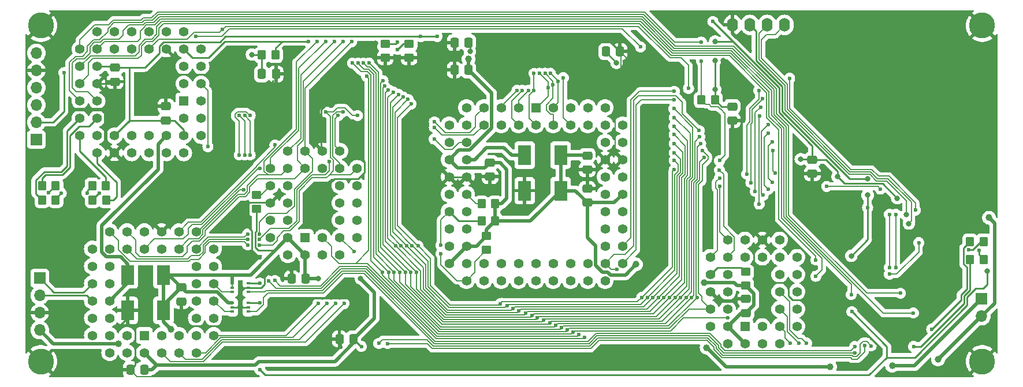
<source format=gbl>
G04 #@! TF.GenerationSoftware,KiCad,Pcbnew,(7.0.0)*
G04 #@! TF.CreationDate,2023-02-28T23:09:26-06:00*
G04 #@! TF.ProjectId,MCD,4d43442e-6b69-4636-9164-5f7063625858,rev?*
G04 #@! TF.SameCoordinates,Original*
G04 #@! TF.FileFunction,Copper,L2,Bot*
G04 #@! TF.FilePolarity,Positive*
%FSLAX46Y46*%
G04 Gerber Fmt 4.6, Leading zero omitted, Abs format (unit mm)*
G04 Created by KiCad (PCBNEW (7.0.0)) date 2023-02-28 23:09:26*
%MOMM*%
%LPD*%
G01*
G04 APERTURE LIST*
G04 Aperture macros list*
%AMRoundRect*
0 Rectangle with rounded corners*
0 $1 Rounding radius*
0 $2 $3 $4 $5 $6 $7 $8 $9 X,Y pos of 4 corners*
0 Add a 4 corners polygon primitive as box body*
4,1,4,$2,$3,$4,$5,$6,$7,$8,$9,$2,$3,0*
0 Add four circle primitives for the rounded corners*
1,1,$1+$1,$2,$3*
1,1,$1+$1,$4,$5*
1,1,$1+$1,$6,$7*
1,1,$1+$1,$8,$9*
0 Add four rect primitives between the rounded corners*
20,1,$1+$1,$2,$3,$4,$5,0*
20,1,$1+$1,$4,$5,$6,$7,0*
20,1,$1+$1,$6,$7,$8,$9,0*
20,1,$1+$1,$8,$9,$2,$3,0*%
G04 Aperture macros list end*
G04 #@! TA.AperFunction,ComponentPad*
%ADD10R,1.422400X1.422400*%
G04 #@! TD*
G04 #@! TA.AperFunction,ComponentPad*
%ADD11C,1.422400*%
G04 #@! TD*
G04 #@! TA.AperFunction,ComponentPad*
%ADD12C,3.800000*%
G04 #@! TD*
G04 #@! TA.AperFunction,ComponentPad*
%ADD13R,1.700000X1.700000*%
G04 #@! TD*
G04 #@! TA.AperFunction,ComponentPad*
%ADD14O,1.700000X1.700000*%
G04 #@! TD*
G04 #@! TA.AperFunction,ComponentPad*
%ADD15O,1.600000X2.000000*%
G04 #@! TD*
G04 #@! TA.AperFunction,SMDPad,CuDef*
%ADD16RoundRect,0.250000X0.350000X0.450000X-0.350000X0.450000X-0.350000X-0.450000X0.350000X-0.450000X0*%
G04 #@! TD*
G04 #@! TA.AperFunction,SMDPad,CuDef*
%ADD17R,1.980000X3.000000*%
G04 #@! TD*
G04 #@! TA.AperFunction,SMDPad,CuDef*
%ADD18RoundRect,0.250000X-0.350000X-0.450000X0.350000X-0.450000X0.350000X0.450000X-0.350000X0.450000X0*%
G04 #@! TD*
G04 #@! TA.AperFunction,SMDPad,CuDef*
%ADD19RoundRect,0.250000X0.450000X-0.350000X0.450000X0.350000X-0.450000X0.350000X-0.450000X-0.350000X0*%
G04 #@! TD*
G04 #@! TA.AperFunction,SMDPad,CuDef*
%ADD20RoundRect,0.250000X0.337500X0.475000X-0.337500X0.475000X-0.337500X-0.475000X0.337500X-0.475000X0*%
G04 #@! TD*
G04 #@! TA.AperFunction,SMDPad,CuDef*
%ADD21RoundRect,0.250000X0.475000X-0.337500X0.475000X0.337500X-0.475000X0.337500X-0.475000X-0.337500X0*%
G04 #@! TD*
G04 #@! TA.AperFunction,SMDPad,CuDef*
%ADD22R,0.600000X0.420000*%
G04 #@! TD*
G04 #@! TA.AperFunction,SMDPad,CuDef*
%ADD23RoundRect,0.250000X-0.475000X0.337500X-0.475000X-0.337500X0.475000X-0.337500X0.475000X0.337500X0*%
G04 #@! TD*
G04 #@! TA.AperFunction,SMDPad,CuDef*
%ADD24RoundRect,0.250000X-0.337500X-0.475000X0.337500X-0.475000X0.337500X0.475000X-0.337500X0.475000X0*%
G04 #@! TD*
G04 #@! TA.AperFunction,SMDPad,CuDef*
%ADD25RoundRect,0.250000X-0.450000X0.350000X-0.450000X-0.350000X0.450000X-0.350000X0.450000X0.350000X0*%
G04 #@! TD*
G04 #@! TA.AperFunction,ViaPad*
%ADD26C,0.800000*%
G04 #@! TD*
G04 #@! TA.AperFunction,ViaPad*
%ADD27C,0.600000*%
G04 #@! TD*
G04 #@! TA.AperFunction,ViaPad*
%ADD28C,1.000000*%
G04 #@! TD*
G04 #@! TA.AperFunction,Conductor*
%ADD29C,0.150000*%
G04 #@! TD*
G04 #@! TA.AperFunction,Conductor*
%ADD30C,0.127000*%
G04 #@! TD*
G04 #@! TA.AperFunction,Conductor*
%ADD31C,0.250000*%
G04 #@! TD*
G04 #@! TA.AperFunction,Conductor*
%ADD32C,0.500000*%
G04 #@! TD*
G04 #@! TA.AperFunction,Conductor*
%ADD33C,0.350000*%
G04 #@! TD*
G04 APERTURE END LIST*
D10*
X185119999Y-128259999D03*
D11*
X187660000Y-130800000D03*
X187660000Y-128260000D03*
X190200000Y-130800000D03*
X192740000Y-128260000D03*
X190200000Y-128260000D03*
X192740000Y-125720000D03*
X190200000Y-125720000D03*
X192740000Y-123180000D03*
X190200000Y-123180000D03*
X192740000Y-120640000D03*
X190200000Y-120640000D03*
X192740000Y-118100000D03*
X190200000Y-115560000D03*
X190200000Y-118100000D03*
X187660000Y-115560000D03*
X187660000Y-118100000D03*
X185120000Y-115560000D03*
X185120000Y-118100000D03*
X182580000Y-115560000D03*
X180040000Y-118100000D03*
X182580000Y-118100000D03*
X180040000Y-120640000D03*
X182580000Y-120640000D03*
X180040000Y-123180000D03*
X182580000Y-123180000D03*
X180040000Y-125720000D03*
X182580000Y-125720000D03*
X180040000Y-128260000D03*
X182580000Y-130800000D03*
X182580000Y-128260000D03*
X185120000Y-130800000D03*
D12*
X81900000Y-84100000D03*
X219900000Y-84100000D03*
D11*
X157000000Y-98680000D03*
X157000000Y-96140000D03*
X159540000Y-98680000D03*
X159540000Y-96140000D03*
X162080000Y-98680000D03*
X162080000Y-96140000D03*
X164620000Y-98680000D03*
X164620000Y-96140000D03*
X167160000Y-98680000D03*
X164620000Y-101220000D03*
X167160000Y-101220000D03*
X164620000Y-103760000D03*
X167160000Y-103760000D03*
X164620000Y-106300000D03*
X167160000Y-106300000D03*
X164620000Y-108840000D03*
X167160000Y-108840000D03*
X164620000Y-111380000D03*
X167160000Y-111380000D03*
X164620000Y-113920000D03*
X167160000Y-113920000D03*
X164620000Y-116460000D03*
X167160000Y-116460000D03*
X164620000Y-119000000D03*
X167160000Y-119000000D03*
X164620000Y-121540000D03*
X162080000Y-119000000D03*
X162080000Y-121540000D03*
X159540000Y-119000000D03*
X159540000Y-121540000D03*
X157000000Y-119000000D03*
X157000000Y-121540000D03*
X154460000Y-119000000D03*
X154460000Y-121540000D03*
X151920000Y-119000000D03*
X151920000Y-121540000D03*
X149380000Y-119000000D03*
X149380000Y-121540000D03*
X146840000Y-119000000D03*
X146840000Y-121540000D03*
X144300000Y-119000000D03*
X144300000Y-121540000D03*
X141760000Y-119000000D03*
X144300000Y-116460000D03*
X141760000Y-116460000D03*
X144300000Y-113920000D03*
X141760000Y-113920000D03*
X144300000Y-111380000D03*
X141760000Y-111380000D03*
X144300000Y-108840000D03*
X141760000Y-108840000D03*
X144300000Y-106300000D03*
X141760000Y-106300000D03*
X144300000Y-103760000D03*
X141760000Y-103760000D03*
X144300000Y-101220000D03*
X141760000Y-101220000D03*
X144300000Y-98680000D03*
X141760000Y-98680000D03*
X144300000Y-96140000D03*
X146840000Y-98680000D03*
X146840000Y-96140000D03*
X149380000Y-98680000D03*
X149380000Y-96140000D03*
X151920000Y-98680000D03*
X151920000Y-96140000D03*
X154460000Y-98680000D03*
D10*
X154459999Y-96139999D03*
D13*
X219799999Y-124199999D03*
D14*
X219799999Y-126739999D03*
D13*
X81249999Y-100829999D03*
D14*
X81249999Y-98289999D03*
X81249999Y-95749999D03*
X81249999Y-93209999D03*
X81249999Y-90669999D03*
X81249999Y-88129999D03*
D13*
X81749999Y-121169999D03*
D14*
X81749999Y-123709999D03*
X81749999Y-126249999D03*
X81749999Y-128789999D03*
D12*
X219900000Y-133400000D03*
D10*
X102869999Y-95169999D03*
D11*
X105410000Y-92630000D03*
X102870000Y-92630000D03*
X105410000Y-90090000D03*
X102870000Y-90090000D03*
X105410000Y-87550000D03*
X102870000Y-85010000D03*
X102870000Y-87550000D03*
X100330000Y-85010000D03*
X100330000Y-87550000D03*
X97790000Y-85010000D03*
X97790000Y-87550000D03*
X95250000Y-85010000D03*
X95250000Y-87550000D03*
X92710000Y-85010000D03*
X92710000Y-87550000D03*
X90170000Y-85010000D03*
X87630000Y-87550000D03*
X90170000Y-87550000D03*
X87630000Y-90090000D03*
X90170000Y-90090000D03*
X87630000Y-92630000D03*
X90170000Y-92630000D03*
X87630000Y-95170000D03*
X90170000Y-95170000D03*
X87630000Y-97710000D03*
X90170000Y-97710000D03*
X87630000Y-100250000D03*
X90170000Y-102790000D03*
X90170000Y-100250000D03*
X92710000Y-102790000D03*
X92710000Y-100250000D03*
X95250000Y-102790000D03*
X95250000Y-100250000D03*
X97790000Y-102790000D03*
X97790000Y-100250000D03*
X100330000Y-102790000D03*
X100330000Y-100250000D03*
X102870000Y-102790000D03*
X105410000Y-100250000D03*
X102870000Y-100250000D03*
X105410000Y-97710000D03*
X102870000Y-97710000D03*
X105410000Y-95170000D03*
D10*
X120669999Y-115209999D03*
D11*
X123210000Y-117750000D03*
X123210000Y-115210000D03*
X125750000Y-117750000D03*
X128290000Y-115210000D03*
X125750000Y-115210000D03*
X128290000Y-112670000D03*
X125750000Y-112670000D03*
X128290000Y-110130000D03*
X125750000Y-110130000D03*
X128290000Y-107590000D03*
X125750000Y-107590000D03*
X128290000Y-105050000D03*
X125750000Y-102510000D03*
X125750000Y-105050000D03*
X123210000Y-102510000D03*
X123210000Y-105050000D03*
X120670000Y-102510000D03*
X120670000Y-105050000D03*
X118130000Y-102510000D03*
X115590000Y-105050000D03*
X118130000Y-105050000D03*
X115590000Y-107590000D03*
X118130000Y-107590000D03*
X115590000Y-110130000D03*
X118130000Y-110130000D03*
X115590000Y-112670000D03*
X118130000Y-112670000D03*
X115590000Y-115210000D03*
X118130000Y-117750000D03*
X118130000Y-115210000D03*
X120670000Y-117750000D03*
D15*
X190939999Y-83999999D03*
X188399999Y-83999999D03*
X185859999Y-83999999D03*
X183319999Y-83999999D03*
D12*
X81900000Y-133400000D03*
D10*
X97079999Y-129579999D03*
D11*
X99620000Y-132120000D03*
X99620000Y-129580000D03*
X102160000Y-132120000D03*
X102160000Y-129580000D03*
X104700000Y-132120000D03*
X107240000Y-129580000D03*
X104700000Y-129580000D03*
X107240000Y-127040000D03*
X104700000Y-127040000D03*
X107240000Y-124500000D03*
X104700000Y-124500000D03*
X107240000Y-121960000D03*
X104700000Y-121960000D03*
X107240000Y-119420000D03*
X104700000Y-119420000D03*
X107240000Y-116880000D03*
X104700000Y-114340000D03*
X104700000Y-116880000D03*
X102160000Y-114340000D03*
X102160000Y-116880000D03*
X99620000Y-114340000D03*
X99620000Y-116880000D03*
X97080000Y-114340000D03*
X97080000Y-116880000D03*
X94540000Y-114340000D03*
X94540000Y-116880000D03*
X92000000Y-114340000D03*
X89460000Y-116880000D03*
X92000000Y-116880000D03*
X89460000Y-119420000D03*
X92000000Y-119420000D03*
X89460000Y-121960000D03*
X92000000Y-121960000D03*
X89460000Y-124500000D03*
X92000000Y-124500000D03*
X89460000Y-127040000D03*
X92000000Y-127040000D03*
X89460000Y-129580000D03*
X92000000Y-132120000D03*
X92000000Y-129580000D03*
X94540000Y-132120000D03*
X94540000Y-129580000D03*
X97080000Y-132120000D03*
D16*
X91500000Y-109700000D03*
X89500000Y-109700000D03*
D17*
X158099999Y-108324999D03*
X152839999Y-108324999D03*
X152839999Y-103124999D03*
X158099999Y-103124999D03*
D18*
X114300000Y-88400000D03*
X116300000Y-88400000D03*
D19*
X132400000Y-88800000D03*
X132400000Y-86800000D03*
D20*
X120750000Y-121250000D03*
X118675000Y-121250000D03*
D18*
X82100000Y-107600000D03*
X84100000Y-107600000D03*
D21*
X162000000Y-105237500D03*
X162000000Y-103162500D03*
X162000000Y-110100000D03*
X162000000Y-108025000D03*
D22*
X112299999Y-121899999D03*
X112299999Y-122549999D03*
X112299999Y-123199999D03*
X109999999Y-123199999D03*
X109999999Y-122549999D03*
X109999999Y-121899999D03*
D18*
X82100000Y-109700000D03*
X84100000Y-109700000D03*
D16*
X180750000Y-95000000D03*
X178750000Y-95000000D03*
D23*
X183250000Y-95962500D03*
X183250000Y-98037500D03*
D20*
X127750000Y-130100000D03*
X125675000Y-130100000D03*
X97100000Y-134600000D03*
X95025000Y-134600000D03*
D22*
X112299999Y-124799999D03*
X112299999Y-125449999D03*
X112299999Y-126099999D03*
X109999999Y-126099999D03*
X109999999Y-125449999D03*
X109999999Y-124799999D03*
D21*
X102500000Y-124600000D03*
X102500000Y-122525000D03*
D24*
X142525000Y-86600000D03*
X144600000Y-86600000D03*
D16*
X148500000Y-110250000D03*
X146500000Y-110250000D03*
D18*
X218100000Y-115800000D03*
X220100000Y-115800000D03*
D21*
X185250000Y-126287500D03*
X185250000Y-124212500D03*
D18*
X146500000Y-112750000D03*
X148500000Y-112750000D03*
D24*
X164725000Y-87900000D03*
X166800000Y-87900000D03*
D17*
X99899999Y-125899999D03*
X94639999Y-125899999D03*
X94639999Y-120699999D03*
X99899999Y-120699999D03*
D19*
X185250000Y-122250000D03*
X185250000Y-120250000D03*
X113500000Y-111000000D03*
X113500000Y-109000000D03*
X135900000Y-88800000D03*
X135900000Y-86800000D03*
D24*
X114300000Y-91200000D03*
X116375000Y-91200000D03*
D21*
X100250000Y-98000000D03*
X100250000Y-95925000D03*
D23*
X147750000Y-104212500D03*
X147750000Y-106287500D03*
D18*
X218100000Y-118400000D03*
X220100000Y-118400000D03*
D16*
X91450000Y-107600000D03*
X89450000Y-107600000D03*
D20*
X144600000Y-90600000D03*
X142525000Y-90600000D03*
D25*
X147250000Y-115000000D03*
X147250000Y-117000000D03*
D23*
X195000000Y-103762500D03*
X195000000Y-105837500D03*
X92790000Y-90250000D03*
X92790000Y-92325000D03*
D26*
X110400000Y-87600000D03*
X112853000Y-88347000D03*
D27*
X104653453Y-85637000D03*
X201231500Y-132123657D03*
X88675388Y-108669919D03*
D26*
X122600000Y-121240000D03*
D28*
X100998800Y-128701200D03*
D26*
X180750000Y-89208038D03*
D28*
X179101200Y-121801200D03*
D26*
X198700000Y-106274500D03*
D28*
X93300000Y-130800000D03*
D27*
X128900000Y-131200000D03*
D28*
X197600000Y-134200000D03*
D26*
X128800000Y-121240000D03*
X207439194Y-109424500D03*
X180750000Y-93474500D03*
D28*
X144600000Y-89000000D03*
X169150000Y-119150000D03*
D26*
X166292814Y-89558038D03*
X180750000Y-86425500D03*
X193300000Y-103700000D03*
D28*
X213420000Y-133120000D03*
X220900000Y-112300000D03*
X179504302Y-131366731D03*
D27*
X180415754Y-83500000D03*
X90472235Y-108685575D03*
X219400000Y-117100000D03*
D26*
X220652196Y-120149267D03*
X203100000Y-106575500D03*
D27*
X114000000Y-124800000D03*
X114000000Y-121900000D03*
X114000000Y-134600000D03*
X203100000Y-110800000D03*
D26*
X200700000Y-117900000D03*
X203100000Y-109000000D03*
D27*
X200800000Y-126100000D03*
X217900000Y-117000000D03*
X209814498Y-126295779D03*
X207900000Y-123385000D03*
X140000000Y-85700000D03*
D26*
X144812500Y-87900000D03*
D27*
X137600000Y-85700000D03*
X165800000Y-97500000D03*
D26*
X119600000Y-87600000D03*
X169000000Y-123300000D03*
X149800000Y-88400000D03*
D27*
X130188194Y-130743706D03*
X169500000Y-88900000D03*
D26*
X202900000Y-119700000D03*
X212700000Y-122316500D03*
X142000000Y-88600000D03*
D27*
X167800000Y-94300000D03*
X170200000Y-96400000D03*
X125900000Y-131300000D03*
D26*
X193200000Y-105800000D03*
X204900000Y-119700000D03*
D27*
X115983058Y-120083058D03*
D26*
X199200000Y-110000000D03*
D27*
X170400000Y-111200000D03*
D28*
X195499000Y-128600000D03*
D27*
X114000000Y-118200000D03*
D26*
X128400000Y-95256000D03*
X93200000Y-128400000D03*
X160200000Y-86900000D03*
X203900000Y-118300000D03*
X103400000Y-128200000D03*
D27*
X126600000Y-89300000D03*
D26*
X184300000Y-113100000D03*
D27*
X184936248Y-98097196D03*
D26*
X131000000Y-86700000D03*
X181900000Y-89208038D03*
D27*
X108550000Y-84650000D03*
X176850000Y-93324500D03*
X111795398Y-103091602D03*
X174750000Y-93750000D03*
X161600000Y-129856000D03*
X115325000Y-121575000D03*
X110958000Y-97300000D03*
X182600000Y-127000000D03*
X159900000Y-129131500D03*
X129666670Y-91533330D03*
X174750000Y-95030500D03*
X121118000Y-86400000D03*
X178754468Y-89308038D03*
X178744964Y-86525500D03*
X181400000Y-103920000D03*
X106400000Y-101863000D03*
X140569557Y-117577851D03*
X85300000Y-91000000D03*
X140550000Y-116350000D03*
X139565589Y-100752277D03*
X200700000Y-123580000D03*
X195500000Y-120900000D03*
X195500000Y-118500000D03*
X209831500Y-131200000D03*
X139598384Y-98227082D03*
X139596177Y-99026582D03*
X210100000Y-111200000D03*
X191656500Y-91825500D03*
X169815000Y-87215000D03*
X135326183Y-120288785D03*
X132063109Y-92187000D03*
X155618000Y-127356000D03*
X174700000Y-96300000D03*
X175677166Y-124010101D03*
X174866893Y-124007907D03*
X132300000Y-92970000D03*
X136138765Y-120288900D03*
X154692500Y-127031500D03*
X174750000Y-97600000D03*
X136950536Y-120288204D03*
X191771197Y-130690802D03*
X132867655Y-93533000D03*
X174050672Y-124011661D03*
X153945204Y-126681500D03*
X174700000Y-98900000D03*
X127820000Y-117280000D03*
X133597225Y-93860000D03*
X173239043Y-124010824D03*
X133903149Y-116428351D03*
X152993000Y-126331500D03*
X174750000Y-100100000D03*
X134326795Y-94187000D03*
X192987331Y-130700000D03*
X122562020Y-124900000D03*
X151993000Y-125981000D03*
X174750000Y-101400000D03*
X134710704Y-116423440D03*
X172426834Y-124010566D03*
X212498500Y-128660000D03*
X151118000Y-125606000D03*
X123832020Y-124900000D03*
X171615220Y-124009714D03*
X174750000Y-102750000D03*
X135022598Y-94580776D03*
X135524640Y-116424909D03*
X150243000Y-125231000D03*
X136330605Y-116418408D03*
X125102020Y-124900000D03*
X170805985Y-124006482D03*
X174750000Y-103900000D03*
X135738354Y-94937000D03*
X194149500Y-130700000D03*
X170000000Y-124000000D03*
X126372020Y-124900000D03*
X136170452Y-95609678D03*
X174750000Y-105250000D03*
X137186655Y-116428851D03*
X149243000Y-124931500D03*
X113937181Y-116300000D03*
X112238181Y-116299503D03*
X128329790Y-97295138D03*
X151700498Y-93600299D03*
X123659493Y-96759000D03*
X110995909Y-103087000D03*
X125500000Y-97313500D03*
X112599006Y-97300000D03*
X152500000Y-93599500D03*
X111646500Y-108176750D03*
X124212300Y-104063000D03*
X113937181Y-115500000D03*
X153400497Y-93599500D03*
X126198000Y-96750000D03*
X112238181Y-115500000D03*
X112238181Y-114687681D03*
X127468000Y-86468000D03*
X154200000Y-91110000D03*
X154200000Y-93599500D03*
X113937681Y-114687681D03*
X156241525Y-93252825D03*
X126198000Y-86400000D03*
X155014977Y-91100000D03*
X124928000Y-86400000D03*
X155814480Y-91100000D03*
X116233174Y-101633174D03*
X156991525Y-92752825D03*
X114052300Y-105050000D03*
X156613983Y-91100000D03*
X123658000Y-86400000D03*
X157750000Y-92250000D03*
X122375000Y-86400000D03*
X158500000Y-91750000D03*
X158243000Y-128431500D03*
X179125500Y-103493767D03*
X178105479Y-124002768D03*
X128400498Y-89588808D03*
X132900000Y-120300000D03*
X178860274Y-102415856D03*
X159100000Y-128781500D03*
X127601135Y-89603706D03*
X132000000Y-120324500D03*
X133706233Y-120293767D03*
X178625000Y-101425000D03*
X129200000Y-89588655D03*
X157368000Y-128081500D03*
X177301832Y-124010368D03*
X156493000Y-127731000D03*
X176488697Y-124011036D03*
X134515344Y-120290412D03*
X130012342Y-89580907D03*
X178500000Y-100425000D03*
X160800000Y-129481000D03*
X116231224Y-121518776D03*
X112600000Y-103100000D03*
X111799503Y-97300000D03*
X166324500Y-119900000D03*
X178400000Y-99500000D03*
X189200000Y-102439500D03*
X181375000Y-105310500D03*
X189525500Y-105713034D03*
X189098267Y-101170000D03*
X189125500Y-107094554D03*
X181400000Y-106500000D03*
X181425500Y-107730000D03*
X188500000Y-99900000D03*
X188525500Y-108120193D03*
X187779668Y-109000000D03*
X188558766Y-98671234D03*
X187205168Y-110300000D03*
X187291710Y-97377210D03*
X187400000Y-96089500D03*
X186630668Y-108425500D03*
X186000000Y-107155500D03*
X187731500Y-94809717D03*
X187157000Y-93600000D03*
X185365000Y-105885000D03*
X207228000Y-111800000D03*
X131452020Y-130747980D03*
X207228000Y-119600000D03*
X203600000Y-131100000D03*
X206300000Y-119600000D03*
X132723728Y-130777292D03*
X206300000Y-111800000D03*
X202700000Y-131068500D03*
X205000000Y-108100000D03*
X197100000Y-107700000D03*
D26*
X209137836Y-113162164D03*
X208800000Y-111869734D03*
D27*
X210600000Y-115960000D03*
X201231500Y-131200000D03*
X206300000Y-120600000D03*
D28*
X206700000Y-134026500D03*
D27*
X84900000Y-108700000D03*
X83000000Y-108600000D03*
X134200000Y-86500000D03*
X134200000Y-87600000D03*
D29*
X133475000Y-96128374D02*
X135022598Y-94580776D01*
X135524640Y-116424909D02*
X133475000Y-114375269D01*
X150868000Y-125856000D02*
X151118000Y-125606000D01*
X141573026Y-125856000D02*
X150868000Y-125856000D01*
X133475000Y-114375269D02*
X133475000Y-96128374D01*
X135524640Y-116424909D02*
X138300000Y-119200270D01*
X138300000Y-119200270D02*
X138300000Y-122582974D01*
X138300000Y-122582974D02*
X141573026Y-125856000D01*
X133825000Y-96850354D02*
X135738354Y-94937000D01*
X133825000Y-113880369D02*
X133825000Y-96850354D01*
X136330605Y-116385974D02*
X133825000Y-113880369D01*
X136330605Y-116418408D02*
X136330605Y-116385974D01*
X149968000Y-125506000D02*
X150243000Y-125231000D01*
X138650000Y-122438000D02*
X141718000Y-125506000D01*
X141718000Y-125506000D02*
X149968000Y-125506000D01*
X136363039Y-116418408D02*
X138650000Y-118705369D01*
X138650000Y-118705369D02*
X138650000Y-122438000D01*
X136330605Y-116418408D02*
X136363039Y-116418408D01*
X134175000Y-113417903D02*
X134175000Y-97605130D01*
X137185948Y-116428851D02*
X134175000Y-113417903D01*
X137186655Y-116428851D02*
X137185948Y-116428851D01*
X149018500Y-125156000D02*
X149243000Y-124931500D01*
X141868000Y-125156000D02*
X149018500Y-125156000D01*
X139000000Y-118242196D02*
X139000000Y-122288000D01*
X139000000Y-122288000D02*
X141868000Y-125156000D01*
X134175000Y-97605130D02*
X136170452Y-95609678D01*
X137186655Y-116428851D02*
X139000000Y-118242196D01*
D30*
X142921566Y-121540000D02*
X144300000Y-121540000D01*
X140569557Y-117577851D02*
X140569557Y-119187991D01*
X140569557Y-119187991D02*
X142921566Y-121540000D01*
X93300000Y-115640000D02*
X92000000Y-114340000D01*
X93300000Y-117018434D02*
X93300000Y-115640000D01*
X94981566Y-118700000D02*
X93300000Y-117018434D01*
X106027000Y-117435448D02*
X105017148Y-118445300D01*
X105017148Y-118445300D02*
X103854700Y-118445300D01*
X103854700Y-118445300D02*
X103600000Y-118700000D01*
X106027000Y-116477896D02*
X106027000Y-117435448D01*
X103600000Y-118700000D02*
X94981566Y-118700000D01*
X111765678Y-115827000D02*
X106677896Y-115827000D01*
X106677896Y-115827000D02*
X106027000Y-116477896D01*
X112238181Y-116299503D02*
X111765678Y-115827000D01*
X105700000Y-117300000D02*
X105145300Y-117854700D01*
X105700000Y-116342448D02*
X105700000Y-117300000D01*
X103464552Y-118373000D02*
X96033000Y-118373000D01*
X106542448Y-115500000D02*
X105700000Y-116342448D01*
X105145300Y-117854700D02*
X103982852Y-117854700D01*
X103982852Y-117854700D02*
X103464552Y-118373000D01*
X96033000Y-118373000D02*
X94540000Y-116880000D01*
X112238181Y-115500000D02*
X106542448Y-115500000D01*
X119104700Y-106615300D02*
X120670000Y-105050000D01*
X113684700Y-106615300D02*
X119104700Y-106615300D01*
X112536500Y-107763500D02*
X113684700Y-106615300D01*
X111873552Y-109209056D02*
X112536500Y-108546108D01*
X110978288Y-109209056D02*
X111873552Y-109209056D01*
X106001700Y-114898300D02*
X106001700Y-114185644D01*
X105141224Y-115758776D02*
X106001700Y-114898300D01*
X103400000Y-116500000D02*
X104141224Y-115758776D01*
X112536500Y-108546108D02*
X112536500Y-107763500D01*
X102700000Y-118000000D02*
X103400000Y-117300000D01*
X103400000Y-117300000D02*
X103400000Y-116500000D01*
X96400000Y-118000000D02*
X102700000Y-118000000D01*
X94540000Y-114340000D02*
X95800000Y-115600000D01*
X106001700Y-114185644D02*
X110978288Y-109209056D01*
X95800000Y-115600000D02*
X95800000Y-117400000D01*
X104141224Y-115758776D02*
X105141224Y-115758776D01*
X95800000Y-117400000D02*
X96400000Y-118000000D01*
X113812852Y-106024700D02*
X115250000Y-106024700D01*
X112209500Y-107628052D02*
X113812852Y-106024700D01*
X110842840Y-108882056D02*
X111738104Y-108882056D01*
X111738104Y-108882056D02*
X112209500Y-108410660D01*
X105674700Y-114743734D02*
X105674700Y-114050196D01*
X105674700Y-114050196D02*
X110842840Y-108882056D01*
X103640000Y-115400000D02*
X105018434Y-115400000D01*
X105018434Y-115400000D02*
X105674700Y-114743734D01*
X112209500Y-108410660D02*
X112209500Y-107628052D01*
X102160000Y-116880000D02*
X103640000Y-115400000D01*
X104922448Y-114340000D02*
X104700000Y-114340000D01*
X111085698Y-108176750D02*
X104922448Y-114340000D01*
X111646500Y-108176750D02*
X111085698Y-108176750D01*
X105364552Y-112973000D02*
X103527000Y-112973000D01*
X103527000Y-112973000D02*
X102160000Y-114340000D01*
X113488800Y-104711304D02*
X113488800Y-104848752D01*
X113488800Y-104848752D02*
X105364552Y-112973000D01*
X116233174Y-101633174D02*
X116233174Y-101966930D01*
X116233174Y-101966930D02*
X113488800Y-104711304D01*
X98560000Y-115400000D02*
X97080000Y-116880000D01*
X103500000Y-114700000D02*
X102800000Y-115400000D01*
X102800000Y-115400000D02*
X98560000Y-115400000D01*
X104100000Y-113300000D02*
X103500000Y-113900000D01*
X103500000Y-113900000D02*
X103500000Y-114700000D01*
X105500000Y-113300000D02*
X104100000Y-113300000D01*
X113750000Y-105050000D02*
X105500000Y-113300000D01*
X114052300Y-105050000D02*
X113750000Y-105050000D01*
X112035506Y-96736500D02*
X112599006Y-97300000D01*
X110724590Y-96736500D02*
X112035506Y-96736500D01*
X110394500Y-97533410D02*
X110394500Y-97066590D01*
X110995909Y-98134819D02*
X110394500Y-97533410D01*
X110995909Y-103087000D02*
X110995909Y-98134819D01*
X110394500Y-97066590D02*
X110724590Y-96736500D01*
X111795398Y-98137398D02*
X110958000Y-97300000D01*
X111795398Y-103091602D02*
X111795398Y-98137398D01*
X112600000Y-98100497D02*
X111799503Y-97300000D01*
X112600000Y-103100000D02*
X112600000Y-98100497D01*
X143280000Y-101220000D02*
X144300000Y-101220000D01*
X142200000Y-102300000D02*
X143280000Y-101220000D01*
X141113312Y-102300000D02*
X142200000Y-102300000D01*
X139565589Y-100752277D02*
X141113312Y-102300000D01*
X145393000Y-100127000D02*
X146840000Y-98680000D01*
X140696595Y-100127000D02*
X145393000Y-100127000D01*
X139596177Y-99026582D02*
X140696595Y-100127000D01*
X145600000Y-97380000D02*
X146840000Y-96140000D01*
X145600000Y-99000000D02*
X145600000Y-97380000D01*
X144800000Y-99800000D02*
X145600000Y-99000000D01*
X141171302Y-99800000D02*
X144800000Y-99800000D01*
X139598384Y-98227082D02*
X141171302Y-99800000D01*
X106400000Y-93620000D02*
X105410000Y-92630000D01*
X106400000Y-101863000D02*
X106400000Y-93620000D01*
D31*
X104120000Y-88800000D02*
X102870000Y-87550000D01*
X106502082Y-88800000D02*
X104120000Y-88800000D01*
X108902082Y-86400000D02*
X106502082Y-88800000D01*
X121118000Y-86400000D02*
X108902082Y-86400000D01*
X117300000Y-86400000D02*
X121118000Y-86400000D01*
X116300000Y-87400000D02*
X117300000Y-86400000D01*
X116300000Y-88400000D02*
X116300000Y-87400000D01*
X114300000Y-88400000D02*
X114300000Y-91162500D01*
X112906000Y-88400000D02*
X114300000Y-88400000D01*
X112853000Y-88347000D02*
X112906000Y-88400000D01*
D30*
X119500000Y-101750000D02*
X119500000Y-103880000D01*
X120343000Y-92255000D02*
X120343000Y-100907000D01*
X119500000Y-103880000D02*
X120670000Y-105050000D01*
X126198000Y-86400000D02*
X120343000Y-92255000D01*
X120343000Y-100907000D02*
X119500000Y-101750000D01*
X119689000Y-99436000D02*
X115590000Y-103535000D01*
X119689000Y-90369000D02*
X119689000Y-99436000D01*
X123658000Y-86400000D02*
X119689000Y-90369000D01*
X115590000Y-103535000D02*
X115590000Y-105050000D01*
X120016000Y-100624000D02*
X118130000Y-102510000D01*
X120016000Y-91340000D02*
X120016000Y-100624000D01*
X124928000Y-86428000D02*
X120016000Y-91340000D01*
X124928000Y-86400000D02*
X124928000Y-86428000D01*
D29*
X169806467Y-125006000D02*
X150468000Y-125006000D01*
X170805985Y-124006482D02*
X169806467Y-125006000D01*
X150468000Y-125006000D02*
X150243000Y-125231000D01*
X151368000Y-125356000D02*
X151118000Y-125606000D01*
X170268934Y-125356000D02*
X151368000Y-125356000D01*
X171615220Y-124009714D02*
X170268934Y-125356000D01*
X137950000Y-119662736D02*
X137950000Y-122727948D01*
X134710704Y-116423440D02*
X137950000Y-119662736D01*
X151768000Y-126206000D02*
X151993000Y-125981000D01*
X141428052Y-126206000D02*
X151768000Y-126206000D01*
X152268000Y-125706000D02*
X151993000Y-125981000D01*
X137950000Y-122727948D02*
X141428052Y-126206000D01*
X170731400Y-125706000D02*
X152268000Y-125706000D01*
X172426834Y-124010566D02*
X170731400Y-125706000D01*
X141138104Y-126906000D02*
X153720704Y-126906000D01*
X136950536Y-122718433D02*
X141138104Y-126906000D01*
X153720704Y-126906000D02*
X153945204Y-126681500D01*
X136950536Y-120288204D02*
X136950536Y-122718433D01*
X139833338Y-130056000D02*
X161400000Y-130056000D01*
X125894974Y-119800000D02*
X129577339Y-119800000D01*
X129577339Y-119800000D02*
X139833338Y-130056000D01*
X123044974Y-122650000D02*
X125894974Y-119800000D01*
X116400000Y-122650000D02*
X123044974Y-122650000D01*
X161400000Y-130056000D02*
X161600000Y-129856000D01*
X115325000Y-121575000D02*
X116400000Y-122650000D01*
X160575000Y-129706000D02*
X160800000Y-129481000D01*
X139978312Y-129706000D02*
X160575000Y-129706000D01*
X129722314Y-119450000D02*
X139978312Y-129706000D01*
X122900000Y-122300000D02*
X125750000Y-119450000D01*
X117012448Y-122300000D02*
X122900000Y-122300000D01*
X125750000Y-119450000D02*
X129722314Y-119450000D01*
X116231224Y-121518776D02*
X117012448Y-122300000D01*
X140123286Y-129356000D02*
X129767286Y-119000000D01*
X159675500Y-129356000D02*
X140123286Y-129356000D01*
X159900000Y-129131500D02*
X159675500Y-129356000D01*
X176115321Y-127000000D02*
X182600000Y-127000000D01*
X159900000Y-129131500D02*
X160125000Y-128906500D01*
X174208821Y-128906500D02*
X176115321Y-127000000D01*
X160125000Y-128906500D02*
X174208821Y-128906500D01*
X132000000Y-120737740D02*
X132000000Y-120324500D01*
X140268260Y-129006000D02*
X132000000Y-120737740D01*
X158875500Y-129006000D02*
X140268260Y-129006000D01*
X159100000Y-128781500D02*
X158875500Y-129006000D01*
X176900347Y-125720000D02*
X180040000Y-125720000D01*
X174063847Y-128556500D02*
X176900347Y-125720000D01*
X159325000Y-128556500D02*
X174063847Y-128556500D01*
X159100000Y-128781500D02*
X159325000Y-128556500D01*
X191700000Y-124660000D02*
X190210000Y-123170000D01*
X191700000Y-128800000D02*
X191700000Y-124660000D01*
X193449500Y-130000000D02*
X192900000Y-130000000D01*
X192900000Y-130000000D02*
X191700000Y-128800000D01*
X194149500Y-130700000D02*
X193449500Y-130000000D01*
X191000000Y-129040000D02*
X190210000Y-128250000D01*
X191000000Y-129919605D02*
X191000000Y-129040000D01*
X191771197Y-130690802D02*
X191000000Y-129919605D01*
X191350000Y-126850000D02*
X190210000Y-125710000D01*
X191350000Y-129062669D02*
X191350000Y-126850000D01*
X192987331Y-130700000D02*
X191350000Y-129062669D01*
X202993500Y-130493500D02*
X203600000Y-131100000D01*
X202406500Y-130493500D02*
X202993500Y-130493500D01*
X202000000Y-130900000D02*
X202406500Y-130493500D01*
X202000000Y-132168330D02*
X202000000Y-130900000D01*
X201469673Y-132698657D02*
X202000000Y-132168330D01*
X200993327Y-132698657D02*
X201469673Y-132698657D01*
X181881553Y-132486200D02*
X200780870Y-132486200D01*
X180893800Y-131498447D02*
X181881553Y-132486200D01*
X180893800Y-131165239D02*
X180893800Y-131498447D01*
X179684561Y-129956000D02*
X180893800Y-131165239D01*
X162396122Y-131131000D02*
X163571120Y-129956000D01*
X139423416Y-131131000D02*
X162396122Y-131131000D01*
X200780870Y-132486200D02*
X200993327Y-132698657D01*
X138494708Y-130202292D02*
X139423416Y-131131000D01*
X131452020Y-130747980D02*
X131997708Y-130202292D01*
X131997708Y-130202292D02*
X138494708Y-130202292D01*
X163571120Y-129956000D02*
X179684561Y-129956000D01*
X202700000Y-131963304D02*
X202700000Y-131068500D01*
X201614647Y-133048657D02*
X202700000Y-131963304D01*
X200848353Y-133048657D02*
X201614647Y-133048657D01*
X181736579Y-132836200D02*
X200635896Y-132836200D01*
X163716095Y-130306000D02*
X179539587Y-130306000D01*
X139278442Y-131481000D02*
X162541096Y-131481000D01*
X162541096Y-131481000D02*
X163716095Y-130306000D01*
X138574734Y-130777292D02*
X139278442Y-131481000D01*
X180543800Y-131310213D02*
X180543800Y-131643421D01*
X180543800Y-131643421D02*
X181736579Y-132836200D01*
X132723728Y-130777292D02*
X138574734Y-130777292D01*
X179539587Y-130306000D02*
X180543800Y-131310213D01*
X200635896Y-132836200D02*
X200848353Y-133048657D01*
X114700000Y-123200000D02*
X112300000Y-123200000D01*
X123189948Y-123000000D02*
X114900000Y-123000000D01*
X126039948Y-120150000D02*
X123189948Y-123000000D01*
X129432365Y-120150000D02*
X126039948Y-120150000D01*
X139713364Y-130431000D02*
X129432365Y-120150000D01*
X179974509Y-129256000D02*
X163281173Y-129256000D01*
X181593800Y-130875291D02*
X179974509Y-129256000D01*
X114900000Y-123000000D02*
X114700000Y-123200000D01*
X163281173Y-129256000D02*
X162106173Y-130431000D01*
X181593800Y-131208498D02*
X181593800Y-130875291D01*
X162106173Y-130431000D02*
X139713364Y-130431000D01*
X182171502Y-131786200D02*
X181593800Y-131208498D01*
X200645300Y-131786200D02*
X182171502Y-131786200D01*
X201231500Y-131200000D02*
X200645300Y-131786200D01*
X113513173Y-126100000D02*
X112300000Y-126100000D01*
X114575000Y-125038173D02*
X113513173Y-126100000D01*
X114575000Y-124025000D02*
X114575000Y-125038173D01*
X115250000Y-123350000D02*
X114575000Y-124025000D01*
X123334923Y-123350000D02*
X115250000Y-123350000D01*
X126184922Y-120500000D02*
X123334923Y-123350000D01*
X129287390Y-120500000D02*
X126184922Y-120500000D01*
X139568390Y-130781000D02*
X129287390Y-120500000D01*
X179829535Y-129606000D02*
X163426145Y-129606000D01*
X162251148Y-130781000D02*
X139568390Y-130781000D01*
X181243800Y-131353473D02*
X181243800Y-131020265D01*
X182026528Y-132136200D02*
X181243800Y-131353473D01*
X163426145Y-129606000D02*
X162251148Y-130781000D01*
X201231500Y-132123657D02*
X201218957Y-132136200D01*
X201218957Y-132136200D02*
X182026528Y-132136200D01*
X181243800Y-131020265D02*
X179829535Y-129606000D01*
D32*
X179524648Y-131366731D02*
X182357917Y-134200000D01*
X179504302Y-131366731D02*
X179524648Y-131366731D01*
X182357917Y-134200000D02*
X197600000Y-134200000D01*
D30*
X124795142Y-96759000D02*
X125367642Y-96186500D01*
X123659493Y-96759000D02*
X124795142Y-96759000D01*
X127595138Y-97295138D02*
X128329790Y-97295138D01*
X125367642Y-96186500D02*
X126486500Y-96186500D01*
X126486500Y-96186500D02*
X127595138Y-97295138D01*
X125027000Y-101787000D02*
X125750000Y-102510000D01*
X125027000Y-97786500D02*
X125027000Y-101787000D01*
X125500000Y-97313500D02*
X125027000Y-97786500D01*
X124775800Y-105424200D02*
X124150000Y-106050000D01*
X124775800Y-103829590D02*
X124775800Y-105424200D01*
X124373000Y-103426790D02*
X124775800Y-103829590D01*
X123659493Y-96759000D02*
X124373000Y-97472507D01*
X124373000Y-97472507D02*
X124373000Y-103426790D01*
D29*
X151700498Y-93600299D02*
X149380000Y-95920797D01*
X149380000Y-95920797D02*
X149380000Y-96140000D01*
X150933800Y-97693800D02*
X151920000Y-98680000D01*
X150933800Y-95165700D02*
X150933800Y-97693800D01*
X151924201Y-94175299D02*
X150933800Y-95165700D01*
X152275498Y-93824002D02*
X152275498Y-93838472D01*
X152275498Y-93838472D02*
X151938671Y-94175299D01*
X151938671Y-94175299D02*
X151924201Y-94175299D01*
X152500000Y-93599500D02*
X152275498Y-93824002D01*
X178800000Y-124480000D02*
X180040000Y-125720000D01*
X178800000Y-123825000D02*
X178800000Y-124480000D01*
X178326200Y-123351200D02*
X178800000Y-123825000D01*
X179700500Y-103731940D02*
X178900000Y-104532440D01*
X178900000Y-104532440D02*
X178900000Y-106862913D01*
X178326200Y-107436713D02*
X178326200Y-123351200D01*
X179700500Y-103256082D02*
X179700500Y-103731940D01*
X178900000Y-106862913D02*
X178326200Y-107436713D01*
X178860274Y-102415856D02*
X179700500Y-103256082D01*
X177276200Y-107001791D02*
X177276200Y-123223533D01*
X177276200Y-123223533D02*
X176488697Y-124011036D01*
X177775000Y-101150000D02*
X177775000Y-106502991D01*
X177775000Y-106502991D02*
X177276200Y-107001791D01*
X178500000Y-100425000D02*
X177775000Y-101150000D01*
X174476200Y-105523800D02*
X174750000Y-105250000D01*
X174476200Y-119523800D02*
X174476200Y-105523800D01*
X170000000Y-124000000D02*
X174476200Y-119523800D01*
X178105479Y-124002768D02*
X177976200Y-123873489D01*
X178475000Y-104144267D02*
X179125500Y-103493767D01*
X177976200Y-123873489D02*
X177976200Y-107291739D01*
X177976200Y-107291739D02*
X178475000Y-106792939D01*
X178475000Y-106792939D02*
X178475000Y-104144267D01*
X177626200Y-107146765D02*
X178125000Y-106647965D01*
X177626200Y-123686000D02*
X177626200Y-107146765D01*
X177301832Y-124010368D02*
X177626200Y-123686000D01*
X178125000Y-106647965D02*
X178125000Y-101925000D01*
X178125000Y-101925000D02*
X178625000Y-101425000D01*
X177425000Y-99025000D02*
X174700000Y-96300000D01*
X175677166Y-124010101D02*
X176926200Y-122761067D01*
X176926200Y-122761067D02*
X176926200Y-106856817D01*
X176926200Y-106856817D02*
X177425000Y-106358017D01*
X177425000Y-106358017D02*
X177425000Y-99025000D01*
X174866893Y-124007907D02*
X176576200Y-122298600D01*
X177075000Y-99925000D02*
X174750000Y-97600000D01*
X176576200Y-122298600D02*
X176576200Y-106711843D01*
X177075000Y-106213043D02*
X177075000Y-99925000D01*
X176576200Y-106711843D02*
X177075000Y-106213043D01*
X174050672Y-124011661D02*
X176226200Y-121836133D01*
X174700000Y-98950000D02*
X174700000Y-98900000D01*
X176725000Y-100975000D02*
X174700000Y-98950000D01*
X176226200Y-121836133D02*
X176226200Y-106566869D01*
X176226200Y-106566869D02*
X176725000Y-106068069D01*
X176725000Y-106068069D02*
X176725000Y-100975000D01*
X173239043Y-124010824D02*
X175876200Y-121373667D01*
X175876200Y-121373667D02*
X175876200Y-106421895D01*
X175876200Y-106421895D02*
X176375000Y-105923095D01*
X176375000Y-105923095D02*
X176375000Y-101725000D01*
X176375000Y-101725000D02*
X174750000Y-100100000D01*
X172426834Y-124010566D02*
X175526200Y-120911200D01*
X175526200Y-120911200D02*
X175526200Y-106276921D01*
X175526200Y-106276921D02*
X176025000Y-105778121D01*
X176025000Y-105778121D02*
X176025000Y-102675000D01*
X176025000Y-102675000D02*
X174750000Y-101400000D01*
X171615220Y-124009714D02*
X175176200Y-120448734D01*
X175675000Y-105633147D02*
X175675000Y-103675000D01*
X175176200Y-120448734D02*
X175176200Y-106131947D01*
X175176200Y-106131947D02*
X175675000Y-105633147D01*
X175675000Y-103675000D02*
X174750000Y-102750000D01*
X170805985Y-124006482D02*
X174826200Y-119986267D01*
X174826200Y-119986267D02*
X174826200Y-105986973D01*
X174826200Y-105986973D02*
X175325000Y-105488173D01*
X175325000Y-104475000D02*
X174750000Y-103900000D01*
X175325000Y-105488173D02*
X175325000Y-104475000D01*
X170000000Y-124000000D02*
X169344000Y-124656000D01*
X169344000Y-124656000D02*
X149518500Y-124656000D01*
X149518500Y-124656000D02*
X149243000Y-124931500D01*
D31*
X203300000Y-129700000D02*
X205000000Y-131400000D01*
X203200000Y-129700000D02*
X203300000Y-129700000D01*
X205000000Y-131400000D02*
X205000000Y-132000000D01*
X205900000Y-131200000D02*
X205900000Y-132800000D01*
X200800000Y-126100000D02*
X205900000Y-131200000D01*
X203300000Y-135400000D02*
X205900000Y-132800000D01*
X114800000Y-135400000D02*
X203300000Y-135400000D01*
X114000000Y-134600000D02*
X114800000Y-135400000D01*
D29*
X207228000Y-111800000D02*
X207228000Y-119600000D01*
X206300000Y-111800000D02*
X206300000Y-119600000D01*
X187150000Y-85250000D02*
X188400000Y-84000000D01*
X187150000Y-89032165D02*
X187150000Y-85250000D01*
X190956500Y-92838664D02*
X187150000Y-89032165D01*
X203400500Y-105900500D02*
X200348164Y-105900500D01*
X200348164Y-105900500D02*
X190956500Y-96508836D01*
X205900000Y-106900000D02*
X204400000Y-106900000D01*
X204400000Y-106900000D02*
X203400500Y-105900500D01*
X190956500Y-96508836D02*
X190956500Y-92838664D01*
X208800000Y-109800000D02*
X205900000Y-106900000D01*
X208800000Y-111869734D02*
X208800000Y-109800000D01*
X209500000Y-112800000D02*
X209137836Y-113162164D01*
X209500000Y-110005026D02*
X209500000Y-112800000D01*
X206044974Y-106550000D02*
X209500000Y-110005026D01*
X204544974Y-106550000D02*
X206044974Y-106550000D01*
X203545474Y-105550500D02*
X204544974Y-106550000D01*
X200493138Y-105550500D02*
X203545474Y-105550500D01*
X191306500Y-92693690D02*
X191306500Y-96363862D01*
X191306500Y-96363862D02*
X200493138Y-105550500D01*
X187500000Y-88887190D02*
X191306500Y-92693690D01*
X187500000Y-86200000D02*
X187500000Y-88887190D01*
X189540000Y-85400000D02*
X188300000Y-85400000D01*
X190940000Y-84000000D02*
X189540000Y-85400000D01*
X188300000Y-85400000D02*
X187500000Y-86200000D01*
X131375000Y-90943565D02*
X131375000Y-117150068D01*
X131375000Y-117150068D02*
X134515344Y-120290412D01*
X130012342Y-89580907D02*
X131375000Y-90943565D01*
D31*
X108165686Y-86500000D02*
X108965686Y-85700000D01*
X99914591Y-86500000D02*
X108165686Y-86500000D01*
X99293800Y-87120791D02*
X99914591Y-86500000D01*
X99293800Y-88106200D02*
X99293800Y-87120791D01*
X97150000Y-90250000D02*
X99293800Y-88106200D01*
X94900000Y-90250000D02*
X97150000Y-90250000D01*
X108965686Y-85700000D02*
X137600000Y-85700000D01*
D29*
X167150000Y-84550000D02*
X169815000Y-87215000D01*
X109550000Y-84550000D02*
X167150000Y-84550000D01*
X108463000Y-85637000D02*
X109550000Y-84550000D01*
X104653453Y-85637000D02*
X108463000Y-85637000D01*
X99240000Y-86100000D02*
X97790000Y-87550000D01*
X103377280Y-86100000D02*
X99240000Y-86100000D01*
X104415280Y-85062000D02*
X103377280Y-86100000D01*
X108138000Y-85062000D02*
X104415280Y-85062000D01*
X108550000Y-84650000D02*
X108138000Y-85062000D01*
X176850000Y-89950000D02*
X176850000Y-93324500D01*
X175750000Y-88850000D02*
X176850000Y-89950000D01*
X169518199Y-84200000D02*
X174168199Y-88850000D01*
X174168199Y-88850000D02*
X175750000Y-88850000D01*
X108550000Y-84650000D02*
X109000000Y-84200000D01*
X109000000Y-84200000D02*
X169518199Y-84200000D01*
D31*
X81175000Y-108775000D02*
X82100000Y-109700000D01*
X82413604Y-105550000D02*
X81175000Y-106788604D01*
X84913604Y-105550000D02*
X82413604Y-105550000D01*
X85750000Y-104713604D02*
X84913604Y-105550000D01*
X85750000Y-99590000D02*
X85750000Y-104713604D01*
X81175000Y-106788604D02*
X81175000Y-108775000D01*
X87630000Y-97710000D02*
X85750000Y-99590000D01*
D32*
X99100000Y-101480000D02*
X100330000Y-100250000D01*
X93596568Y-118041200D02*
X91519015Y-118041200D01*
X90838800Y-113461200D02*
X99100000Y-105200000D01*
X99100000Y-105200000D02*
X99100000Y-101480000D01*
X94640000Y-119084633D02*
X93596568Y-118041200D01*
X94640000Y-120700000D02*
X94640000Y-119084633D01*
X91519015Y-118041200D02*
X90838800Y-117360985D01*
X90838800Y-117360985D02*
X90838800Y-113461200D01*
X183320000Y-85220000D02*
X185900000Y-87800000D01*
X183320000Y-84000000D02*
X183320000Y-85220000D01*
D29*
X88900000Y-91360000D02*
X87630000Y-92630000D01*
X88900000Y-89600000D02*
X88900000Y-91360000D01*
X89600000Y-88900000D02*
X88900000Y-89600000D01*
X96200000Y-88900000D02*
X89600000Y-88900000D01*
X96650000Y-88450000D02*
X96200000Y-88900000D01*
X96650000Y-87144974D02*
X96650000Y-88450000D01*
X97344974Y-86450000D02*
X96650000Y-87144974D01*
X98312298Y-86450000D02*
X97344974Y-86450000D01*
X99250000Y-85512298D02*
X98312298Y-86450000D01*
X99250000Y-84450000D02*
X99250000Y-85512298D01*
X99850000Y-83850000D02*
X99250000Y-84450000D01*
X169663173Y-83850000D02*
X99850000Y-83850000D01*
X182870171Y-88500000D02*
X174313173Y-88500000D01*
X188306500Y-93936327D02*
X182870171Y-88500000D01*
X190100000Y-112500000D02*
X190100000Y-99400000D01*
X174313173Y-88500000D02*
X169663173Y-83850000D01*
X195500000Y-117900000D02*
X190100000Y-112500000D01*
X190100000Y-99400000D02*
X188306500Y-97606500D01*
X195500000Y-118500000D02*
X195500000Y-117900000D01*
X188306500Y-97606500D02*
X188306500Y-93936327D01*
X89183800Y-88536200D02*
X87630000Y-90090000D01*
X95763800Y-88536200D02*
X89183800Y-88536200D01*
X96300000Y-88000000D02*
X95763800Y-88536200D01*
X96300000Y-87000000D02*
X96300000Y-88000000D01*
X97200000Y-86100000D02*
X96300000Y-87000000D01*
X98167324Y-86100000D02*
X97200000Y-86100000D01*
X98900000Y-85367324D02*
X98167324Y-86100000D01*
X99600000Y-83500000D02*
X98900000Y-84200000D01*
X169808147Y-83500000D02*
X99600000Y-83500000D01*
X98900000Y-84200000D02*
X98900000Y-85367324D01*
X174458147Y-88150000D02*
X169808147Y-83500000D01*
X183015145Y-88150000D02*
X174458147Y-88150000D01*
X188656500Y-93791353D02*
X183015145Y-88150000D01*
X188656500Y-97461526D02*
X188656500Y-93791353D01*
X190450000Y-112355026D02*
X190450000Y-99255026D01*
X196400000Y-120000000D02*
X196400000Y-118305026D01*
X190450000Y-99255026D02*
X188656500Y-97461526D01*
X195500000Y-120900000D02*
X196400000Y-120000000D01*
X196400000Y-118305026D02*
X190450000Y-112355026D01*
X91270000Y-86450000D02*
X90170000Y-87550000D01*
X96500000Y-86000000D02*
X96050000Y-86450000D01*
X96500000Y-84900000D02*
X96500000Y-86000000D01*
X96900000Y-84500000D02*
X96500000Y-84900000D01*
X96905302Y-84500000D02*
X96900000Y-84500000D01*
X97381502Y-84023800D02*
X96905302Y-84500000D01*
X98581226Y-84023800D02*
X97381502Y-84023800D01*
X99455026Y-83150000D02*
X98581226Y-84023800D01*
X96050000Y-86450000D02*
X91270000Y-86450000D01*
X169953121Y-83150000D02*
X99455026Y-83150000D01*
X174603121Y-87800000D02*
X169953121Y-83150000D01*
X189006500Y-93646379D02*
X183160119Y-87800000D01*
X183160119Y-87800000D02*
X174603121Y-87800000D01*
X189006500Y-97316552D02*
X189006500Y-93646379D01*
X200700000Y-122110052D02*
X190800000Y-112210052D01*
X190800000Y-112210052D02*
X190800000Y-99110052D01*
X200700000Y-123580000D02*
X200700000Y-122110052D01*
X190800000Y-99110052D02*
X189006500Y-97316552D01*
X88800000Y-93800000D02*
X90170000Y-95170000D01*
X87100000Y-93800000D02*
X88800000Y-93800000D01*
X86500000Y-93200000D02*
X87100000Y-93800000D01*
X86500000Y-89600000D02*
X86500000Y-93200000D01*
X87150000Y-88950000D02*
X86500000Y-89600000D01*
X88250000Y-88950000D02*
X87150000Y-88950000D01*
X89100000Y-88100000D02*
X88250000Y-88950000D01*
X89100000Y-87225302D02*
X89100000Y-88100000D01*
X89761502Y-86563800D02*
X89100000Y-87225302D01*
X90661226Y-86563800D02*
X89761502Y-86563800D01*
X91125026Y-86100000D02*
X90661226Y-86563800D01*
X93400000Y-86100000D02*
X91125026Y-86100000D01*
X94000000Y-85500000D02*
X93400000Y-86100000D01*
X94000000Y-84865302D02*
X94000000Y-85500000D01*
X94841502Y-84023800D02*
X94000000Y-84865302D01*
X97236528Y-83673800D02*
X96886528Y-84023800D01*
X98436252Y-83673800D02*
X97236528Y-83673800D01*
X99310052Y-82800000D02*
X98436252Y-83673800D01*
X170098095Y-82800000D02*
X99310052Y-82800000D01*
X174748095Y-87450000D02*
X170098095Y-82800000D01*
X189356500Y-93501405D02*
X183305093Y-87450000D01*
X96886528Y-84023800D02*
X94841502Y-84023800D01*
X183305093Y-87450000D02*
X174748095Y-87450000D01*
X191150000Y-112050000D02*
X191150000Y-98965078D01*
X209810277Y-126300000D02*
X205400000Y-126300000D01*
X189356500Y-97171578D02*
X189356500Y-93501405D01*
X205400000Y-126300000D02*
X191150000Y-112050000D01*
X209814498Y-126295779D02*
X209810277Y-126300000D01*
X191150000Y-98965078D02*
X189356500Y-97171578D01*
X86100000Y-93640000D02*
X87630000Y-95170000D01*
X86100000Y-89500000D02*
X86100000Y-93640000D01*
X87000000Y-88600000D02*
X86100000Y-89500000D01*
X88000000Y-88600000D02*
X87000000Y-88600000D01*
X88700000Y-87900000D02*
X88000000Y-88600000D01*
X88700000Y-87130328D02*
X88700000Y-87900000D01*
X89616528Y-86213800D02*
X88700000Y-87130328D01*
X90486200Y-86213800D02*
X89616528Y-86213800D01*
X91723800Y-84601502D02*
X91723800Y-84976200D01*
X92651502Y-83673800D02*
X91723800Y-84601502D01*
X96741554Y-83673800D02*
X92651502Y-83673800D01*
X98291278Y-83323800D02*
X97091554Y-83323800D01*
X99165078Y-82450000D02*
X98291278Y-83323800D01*
X170243069Y-82450000D02*
X99165078Y-82450000D01*
X174893069Y-87100000D02*
X170243069Y-82450000D01*
X183450067Y-87100000D02*
X174893069Y-87100000D01*
X97091554Y-83323800D02*
X96741554Y-83673800D01*
X189706500Y-97026604D02*
X189706500Y-93356431D01*
X191500000Y-111905026D02*
X191500000Y-98820104D01*
X191500000Y-98820104D02*
X189706500Y-97026604D01*
X202979974Y-123385000D02*
X191500000Y-111905026D01*
X91723800Y-84976200D02*
X90486200Y-86213800D01*
X207900000Y-123385000D02*
X202979974Y-123385000D01*
X189706500Y-93356431D02*
X183450067Y-87100000D01*
D31*
X180415754Y-83500001D02*
X183719684Y-86803931D01*
X180415754Y-83500000D02*
X180415754Y-83500001D01*
X183341253Y-86425500D02*
X183719684Y-86803931D01*
X180750000Y-86425500D02*
X183341253Y-86425500D01*
X190106500Y-96860918D02*
X195000000Y-101754418D01*
X190106500Y-93190745D02*
X190106500Y-96860918D01*
X183719684Y-86803931D02*
X190106500Y-93190745D01*
X195000000Y-101754418D02*
X195000000Y-103762500D01*
X186750000Y-84890000D02*
X185860000Y-84000000D01*
X190556500Y-93004350D02*
X186750000Y-89197851D01*
X190556500Y-96674522D02*
X190556500Y-93004350D01*
X200457478Y-106575500D02*
X190556500Y-96674522D01*
X186750000Y-89197851D02*
X186750000Y-84890000D01*
X203100000Y-106575500D02*
X200457478Y-106575500D01*
D32*
X99900000Y-127602400D02*
X99900000Y-125900000D01*
X100998800Y-128701200D02*
X99900000Y-127602400D01*
X99900000Y-125125000D02*
X102500000Y-122525000D01*
X99900000Y-125900000D02*
X99900000Y-125125000D01*
X100675000Y-120700000D02*
X102500000Y-122525000D01*
X99900000Y-120700000D02*
X100675000Y-120700000D01*
X109343802Y-124790000D02*
X110000000Y-124790000D01*
X107753802Y-123200000D02*
X109343802Y-124790000D01*
X103175000Y-123200000D02*
X107753802Y-123200000D01*
X102500000Y-122525000D02*
X103175000Y-123200000D01*
X112640000Y-120700000D02*
X118130000Y-115210000D01*
X110000000Y-120700000D02*
X112640000Y-120700000D01*
D31*
X111200000Y-123100000D02*
X111200000Y-125450000D01*
X111750000Y-122550000D02*
X111200000Y-123100000D01*
X112300000Y-122550000D02*
X111750000Y-122550000D01*
X115616942Y-120083058D02*
X115983058Y-120083058D01*
X114700000Y-121000000D02*
X115616942Y-120083058D01*
X114233884Y-122550000D02*
X114700000Y-122083884D01*
X114700000Y-122083884D02*
X114700000Y-121000000D01*
X112300000Y-122550000D02*
X114233884Y-122550000D01*
D29*
X158468000Y-128206500D02*
X158243000Y-128431500D01*
X173918873Y-128206500D02*
X158468000Y-128206500D01*
X177876832Y-124231415D02*
X177876832Y-124248541D01*
X177876832Y-124248541D02*
X173918873Y-128206500D01*
X178105479Y-124002768D02*
X177876832Y-124231415D01*
X157593000Y-127856500D02*
X157368000Y-128081500D01*
X173455700Y-127856500D02*
X157593000Y-127856500D01*
X177301832Y-124010368D02*
X173455700Y-127856500D01*
X172993233Y-127506500D02*
X156717500Y-127506500D01*
X156717500Y-127506500D02*
X156493000Y-127731000D01*
X176488697Y-124011036D02*
X172993233Y-127506500D01*
X155843000Y-127131000D02*
X155618000Y-127356000D01*
X172556267Y-127131000D02*
X155843000Y-127131000D01*
X175677166Y-124010101D02*
X172556267Y-127131000D01*
X172093800Y-126781000D02*
X154943000Y-126781000D01*
X174866893Y-124007907D02*
X172093800Y-126781000D01*
X154943000Y-126781000D02*
X154692500Y-127031500D01*
X154220704Y-126406000D02*
X153945204Y-126681500D01*
X171656333Y-126406000D02*
X154220704Y-126406000D01*
X174050672Y-124011661D02*
X171656333Y-126406000D01*
X171193867Y-126056000D02*
X153268500Y-126056000D01*
X173239043Y-124010824D02*
X171193867Y-126056000D01*
X153268500Y-126056000D02*
X152993000Y-126331500D01*
X130325000Y-91378487D02*
X130325000Y-118649500D01*
X130325000Y-118649500D02*
X132000000Y-120324500D01*
X128858056Y-90860627D02*
X129807140Y-90860627D01*
X129807140Y-90860627D02*
X130325000Y-91378487D01*
X127601135Y-89603706D02*
X128858056Y-90860627D01*
X130675000Y-91233513D02*
X130675000Y-118075000D01*
X128625000Y-89813310D02*
X128625000Y-89826828D01*
X128400498Y-89588808D02*
X128625000Y-89813310D01*
X128625000Y-89826828D02*
X129308799Y-90510627D01*
X129308799Y-90510627D02*
X129952114Y-90510627D01*
X130675000Y-118075000D02*
X132900000Y-120300000D01*
X129952114Y-90510627D02*
X130675000Y-91233513D01*
X131025000Y-117612534D02*
X133706233Y-120293767D01*
X130097088Y-90160627D02*
X131025000Y-91088539D01*
X129771972Y-90160627D02*
X130097088Y-90160627D01*
X131025000Y-91088539D02*
X131025000Y-117612534D01*
X129200000Y-89588655D02*
X129771972Y-90160627D01*
X128100000Y-119000000D02*
X129767286Y-119000000D01*
X129666670Y-91533330D02*
X129975000Y-91841660D01*
X129975000Y-91841660D02*
X129975000Y-117125000D01*
X129975000Y-117125000D02*
X128100000Y-119000000D01*
D31*
X124100000Y-95300000D02*
X123000000Y-96400000D01*
X128356000Y-95300000D02*
X124100000Y-95300000D01*
X123000000Y-102300000D02*
X123210000Y-102510000D01*
X128400000Y-95256000D02*
X128356000Y-95300000D01*
X123000000Y-96400000D02*
X123000000Y-102300000D01*
D29*
X169150000Y-117010000D02*
X167160000Y-119000000D01*
X174750000Y-95030500D02*
X174719500Y-95000000D01*
X169900000Y-95000000D02*
X169150000Y-95750000D01*
X174719500Y-95000000D02*
X169900000Y-95000000D01*
X169150000Y-95750000D02*
X169150000Y-117010000D01*
X165920000Y-117700000D02*
X164620000Y-119000000D01*
X167550000Y-117700000D02*
X165920000Y-117700000D01*
X174963173Y-94400000D02*
X169500000Y-94400000D01*
X168800000Y-116450000D02*
X167550000Y-117700000D01*
X175900000Y-95336827D02*
X174963173Y-94400000D01*
X168800000Y-95100000D02*
X168800000Y-116450000D01*
X178400000Y-99500000D02*
X175900000Y-97000000D01*
X175900000Y-97000000D02*
X175900000Y-95336827D01*
X169500000Y-94400000D02*
X168800000Y-95100000D01*
D32*
X183887500Y-124212500D02*
X185250000Y-124212500D01*
X183541200Y-124558800D02*
X183887500Y-124212500D01*
X181418800Y-124558800D02*
X183541200Y-124558800D01*
X180040000Y-123180000D02*
X181418800Y-124558800D01*
X186425000Y-125112500D02*
X186425000Y-123425000D01*
X186425000Y-123425000D02*
X185250000Y-122250000D01*
X185250000Y-126287500D02*
X186425000Y-125112500D01*
X183950000Y-122250000D02*
X185250000Y-122250000D01*
X183501200Y-121801200D02*
X183950000Y-122250000D01*
X179101200Y-121801200D02*
X183501200Y-121801200D01*
D31*
X163900000Y-86400000D02*
X165300000Y-86400000D01*
X165300000Y-86400000D02*
X166800000Y-87900000D01*
X163400000Y-86900000D02*
X163900000Y-86400000D01*
X160200000Y-86900000D02*
X163400000Y-86900000D01*
D29*
X179417462Y-95667462D02*
X178750000Y-95000000D01*
X179875000Y-95667462D02*
X179417462Y-95667462D01*
X181159314Y-95975000D02*
X180182538Y-95975000D01*
X181546814Y-96362500D02*
X181159314Y-95975000D01*
X181562500Y-96362500D02*
X181546814Y-96362500D01*
X182200000Y-103120000D02*
X182200000Y-97000000D01*
X180182538Y-95975000D02*
X179875000Y-95667462D01*
X181400000Y-103920000D02*
X182200000Y-103120000D01*
X182200000Y-97000000D02*
X181562500Y-96362500D01*
X182000000Y-113565302D02*
X183576200Y-115141502D01*
X183576200Y-115141502D02*
X183576200Y-117103800D01*
X182000000Y-105935500D02*
X182000000Y-113565302D01*
X181375000Y-105310500D02*
X182000000Y-105935500D01*
X183576200Y-117103800D02*
X182590000Y-118090000D01*
X181075500Y-108193173D02*
X181075500Y-117064500D01*
X181075500Y-117064500D02*
X180050000Y-118090000D01*
X180850500Y-107968173D02*
X181075500Y-108193173D01*
X181400000Y-106500000D02*
X180850500Y-107049500D01*
X180850500Y-107049500D02*
X180850500Y-107968173D01*
D31*
X124946200Y-106553800D02*
X124600000Y-106900000D01*
X128446200Y-106553800D02*
X124946200Y-106553800D01*
X129326200Y-104026200D02*
X129326200Y-105673800D01*
X129326200Y-105673800D02*
X128446200Y-106553800D01*
X129200000Y-103900000D02*
X129326200Y-104026200D01*
X83710000Y-98290000D02*
X81250000Y-98290000D01*
X85300000Y-96700000D02*
X83710000Y-98290000D01*
X85300000Y-91000000D02*
X85300000Y-96700000D01*
D29*
X87630000Y-86155302D02*
X87630000Y-87550000D01*
X91830328Y-84000000D02*
X89785302Y-84000000D01*
X98146304Y-82973800D02*
X96946580Y-82973800D01*
X89785302Y-84000000D02*
X87630000Y-86155302D01*
X92506528Y-83323800D02*
X91830328Y-84000000D01*
X170388043Y-82100000D02*
X99020104Y-82100000D01*
X96946580Y-82973800D02*
X96596580Y-83323800D01*
X99020104Y-82100000D02*
X98146304Y-82973800D01*
X174813543Y-86525500D02*
X170388043Y-82100000D01*
X96596580Y-83323800D02*
X92506528Y-83323800D01*
X178744964Y-86525500D02*
X174813543Y-86525500D01*
D31*
X217175000Y-119088173D02*
X217175000Y-116725000D01*
X217175000Y-116725000D02*
X218100000Y-115800000D01*
X217650000Y-119563173D02*
X217175000Y-119088173D01*
X217650000Y-122727208D02*
X217650000Y-119563173D01*
X216800000Y-124358500D02*
X216800000Y-123577208D01*
X216800000Y-123577208D02*
X217650000Y-122727208D01*
X212498500Y-128660000D02*
X216800000Y-124358500D01*
X217250000Y-123763604D02*
X218100000Y-122913604D01*
X217250000Y-124850000D02*
X217250000Y-123763604D01*
X210900000Y-131200000D02*
X217250000Y-124850000D01*
X209831500Y-131200000D02*
X210900000Y-131200000D01*
X218100000Y-122913604D02*
X218100000Y-118400000D01*
X210000000Y-132800000D02*
X205900000Y-132800000D01*
X217700000Y-123950000D02*
X217700000Y-125100000D01*
X217700000Y-125100000D02*
X210000000Y-132800000D01*
X218950000Y-122700000D02*
X217700000Y-123950000D01*
X220652196Y-122047804D02*
X220000000Y-122700000D01*
X220652196Y-120149267D02*
X220652196Y-122047804D01*
X220000000Y-122700000D02*
X218950000Y-122700000D01*
D29*
X203690448Y-105200500D02*
X200638112Y-105200500D01*
X191656500Y-96218888D02*
X191656500Y-91825500D01*
X204689948Y-106200000D02*
X203690448Y-105200500D01*
X200638112Y-105200500D02*
X191656500Y-96218888D01*
X210100000Y-110110052D02*
X206189948Y-106200000D01*
X210100000Y-111200000D02*
X210100000Y-110110052D01*
X206189948Y-106200000D02*
X204689948Y-106200000D01*
X204600000Y-107700000D02*
X205000000Y-108100000D01*
X197100000Y-107700000D02*
X204600000Y-107700000D01*
D31*
X205314694Y-107300000D02*
X207439194Y-109424500D01*
X199725500Y-107300000D02*
X205314694Y-107300000D01*
X197008082Y-103762500D02*
X195000000Y-103762500D01*
X198700000Y-105454418D02*
X197008082Y-103762500D01*
X198700000Y-106274500D02*
X198700000Y-105454418D01*
X198700000Y-106274500D02*
X199725500Y-107300000D01*
X203100000Y-110800000D02*
X203100000Y-109000000D01*
D30*
X103134700Y-133094700D02*
X102160000Y-132120000D01*
X108426882Y-130234000D02*
X105566182Y-133094700D01*
X105566182Y-133094700D02*
X103134700Y-133094700D01*
X119768020Y-130234000D02*
X108426882Y-130234000D01*
X125102020Y-124900000D02*
X119768020Y-130234000D01*
X100921700Y-133421700D02*
X99620000Y-132120000D01*
X108562330Y-130561000D02*
X105701630Y-133421700D01*
X120711020Y-130561000D02*
X108562330Y-130561000D01*
X126372020Y-124900000D02*
X120711020Y-130561000D01*
X105701630Y-133421700D02*
X100921700Y-133421700D01*
X106078434Y-132120000D02*
X104700000Y-132120000D01*
X108291434Y-129907000D02*
X106078434Y-132120000D01*
X123832020Y-124900000D02*
X118825020Y-129907000D01*
X118825020Y-129907000D02*
X108291434Y-129907000D01*
X117882020Y-129580000D02*
X107240000Y-129580000D01*
X122562020Y-124900000D02*
X117882020Y-129580000D01*
X98411500Y-135588500D02*
X99000000Y-135000000D01*
X96013500Y-135588500D02*
X98411500Y-135588500D01*
X95025000Y-134600000D02*
X96013500Y-135588500D01*
D32*
X125014549Y-133400000D02*
X127750000Y-130664549D01*
X127750000Y-130664549D02*
X127750000Y-130100000D01*
X113900000Y-133400000D02*
X125014549Y-133400000D01*
X113364800Y-133935200D02*
X113900000Y-133400000D01*
X98895200Y-133935200D02*
X113364800Y-133935200D01*
D31*
X112862681Y-114242401D02*
X112862681Y-117062681D01*
X112300000Y-110316616D02*
X112300000Y-113679720D01*
X112862681Y-117062681D02*
X114000000Y-118200000D01*
X112541616Y-110075000D02*
X112300000Y-110316616D01*
X115535000Y-110075000D02*
X112541616Y-110075000D01*
X112300000Y-113679720D02*
X112862681Y-114242401D01*
X115590000Y-110130000D02*
X115535000Y-110075000D01*
D30*
X106407000Y-115173000D02*
X104700000Y-116880000D01*
X111752862Y-115173000D02*
X106407000Y-115173000D01*
X112238181Y-114687681D02*
X111752862Y-115173000D01*
X115186266Y-106024700D02*
X115250000Y-106024700D01*
X114615300Y-105453734D02*
X115186266Y-106024700D01*
X119362000Y-99300552D02*
X114615300Y-104047252D01*
X114615300Y-104047252D02*
X114615300Y-105453734D01*
X119362000Y-89413000D02*
X119362000Y-99300552D01*
X122375000Y-86400000D02*
X119362000Y-89413000D01*
X127468000Y-86468000D02*
X120670000Y-93266000D01*
X120670000Y-93266000D02*
X120670000Y-102510000D01*
X124175300Y-106024700D02*
X124150000Y-106050000D01*
X127315300Y-106024700D02*
X124175300Y-106024700D01*
X124150000Y-106050000D02*
X123760000Y-106440000D01*
X115878434Y-116300000D02*
X113937181Y-116300000D01*
X116564700Y-115613734D02*
X115878434Y-116300000D01*
X116564700Y-115185300D02*
X116564700Y-115613734D01*
X117514700Y-114235300D02*
X116564700Y-115185300D01*
X118405582Y-114235300D02*
X117514700Y-114235300D01*
X119758700Y-112882182D02*
X118405582Y-114235300D01*
X121684896Y-106440000D02*
X119758700Y-108366196D01*
X119758700Y-108366196D02*
X119758700Y-112882182D01*
X123760000Y-106440000D02*
X121684896Y-106440000D01*
X127315300Y-106024700D02*
X128290000Y-105050000D01*
X125750000Y-104341342D02*
X125750000Y-105050000D01*
X124700000Y-103291342D02*
X125750000Y-104341342D01*
X124700000Y-97316590D02*
X124700000Y-103291342D01*
X126198000Y-96750000D02*
X125266590Y-96750000D01*
X125266590Y-96750000D02*
X124700000Y-97316590D01*
D31*
X180750000Y-89208038D02*
X180750000Y-93474500D01*
X180750000Y-93474500D02*
X180750000Y-95000000D01*
D29*
X178750000Y-89312506D02*
X178750000Y-95000000D01*
X178754468Y-89308038D02*
X178750000Y-89312506D01*
D32*
X163241200Y-116441200D02*
X162000000Y-115200000D01*
X169150000Y-119150000D02*
X167600000Y-120700000D01*
X167600000Y-120700000D02*
X165422185Y-120700000D01*
X163241200Y-119300000D02*
X163241200Y-116441200D01*
X165422185Y-120700000D02*
X165022185Y-120300000D01*
X165022185Y-120300000D02*
X164241200Y-120300000D01*
X164241200Y-120300000D02*
X163241200Y-119300000D01*
X162000000Y-115200000D02*
X162000000Y-110100000D01*
D29*
X165520000Y-119900000D02*
X164620000Y-119000000D01*
X166324500Y-119900000D02*
X165520000Y-119900000D01*
D30*
X180040000Y-125720000D02*
X180040000Y-125650000D01*
D31*
X111200000Y-126900000D02*
X111200000Y-125450000D01*
X109900000Y-128200000D02*
X111200000Y-126900000D01*
X103400000Y-128200000D02*
X102500000Y-127300000D01*
X103400000Y-128200000D02*
X109900000Y-128200000D01*
X102500000Y-127300000D02*
X102500000Y-124600000D01*
D30*
X113937181Y-115484385D02*
X113937181Y-115500000D01*
X119431700Y-112746734D02*
X118270134Y-113908300D01*
X118270134Y-113908300D02*
X115513266Y-113908300D01*
X119431700Y-108230748D02*
X119431700Y-112746734D01*
X121637748Y-106024700D02*
X119431700Y-108230748D01*
X123613734Y-106024700D02*
X121637748Y-106024700D01*
X124212300Y-105426134D02*
X123613734Y-106024700D01*
X115513266Y-113908300D02*
X113937181Y-115484385D01*
X124212300Y-104063000D02*
X124212300Y-105426134D01*
D29*
X210600000Y-117300000D02*
X207300000Y-120600000D01*
X210600000Y-115960000D02*
X210600000Y-117300000D01*
X207300000Y-120600000D02*
X206300000Y-120600000D01*
D31*
X200700000Y-117900000D02*
X203100000Y-115500000D01*
X203100000Y-115500000D02*
X203100000Y-110800000D01*
X88675388Y-108669919D02*
X88675388Y-108324612D01*
X88675388Y-108324612D02*
X89450000Y-107550000D01*
D32*
X141760000Y-119000000D02*
X144300000Y-116460000D01*
X150200000Y-109500000D02*
X150200000Y-105200000D01*
D31*
X116215000Y-117125000D02*
X113741116Y-117125000D01*
D32*
X220900000Y-112300000D02*
X221700000Y-113100000D01*
X122590000Y-121250000D02*
X122600000Y-121240000D01*
D31*
X128900000Y-131200000D02*
X128850000Y-131200000D01*
D32*
X147250000Y-114000000D02*
X148500000Y-112750000D01*
X143138800Y-102381200D02*
X144780985Y-102381200D01*
X149450000Y-110250000D02*
X150200000Y-109500000D01*
X144600000Y-90600000D02*
X144600000Y-89000000D01*
X161962500Y-103125000D02*
X162000000Y-103162500D01*
X148500000Y-112750000D02*
X148500000Y-110250000D01*
X148500000Y-110250000D02*
X149450000Y-110250000D01*
X110000000Y-121900000D02*
X110000000Y-120700000D01*
D31*
X113312681Y-116696565D02*
X113312681Y-114428797D01*
D32*
X143000000Y-105000000D02*
X146962500Y-105000000D01*
X120670000Y-121170000D02*
X120670000Y-117750000D01*
X144780985Y-102381200D02*
X148001200Y-99160985D01*
X147250000Y-115000000D02*
X147250000Y-114000000D01*
X120750000Y-121250000D02*
X122590000Y-121250000D01*
D31*
X113312681Y-114428797D02*
X113500000Y-114241478D01*
X128850000Y-131200000D02*
X127750000Y-130100000D01*
X180750000Y-95000000D02*
X181712500Y-95962500D01*
D32*
X158100000Y-103125000D02*
X161962500Y-103125000D01*
X144300000Y-116460000D02*
X145790000Y-116460000D01*
X184552500Y-126287500D02*
X182580000Y-128260000D01*
X130812020Y-127037980D02*
X127750000Y-130100000D01*
X120750000Y-121250000D02*
X120670000Y-121170000D01*
D31*
X164725000Y-87990224D02*
X164725000Y-87900000D01*
D32*
X148001200Y-94001200D02*
X144600000Y-90600000D01*
X146962500Y-105000000D02*
X147750000Y-104212500D01*
D31*
X113500000Y-114241478D02*
X113500000Y-111000000D01*
D32*
X221700000Y-113100000D02*
X221700000Y-124840000D01*
X130812020Y-123252020D02*
X130812020Y-127037980D01*
X150200000Y-105200000D02*
X149212500Y-104212500D01*
X97100000Y-134600000D02*
X98230400Y-134600000D01*
X158100000Y-103125000D02*
X158100000Y-108325000D01*
D31*
X193300000Y-103700000D02*
X194937500Y-103700000D01*
D32*
X141760000Y-103760000D02*
X143138800Y-102381200D01*
D31*
X181712500Y-95962500D02*
X183250000Y-95962500D01*
D32*
X185250000Y-126287500D02*
X184552500Y-126287500D01*
D30*
X162000000Y-103225000D02*
X161900000Y-103125000D01*
D32*
X83760000Y-130800000D02*
X93300000Y-130800000D01*
X118130000Y-115210000D02*
X120670000Y-117750000D01*
X221700000Y-124840000D02*
X219800000Y-126740000D01*
X158100000Y-108325000D02*
X160225000Y-108325000D01*
X99900000Y-120700000D02*
X110000000Y-120700000D01*
X97080000Y-132120000D02*
X98895200Y-133935200D01*
D29*
X97100000Y-134600000D02*
X97080000Y-134580000D01*
D32*
X148500000Y-112750000D02*
X153675000Y-112750000D01*
D31*
X113741116Y-117125000D02*
X113312681Y-116696565D01*
X194937500Y-103700000D02*
X195000000Y-103762500D01*
D32*
X81750000Y-128790000D02*
X83760000Y-130800000D01*
D29*
X110000000Y-122550000D02*
X110000000Y-121900000D01*
D32*
X149212500Y-104212500D02*
X147750000Y-104212500D01*
D31*
X166292814Y-89558038D02*
X164725000Y-87990224D01*
D32*
X160225000Y-108325000D02*
X162000000Y-110100000D01*
X162000000Y-110100000D02*
X165900000Y-110100000D01*
X145790000Y-116460000D02*
X147250000Y-115000000D01*
X165900000Y-110100000D02*
X167160000Y-108840000D01*
X128800000Y-121240000D02*
X130812020Y-123252020D01*
X182580000Y-128260000D02*
X185120000Y-130800000D01*
X153675000Y-112750000D02*
X158100000Y-108325000D01*
X148001200Y-99160985D02*
X148001200Y-94001200D01*
X99900000Y-125900000D02*
X99900000Y-120700000D01*
X213420000Y-133120000D02*
X219800000Y-126740000D01*
X98230400Y-134600000D02*
X98895200Y-133935200D01*
X141760000Y-103760000D02*
X143000000Y-105000000D01*
D31*
X90414425Y-108685575D02*
X89450000Y-109650000D01*
X90472235Y-108685575D02*
X90414425Y-108685575D01*
X219400000Y-117700000D02*
X220100000Y-118400000D01*
X219400000Y-117100000D02*
X219400000Y-117700000D01*
X112300000Y-124800000D02*
X114000000Y-124800000D01*
X114000000Y-121900000D02*
X112300000Y-121900000D01*
X218513173Y-117000000D02*
X219713173Y-115800000D01*
X217900000Y-117000000D02*
X218513173Y-117000000D01*
X219713173Y-115800000D02*
X220100000Y-115800000D01*
X144812500Y-87900000D02*
X144812500Y-86812500D01*
X144812500Y-86812500D02*
X144600000Y-86600000D01*
X100250000Y-98000000D02*
X101500000Y-98000000D01*
X94900000Y-98060000D02*
X94900000Y-90250000D01*
X94960000Y-98000000D02*
X92710000Y-100250000D01*
X94200000Y-90250000D02*
X92790000Y-90250000D01*
X101500000Y-98000000D02*
X102870000Y-99370000D01*
X92710000Y-100250000D02*
X94900000Y-98060000D01*
X137600000Y-85700000D02*
X140000000Y-85700000D01*
X90170000Y-90090000D02*
X92630000Y-90090000D01*
X92630000Y-90090000D02*
X92790000Y-90250000D01*
X94200000Y-90250000D02*
X94900000Y-90250000D01*
X100250000Y-98000000D02*
X94960000Y-98000000D01*
X102870000Y-99370000D02*
X102870000Y-100250000D01*
X193200000Y-105800000D02*
X194962500Y-105800000D01*
X198100000Y-110000000D02*
X195000000Y-106900000D01*
D29*
X111100000Y-125450000D02*
X111200000Y-125450000D01*
D31*
X95025000Y-134600000D02*
X95700000Y-133925000D01*
X169500000Y-92600000D02*
X167800000Y-94300000D01*
X193700000Y-124400000D02*
X194875000Y-125575000D01*
D32*
X92710000Y-102790000D02*
X91400000Y-101480000D01*
D31*
X125900000Y-131300000D02*
X125900000Y-130325000D01*
X142562500Y-89162500D02*
X142562500Y-90600000D01*
X191500000Y-123800000D02*
X192100000Y-124400000D01*
D33*
X122000000Y-124100000D02*
X127200000Y-124100000D01*
D29*
X166967814Y-88067814D02*
X166800000Y-87900000D01*
D31*
X181900000Y-92600000D02*
X184936248Y-95636248D01*
X194875000Y-125575000D02*
X194875000Y-128075000D01*
X184876552Y-98037500D02*
X184936248Y-98097196D01*
X187660000Y-115560000D02*
X186400000Y-116820000D01*
X100250000Y-93900000D02*
X100250000Y-95925000D01*
X142000000Y-88600000D02*
X142562500Y-89162500D01*
X185220000Y-113100000D02*
X187670000Y-115550000D01*
D32*
X91400000Y-96800000D02*
X91000000Y-96400000D01*
D29*
X166100000Y-102700000D02*
X167160000Y-103760000D01*
D31*
X199200000Y-110000000D02*
X198100000Y-110000000D01*
X118675000Y-120275000D02*
X118675000Y-121250000D01*
X194962500Y-105800000D02*
X195000000Y-105837500D01*
X189000000Y-121800000D02*
X191200000Y-121800000D01*
X115100000Y-93100000D02*
X108900000Y-93100000D01*
X184936248Y-95636248D02*
X184936248Y-98097196D01*
X186400000Y-116820000D02*
X186400000Y-119200000D01*
X101200000Y-91300000D02*
X100250000Y-92250000D01*
X116266116Y-119800000D02*
X118200000Y-119800000D01*
X169500000Y-88900000D02*
X169500000Y-92600000D01*
D29*
X165800000Y-97500000D02*
X166100000Y-97800000D01*
D31*
X107100000Y-91300000D02*
X101200000Y-91300000D01*
X95700000Y-128800000D02*
X94640000Y-127740000D01*
X194875000Y-128075000D02*
X195500000Y-128700000D01*
X115983058Y-120083058D02*
X116266116Y-119800000D01*
X93200000Y-128400000D02*
X94640000Y-126960000D01*
X183250000Y-98037500D02*
X184876552Y-98037500D01*
X191200000Y-121800000D02*
X191500000Y-122100000D01*
D29*
X167800000Y-88900000D02*
X166800000Y-87900000D01*
D31*
X94640000Y-127740000D02*
X94640000Y-125900000D01*
X186400000Y-119200000D02*
X189000000Y-121800000D01*
X90170000Y-92630000D02*
X92485000Y-92630000D01*
X192100000Y-124400000D02*
X193700000Y-124400000D01*
X95700000Y-133925000D02*
X95700000Y-128800000D01*
X100250000Y-92250000D02*
X100250000Y-95925000D01*
D29*
X165800000Y-97500000D02*
X166967814Y-96332186D01*
D31*
X142525000Y-88075000D02*
X142525000Y-86600000D01*
D29*
X169500000Y-88900000D02*
X167800000Y-88900000D01*
D31*
X125900000Y-130325000D02*
X125675000Y-130100000D01*
X115975000Y-92225000D02*
X115100000Y-93100000D01*
D29*
X166967814Y-96332186D02*
X166967814Y-88067814D01*
D31*
X94640000Y-126960000D02*
X94640000Y-125900000D01*
D32*
X91000000Y-96400000D02*
X87000000Y-96400000D01*
D31*
X92485000Y-92630000D02*
X92790000Y-92325000D01*
X142000000Y-88600000D02*
X142525000Y-88075000D01*
X191500000Y-122100000D02*
X191500000Y-123800000D01*
X195000000Y-106900000D02*
X195000000Y-105837500D01*
D32*
X91400000Y-101480000D02*
X91400000Y-96800000D01*
D31*
X141760000Y-106300000D02*
X144300000Y-106300000D01*
X108900000Y-93100000D02*
X107100000Y-91300000D01*
X184300000Y-113100000D02*
X185220000Y-113100000D01*
X181900000Y-89208038D02*
X181900000Y-92600000D01*
X110000000Y-125450000D02*
X112300000Y-125450000D01*
D29*
X166100000Y-97800000D02*
X166100000Y-102700000D01*
D31*
X118200000Y-119800000D02*
X118675000Y-120275000D01*
D29*
X169650000Y-93750000D02*
X174750000Y-93750000D01*
X168400000Y-95000000D02*
X169650000Y-93750000D01*
X167160000Y-116460000D02*
X168400000Y-115220000D01*
X168400000Y-115220000D02*
X168400000Y-95000000D01*
X125600000Y-119000000D02*
X129767286Y-119000000D01*
X124500000Y-116500000D02*
X124500000Y-117900000D01*
X124500000Y-117900000D02*
X125600000Y-119000000D01*
X130283643Y-119516357D02*
X129767286Y-119000000D01*
X123210000Y-115210000D02*
X124500000Y-116500000D01*
D31*
X184593800Y-119593800D02*
X185250000Y-120250000D01*
D30*
X113500000Y-109000000D02*
X114180000Y-109000000D01*
X114180000Y-109000000D02*
X115590000Y-107590000D01*
D31*
X181086200Y-119593800D02*
X184593800Y-119593800D01*
X180050000Y-120630000D02*
X181086200Y-119593800D01*
D30*
X145500000Y-118750000D02*
X147250000Y-117000000D01*
X144300000Y-121540000D02*
X145500000Y-120340000D01*
X145500000Y-120340000D02*
X145500000Y-118750000D01*
D29*
X145710000Y-110250000D02*
X144300000Y-108840000D01*
X146500000Y-110250000D02*
X145710000Y-110250000D01*
D31*
X141760000Y-111380000D02*
X143130000Y-112750000D01*
D29*
X140550000Y-112590000D02*
X140550000Y-116350000D01*
X141760000Y-111380000D02*
X140550000Y-112590000D01*
D31*
X143130000Y-112750000D02*
X146500000Y-112750000D01*
X91450000Y-107600000D02*
X91450000Y-106350000D01*
X91450000Y-106350000D02*
X87630000Y-102530000D01*
X87630000Y-102530000D02*
X87630000Y-100250000D01*
X90170000Y-102790000D02*
X90170000Y-104270000D01*
X92500000Y-109700000D02*
X91500000Y-109700000D01*
X90170000Y-104270000D02*
X93000000Y-107100000D01*
X93000000Y-107100000D02*
X93000000Y-109200000D01*
X93000000Y-109200000D02*
X92500000Y-109700000D01*
D32*
X145490000Y-103760000D02*
X147250000Y-102000000D01*
X147250000Y-102000000D02*
X149800000Y-102000000D01*
X144300000Y-103760000D02*
X145490000Y-103760000D01*
X149800000Y-102000000D02*
X150925000Y-103125000D01*
X150925000Y-103125000D02*
X152840000Y-103125000D01*
D29*
X102960000Y-85100000D02*
X102870000Y-85010000D01*
X135326183Y-120288785D02*
X135326183Y-122084027D01*
X155368000Y-127606000D02*
X155618000Y-127356000D01*
X131725000Y-116687602D02*
X131725000Y-92525109D01*
X135326183Y-120288785D02*
X131725000Y-116687602D01*
X131725000Y-92525109D02*
X132063109Y-92187000D01*
X135326183Y-122084027D02*
X140848156Y-127606000D01*
X140848156Y-127606000D02*
X155368000Y-127606000D01*
X136138765Y-120288900D02*
X132075000Y-116225135D01*
X132075000Y-93195000D02*
X132300000Y-92970000D01*
X132075000Y-116225135D02*
X132075000Y-93195000D01*
X136138765Y-122401635D02*
X140993130Y-127256000D01*
X154468000Y-127256000D02*
X154692500Y-127031500D01*
X136138765Y-120288900D02*
X136138765Y-122401635D01*
X140993130Y-127256000D02*
X154468000Y-127256000D01*
X136950536Y-120288204D02*
X132425000Y-115762668D01*
X127820000Y-117280000D02*
X125750000Y-115210000D01*
X132425000Y-93975655D02*
X132867655Y-93533000D01*
X132425000Y-115762668D02*
X132425000Y-93975655D01*
X132775000Y-94682225D02*
X133597225Y-93860000D01*
X137600000Y-122872922D02*
X141283078Y-126556000D01*
X132775000Y-115300202D02*
X132775000Y-94682225D01*
X137600000Y-120125202D02*
X137600000Y-122872922D01*
X133903149Y-116428351D02*
X137600000Y-120125202D01*
X141283078Y-126556000D02*
X152768500Y-126556000D01*
X152768500Y-126556000D02*
X152993000Y-126331500D01*
X133903149Y-116428351D02*
X132775000Y-115300202D01*
X134710704Y-116423440D02*
X133125000Y-114837736D01*
X133125000Y-95388795D02*
X134326795Y-94187000D01*
X133125000Y-114837736D02*
X133125000Y-95388795D01*
X151920000Y-95079997D02*
X151920000Y-96140000D01*
X153400497Y-93599500D02*
X151920000Y-95079997D01*
D30*
X115186266Y-111695300D02*
X113937681Y-112943885D01*
D29*
X153473800Y-94339373D02*
X153473800Y-97693800D01*
X154200000Y-93599500D02*
X154200000Y-93613173D01*
D30*
X119104700Y-108095300D02*
X119104700Y-110533734D01*
D29*
X154200000Y-93613173D02*
X153473800Y-94339373D01*
D30*
X121750000Y-105450000D02*
X119104700Y-108095300D01*
X119104700Y-110533734D02*
X117943134Y-111695300D01*
X120670000Y-102510000D02*
X121750000Y-103590000D01*
X117943134Y-111695300D02*
X115186266Y-111695300D01*
X154200000Y-91110000D02*
X154200000Y-93599500D01*
D29*
X153473800Y-97693800D02*
X154460000Y-98680000D01*
D30*
X121750000Y-103590000D02*
X121750000Y-105450000D01*
X113937681Y-112943885D02*
X113937681Y-114687681D01*
D29*
X154610000Y-96140000D02*
X156241525Y-94508475D01*
X156241525Y-94508475D02*
X156241525Y-93252825D01*
X154460000Y-96140000D02*
X154610000Y-96140000D01*
D30*
X155014977Y-91100000D02*
X156250000Y-92335023D01*
X156250000Y-93244350D02*
X156241525Y-93252825D01*
X156250000Y-92335023D02*
X156250000Y-93244350D01*
D29*
X157000000Y-97126200D02*
X157000000Y-98680000D01*
X156013800Y-96548498D02*
X156591502Y-97126200D01*
X156591502Y-97126200D02*
X157000000Y-97126200D01*
D30*
X156991525Y-92277045D02*
X156991525Y-92752825D01*
D29*
X156991525Y-94753777D02*
X156013800Y-95731502D01*
D30*
X155814480Y-91100000D02*
X156991525Y-92277045D01*
D29*
X156013800Y-95731502D02*
X156013800Y-96548498D01*
X156991525Y-92752825D02*
X156991525Y-94753777D01*
X157750000Y-95390000D02*
X157000000Y-96140000D01*
X157750000Y-92250000D02*
X157750000Y-95390000D01*
D30*
X156613983Y-91100000D02*
X157750000Y-92236017D01*
X157750000Y-92236017D02*
X157750000Y-92250000D01*
D29*
X158500000Y-97640000D02*
X159540000Y-98680000D01*
D30*
X117155300Y-106024700D02*
X115250000Y-106024700D01*
X118130000Y-105050000D02*
X117155300Y-106024700D01*
D29*
X158500000Y-91750000D02*
X158500000Y-97640000D01*
X140413234Y-128656000D02*
X158068000Y-128656000D01*
X158243000Y-128481000D02*
X158243000Y-128431500D01*
X132900000Y-121142766D02*
X140413234Y-128656000D01*
X132900000Y-120300000D02*
X132900000Y-121142766D01*
X158068000Y-128656000D02*
X158243000Y-128481000D01*
X157168000Y-128306000D02*
X157168000Y-128281500D01*
X133706233Y-120293767D02*
X133706233Y-121454025D01*
X140558208Y-128306000D02*
X157168000Y-128306000D01*
X133706233Y-121454025D02*
X140558208Y-128306000D01*
X157168000Y-128281500D02*
X157368000Y-128081500D01*
X134515344Y-120290412D02*
X134515344Y-121768162D01*
X156268000Y-127956000D02*
X156493000Y-127731000D01*
X140703182Y-127956000D02*
X156268000Y-127956000D01*
X134515344Y-121768162D02*
X140703182Y-127956000D01*
X189525500Y-105713034D02*
X189200000Y-105387534D01*
X189200000Y-105387534D02*
X189200000Y-102439500D01*
X188500000Y-106469054D02*
X188500000Y-101768267D01*
X189125500Y-107094554D02*
X188500000Y-106469054D01*
X188500000Y-101768267D02*
X189098267Y-101170000D01*
X181425500Y-114385500D02*
X182590000Y-115550000D01*
X187905168Y-107499861D02*
X187905168Y-100494832D01*
X188525500Y-108120193D02*
X187905168Y-107499861D01*
X187905168Y-100494832D02*
X188500000Y-99900000D01*
X181425500Y-107730000D02*
X181425500Y-114385500D01*
X187555168Y-99674832D02*
X187555168Y-108775500D01*
X188558766Y-98671234D02*
X187555168Y-99674832D01*
X187555168Y-108775500D02*
X187779668Y-109000000D01*
X187291710Y-97377210D02*
X187205168Y-97463752D01*
X187205168Y-97463752D02*
X187205168Y-110300000D01*
X186630668Y-96858832D02*
X186630668Y-108425500D01*
X187400000Y-96089500D02*
X186630668Y-96858832D01*
X187507000Y-95034217D02*
X187507000Y-95087974D01*
X186000000Y-98558148D02*
X186000000Y-107155500D01*
X187731500Y-94809717D02*
X187507000Y-95034217D01*
X186175000Y-96419974D02*
X186175000Y-98383148D01*
X187507000Y-95087974D02*
X186175000Y-96419974D01*
X186175000Y-98383148D02*
X186000000Y-98558148D01*
X187157000Y-93600000D02*
X187157000Y-94943000D01*
X185825000Y-96275000D02*
X185825000Y-98238173D01*
X187157000Y-94943000D02*
X185825000Y-96275000D01*
X185365000Y-98698173D02*
X185365000Y-105885000D01*
X185825000Y-98238173D02*
X185365000Y-98698173D01*
D31*
X94400000Y-120460000D02*
X94640000Y-120700000D01*
D32*
X94640000Y-121860000D02*
X92000000Y-124500000D01*
X94640000Y-120700000D02*
X94640000Y-121860000D01*
D29*
X94540000Y-120300000D02*
X94540000Y-121960000D01*
D32*
X209973500Y-134026500D02*
X219800000Y-124200000D01*
X206700000Y-134026500D02*
X209973500Y-134026500D01*
D31*
X88160000Y-123260000D02*
X89460000Y-121960000D01*
X83840000Y-123260000D02*
X88160000Y-123260000D01*
X81750000Y-121170000D02*
X83840000Y-123260000D01*
X88670000Y-123710000D02*
X89460000Y-124500000D01*
X81750000Y-123710000D02*
X88670000Y-123710000D01*
D30*
X110000000Y-126100000D02*
X108840000Y-126100000D01*
X108840000Y-126100000D02*
X107240000Y-124500000D01*
X110000000Y-123200000D02*
X108480000Y-123200000D01*
X108480000Y-123200000D02*
X107240000Y-121960000D01*
D31*
X84100000Y-109500000D02*
X84900000Y-108700000D01*
X84100000Y-109700000D02*
X84100000Y-109500000D01*
X84100000Y-107600000D02*
X84000000Y-107600000D01*
X84000000Y-107600000D02*
X83000000Y-108600000D01*
X90170000Y-97710000D02*
X88980000Y-98900000D01*
X82100000Y-106500000D02*
X82100000Y-107600000D01*
X87500000Y-98900000D02*
X86200000Y-100200000D01*
X85100000Y-106000000D02*
X82600000Y-106000000D01*
X88980000Y-98900000D02*
X87500000Y-98900000D01*
X86200000Y-104900000D02*
X85100000Y-106000000D01*
X86200000Y-100200000D02*
X86200000Y-104900000D01*
X82600000Y-106000000D02*
X82100000Y-106500000D01*
X133900000Y-86800000D02*
X134200000Y-86500000D01*
X132400000Y-86800000D02*
X133900000Y-86800000D01*
X135900000Y-86800000D02*
X135000000Y-86800000D01*
X135000000Y-86800000D02*
X134200000Y-87600000D01*
G04 #@! TA.AperFunction,Conductor*
G36*
X222123385Y-125637225D02*
G01*
X222160985Y-125681248D01*
X222174500Y-125737543D01*
X222174500Y-132078168D01*
X222158403Y-132139266D01*
X222114290Y-132184501D01*
X222053616Y-132202129D01*
X221992133Y-132187572D01*
X221945803Y-132144610D01*
X221847569Y-131989818D01*
X221842993Y-131983520D01*
X221775725Y-131902208D01*
X221764423Y-131894440D01*
X221752441Y-131901110D01*
X219900000Y-133753553D01*
X218396071Y-135257480D01*
X218390167Y-135266704D01*
X218397438Y-135274887D01*
X218608320Y-135428102D01*
X218614884Y-135432268D01*
X218632292Y-135441838D01*
X218678888Y-135486710D01*
X218696544Y-135548942D01*
X218680457Y-135611599D01*
X218635003Y-135657627D01*
X218572554Y-135674500D01*
X204220766Y-135674500D01*
X204164471Y-135660985D01*
X204120448Y-135623385D01*
X204098293Y-135569898D01*
X204102835Y-135512182D01*
X204133085Y-135462819D01*
X205490724Y-134105179D01*
X205551236Y-134071873D01*
X205620179Y-134076108D01*
X205676160Y-134116571D01*
X205701808Y-134180706D01*
X205705494Y-134218135D01*
X205705495Y-134218140D01*
X205706092Y-134224201D01*
X205707859Y-134230026D01*
X205707860Y-134230031D01*
X205760491Y-134403531D01*
X205763759Y-134414304D01*
X205857405Y-134589504D01*
X205861271Y-134594215D01*
X205861272Y-134594216D01*
X205958816Y-134713074D01*
X205983432Y-134743068D01*
X206136996Y-134869095D01*
X206312196Y-134962741D01*
X206502299Y-135020408D01*
X206700000Y-135039880D01*
X206897701Y-135020408D01*
X207087804Y-134962741D01*
X207263004Y-134869095D01*
X207331176Y-134813147D01*
X207368068Y-134792249D01*
X207409842Y-134785000D01*
X209909205Y-134785000D01*
X209927177Y-134786309D01*
X209951289Y-134789841D01*
X210001227Y-134785471D01*
X210012033Y-134785000D01*
X210014071Y-134785000D01*
X210017680Y-134785000D01*
X210048870Y-134781353D01*
X210052351Y-134780998D01*
X210127926Y-134774387D01*
X210134790Y-134772112D01*
X210138424Y-134771362D01*
X210138619Y-134771330D01*
X210138808Y-134771277D01*
X210142430Y-134770418D01*
X210149613Y-134769579D01*
X210220893Y-134743634D01*
X210224209Y-134742481D01*
X210296238Y-134718614D01*
X210302386Y-134714820D01*
X210305751Y-134713252D01*
X210305938Y-134713174D01*
X210306118Y-134713074D01*
X210309434Y-134711408D01*
X210316232Y-134708935D01*
X210379603Y-134667253D01*
X210382610Y-134665337D01*
X210447151Y-134625530D01*
X210452263Y-134620416D01*
X210455172Y-134618117D01*
X210455343Y-134617993D01*
X210455490Y-134617859D01*
X210458332Y-134615474D01*
X210464374Y-134611501D01*
X210516463Y-134556288D01*
X210518908Y-134553771D01*
X212211163Y-132861516D01*
X212262847Y-132830538D01*
X212323033Y-132827582D01*
X212377507Y-132853346D01*
X212413403Y-132901746D01*
X212422245Y-132961353D01*
X212412735Y-133057913D01*
X212406620Y-133120000D01*
X212407217Y-133126061D01*
X212425494Y-133311636D01*
X212425495Y-133311642D01*
X212426092Y-133317701D01*
X212427859Y-133323526D01*
X212427860Y-133323531D01*
X212478565Y-133490682D01*
X212483759Y-133507804D01*
X212486628Y-133513172D01*
X212486630Y-133513176D01*
X212512434Y-133561452D01*
X212577405Y-133683004D01*
X212581271Y-133687715D01*
X212581272Y-133687716D01*
X212591878Y-133700640D01*
X212703432Y-133836568D01*
X212856996Y-133962595D01*
X213032196Y-134056241D01*
X213222299Y-134113908D01*
X213420000Y-134133380D01*
X213617701Y-134113908D01*
X213807804Y-134056241D01*
X213983004Y-133962595D01*
X214136568Y-133836568D01*
X214262595Y-133683004D01*
X214356241Y-133507804D01*
X214387762Y-133403894D01*
X217495500Y-133403894D01*
X217513972Y-133697500D01*
X217514946Y-133705220D01*
X217570073Y-133994206D01*
X217572009Y-134001745D01*
X217662921Y-134281541D01*
X217665781Y-134288765D01*
X217791050Y-134554976D01*
X217794792Y-134561782D01*
X217952430Y-134810181D01*
X217957006Y-134816479D01*
X218024273Y-134897790D01*
X218035575Y-134905558D01*
X218047557Y-134898888D01*
X219534904Y-133411542D01*
X219541568Y-133400000D01*
X219534904Y-133388457D01*
X218047558Y-131901111D01*
X218035574Y-131894441D01*
X218024273Y-131902208D01*
X217957001Y-131983526D01*
X217952434Y-131989812D01*
X217794792Y-132238217D01*
X217791050Y-132245023D01*
X217665781Y-132511234D01*
X217662921Y-132518458D01*
X217572009Y-132798254D01*
X217570073Y-132805793D01*
X217514946Y-133094779D01*
X217513972Y-133102499D01*
X217495500Y-133396106D01*
X217495500Y-133403894D01*
X214387762Y-133403894D01*
X214413908Y-133317701D01*
X214422552Y-133229931D01*
X214433860Y-133189069D01*
X214458271Y-133154408D01*
X216079384Y-131533295D01*
X218390167Y-131533295D01*
X218396073Y-131542520D01*
X219888457Y-133034904D01*
X219899999Y-133041568D01*
X219911542Y-133034904D01*
X221403927Y-131542518D01*
X221409831Y-131533294D01*
X221402560Y-131525111D01*
X221191679Y-131371897D01*
X221185108Y-131367727D01*
X220927305Y-131225999D01*
X220920266Y-131222686D01*
X220646729Y-131114386D01*
X220639334Y-131111983D01*
X220354374Y-131038817D01*
X220346743Y-131037362D01*
X220054859Y-131000488D01*
X220047101Y-131000000D01*
X219752899Y-131000000D01*
X219745140Y-131000488D01*
X219453256Y-131037362D01*
X219445625Y-131038817D01*
X219160665Y-131111983D01*
X219153270Y-131114386D01*
X218879733Y-131222686D01*
X218872694Y-131225999D01*
X218614899Y-131367723D01*
X218608309Y-131371905D01*
X218397441Y-131525109D01*
X218390167Y-131533295D01*
X216079384Y-131533295D01*
X219493824Y-128118855D01*
X219543673Y-128088449D01*
X219601910Y-128084229D01*
X219687431Y-128098500D01*
X219907436Y-128098500D01*
X219912569Y-128098500D01*
X220134635Y-128061444D01*
X220347574Y-127988342D01*
X220545576Y-127881189D01*
X220723240Y-127742906D01*
X220875722Y-127577268D01*
X220998860Y-127388791D01*
X221089296Y-127182616D01*
X221144564Y-126964368D01*
X221163156Y-126740000D01*
X221145674Y-126529029D01*
X221152826Y-126476113D01*
X221181567Y-126431112D01*
X221962818Y-125649862D01*
X222012182Y-125619612D01*
X222069898Y-125615070D01*
X222123385Y-125637225D01*
G37*
G04 #@! TD.AperFunction*
G04 #@! TA.AperFunction,Conductor*
G36*
X113142558Y-134705979D02*
G01*
X113185702Y-134740383D01*
X113205503Y-134781494D01*
X113206783Y-134781047D01*
X113238597Y-134871968D01*
X113266957Y-134953015D01*
X113270658Y-134958905D01*
X113270659Y-134958907D01*
X113289937Y-134989587D01*
X113363889Y-135107281D01*
X113492719Y-135236111D01*
X113646985Y-135333043D01*
X113818953Y-135393217D01*
X113825876Y-135393997D01*
X113864146Y-135398309D01*
X113904064Y-135409809D01*
X113937943Y-135433848D01*
X113966914Y-135462819D01*
X113997164Y-135512182D01*
X114001706Y-135569898D01*
X113979551Y-135623385D01*
X113935528Y-135660985D01*
X113879233Y-135674500D01*
X98181082Y-135674500D01*
X98118303Y-135657434D01*
X98072805Y-135610933D01*
X98057111Y-135547797D01*
X98075542Y-135485405D01*
X98093341Y-135456546D01*
X98114867Y-135421647D01*
X98155308Y-135381207D01*
X98209596Y-135363217D01*
X98252810Y-135359437D01*
X98258127Y-135358972D01*
X98268933Y-135358500D01*
X98270971Y-135358500D01*
X98274580Y-135358500D01*
X98305770Y-135354853D01*
X98309251Y-135354498D01*
X98384826Y-135347887D01*
X98391690Y-135345612D01*
X98395324Y-135344862D01*
X98395519Y-135344830D01*
X98395708Y-135344777D01*
X98399330Y-135343918D01*
X98406513Y-135343079D01*
X98477793Y-135317134D01*
X98481109Y-135315981D01*
X98553138Y-135292114D01*
X98559286Y-135288320D01*
X98562651Y-135286752D01*
X98562838Y-135286674D01*
X98563018Y-135286574D01*
X98566334Y-135284908D01*
X98573132Y-135282435D01*
X98636503Y-135240753D01*
X98639510Y-135238837D01*
X98704051Y-135199030D01*
X98709163Y-135193916D01*
X98712072Y-135191617D01*
X98712243Y-135191493D01*
X98712390Y-135191359D01*
X98715232Y-135188974D01*
X98721274Y-135185001D01*
X98773363Y-135129788D01*
X98775807Y-135127272D01*
X99173061Y-134730019D01*
X99213290Y-134703139D01*
X99260743Y-134693700D01*
X113088759Y-134693700D01*
X113142558Y-134705979D01*
G37*
G04 #@! TD.AperFunction*
G04 #@! TA.AperFunction,Conductor*
G36*
X98226343Y-81839015D02*
G01*
X98270366Y-81876615D01*
X98292521Y-81930102D01*
X98287979Y-81987818D01*
X98257729Y-82037181D01*
X97940930Y-82353981D01*
X97900702Y-82380861D01*
X97853249Y-82390300D01*
X96992951Y-82390300D01*
X96976765Y-82389239D01*
X96954639Y-82386326D01*
X96946580Y-82385265D01*
X96938521Y-82386326D01*
X96802315Y-82404257D01*
X96802307Y-82404258D01*
X96794256Y-82405319D01*
X96786751Y-82408427D01*
X96786746Y-82408429D01*
X96659820Y-82461004D01*
X96659817Y-82461005D01*
X96652313Y-82464114D01*
X96645870Y-82469057D01*
X96645866Y-82469060D01*
X96561036Y-82534152D01*
X96561022Y-82534161D01*
X96561023Y-82534162D01*
X96536867Y-82552697D01*
X96536861Y-82552702D01*
X96530423Y-82557643D01*
X96525478Y-82564086D01*
X96525476Y-82564089D01*
X96511889Y-82581795D01*
X96501199Y-82593984D01*
X96391206Y-82703980D01*
X96350978Y-82730861D01*
X96303524Y-82740300D01*
X92552897Y-82740300D01*
X92536712Y-82739239D01*
X92506528Y-82735265D01*
X92498469Y-82736326D01*
X92498465Y-82736326D01*
X92468290Y-82740298D01*
X92468284Y-82740300D01*
X92362263Y-82754257D01*
X92362255Y-82754258D01*
X92354204Y-82755319D01*
X92346699Y-82758427D01*
X92346694Y-82758429D01*
X92261298Y-82793802D01*
X92219770Y-82811003D01*
X92219768Y-82811004D01*
X92212260Y-82814114D01*
X92205816Y-82819057D01*
X92205810Y-82819062D01*
X92158023Y-82855732D01*
X92158022Y-82855733D01*
X92096817Y-82902696D01*
X92096813Y-82902699D01*
X92090371Y-82907643D01*
X92085426Y-82914086D01*
X92085427Y-82914086D01*
X92071832Y-82931803D01*
X92061140Y-82943993D01*
X91624954Y-83380181D01*
X91584726Y-83407061D01*
X91537273Y-83416500D01*
X89831671Y-83416500D01*
X89815486Y-83415439D01*
X89785302Y-83411465D01*
X89777243Y-83412526D01*
X89777239Y-83412526D01*
X89747064Y-83416498D01*
X89747058Y-83416500D01*
X89641039Y-83430457D01*
X89641033Y-83430458D01*
X89632978Y-83431519D01*
X89625471Y-83434628D01*
X89625465Y-83434630D01*
X89532608Y-83473093D01*
X89498538Y-83487205D01*
X89498533Y-83487207D01*
X89491034Y-83490314D01*
X89484592Y-83495256D01*
X89484587Y-83495260D01*
X89447310Y-83523865D01*
X89447309Y-83523866D01*
X89375591Y-83578896D01*
X89375587Y-83578899D01*
X89369145Y-83583843D01*
X89364200Y-83590286D01*
X89364201Y-83590286D01*
X89350606Y-83608003D01*
X89339914Y-83620193D01*
X87250196Y-85709911D01*
X87238005Y-85720603D01*
X87220290Y-85734197D01*
X87220286Y-85734200D01*
X87213843Y-85739145D01*
X87208899Y-85745587D01*
X87208897Y-85745590D01*
X87137887Y-85838133D01*
X87125261Y-85854587D01*
X87125259Y-85854590D01*
X87120314Y-85861035D01*
X87117205Y-85868539D01*
X87117204Y-85868542D01*
X87064629Y-85995468D01*
X87064627Y-85995473D01*
X87061519Y-86002978D01*
X87060458Y-86011029D01*
X87060457Y-86011037D01*
X87045046Y-86128102D01*
X87041465Y-86155302D01*
X87042526Y-86163361D01*
X87045439Y-86185487D01*
X87046500Y-86201673D01*
X87046500Y-86405043D01*
X87032489Y-86462300D01*
X86993623Y-86506616D01*
X86934997Y-86547667D01*
X86847432Y-86608981D01*
X86847427Y-86608984D01*
X86842997Y-86612087D01*
X86839173Y-86615910D01*
X86839167Y-86615916D01*
X86695916Y-86759167D01*
X86695910Y-86759173D01*
X86692087Y-86762997D01*
X86688984Y-86767427D01*
X86688981Y-86767432D01*
X86572782Y-86933381D01*
X86572777Y-86933388D01*
X86569674Y-86937821D01*
X86567386Y-86942727D01*
X86567384Y-86942731D01*
X86481766Y-87126338D01*
X86481761Y-87126349D01*
X86479479Y-87131245D01*
X86478079Y-87136467D01*
X86478078Y-87136472D01*
X86435381Y-87295819D01*
X86424242Y-87337392D01*
X86423770Y-87342783D01*
X86423769Y-87342791D01*
X86406793Y-87536837D01*
X86405641Y-87550000D01*
X86406113Y-87555395D01*
X86423769Y-87757208D01*
X86423770Y-87757214D01*
X86424242Y-87762608D01*
X86425644Y-87767840D01*
X86478079Y-87963533D01*
X86478081Y-87963540D01*
X86479479Y-87968755D01*
X86481763Y-87973655D01*
X86481765Y-87973658D01*
X86546639Y-88112782D01*
X86558205Y-88161580D01*
X86549496Y-88210968D01*
X86521938Y-88252867D01*
X85720196Y-89054609D01*
X85708005Y-89065301D01*
X85690290Y-89078895D01*
X85690286Y-89078898D01*
X85683843Y-89083843D01*
X85678899Y-89090285D01*
X85678897Y-89090288D01*
X85622465Y-89163833D01*
X85595261Y-89199285D01*
X85595258Y-89199288D01*
X85590314Y-89205733D01*
X85587205Y-89213237D01*
X85587204Y-89213240D01*
X85534629Y-89340166D01*
X85534627Y-89340171D01*
X85531519Y-89347676D01*
X85530458Y-89355727D01*
X85530457Y-89355735D01*
X85513637Y-89483500D01*
X85511465Y-89500000D01*
X85512526Y-89508059D01*
X85515439Y-89530185D01*
X85516500Y-89546371D01*
X85516500Y-90072022D01*
X85497494Y-90137994D01*
X85446301Y-90183742D01*
X85378616Y-90195241D01*
X85300000Y-90186384D01*
X85293077Y-90187164D01*
X85125876Y-90206002D01*
X85125867Y-90206003D01*
X85118953Y-90206783D01*
X85112383Y-90209081D01*
X85112378Y-90209083D01*
X84953553Y-90264658D01*
X84953547Y-90264660D01*
X84946985Y-90266957D01*
X84941097Y-90270656D01*
X84941092Y-90270659D01*
X84798619Y-90360181D01*
X84798614Y-90360184D01*
X84792719Y-90363889D01*
X84787794Y-90368813D01*
X84787790Y-90368817D01*
X84668817Y-90487790D01*
X84668813Y-90487794D01*
X84663889Y-90492719D01*
X84660184Y-90498614D01*
X84660181Y-90498619D01*
X84570659Y-90641092D01*
X84570656Y-90641097D01*
X84566957Y-90646985D01*
X84564660Y-90653547D01*
X84564658Y-90653553D01*
X84509083Y-90812378D01*
X84509081Y-90812383D01*
X84506783Y-90818953D01*
X84506003Y-90825867D01*
X84506002Y-90825876D01*
X84491835Y-90951622D01*
X84486384Y-91000000D01*
X84487164Y-91006923D01*
X84506002Y-91174123D01*
X84506003Y-91174130D01*
X84506783Y-91181047D01*
X84509082Y-91187618D01*
X84509083Y-91187621D01*
X84563658Y-91343589D01*
X84566957Y-91353015D01*
X84570658Y-91358905D01*
X84570659Y-91358907D01*
X84647494Y-91481189D01*
X84666500Y-91547161D01*
X84666500Y-96386234D01*
X84657061Y-96433687D01*
X84630181Y-96473915D01*
X83483914Y-97620181D01*
X83443686Y-97647061D01*
X83396233Y-97656500D01*
X82525956Y-97656500D01*
X82466938Y-97641555D01*
X82422147Y-97600321D01*
X82328529Y-97457027D01*
X82328523Y-97457019D01*
X82325722Y-97452732D01*
X82322246Y-97448956D01*
X82176711Y-97290864D01*
X82176708Y-97290861D01*
X82173240Y-97287094D01*
X82119932Y-97245602D01*
X81999623Y-97151960D01*
X81999615Y-97151955D01*
X81995576Y-97148811D01*
X81991064Y-97146369D01*
X81991061Y-97146367D01*
X81959070Y-97129055D01*
X81911564Y-97083474D01*
X81894086Y-97020000D01*
X81911564Y-96956526D01*
X81959070Y-96910945D01*
X81961265Y-96909757D01*
X81995576Y-96891189D01*
X82173240Y-96752906D01*
X82325722Y-96587268D01*
X82448860Y-96398791D01*
X82539296Y-96192616D01*
X82594564Y-95974368D01*
X82613156Y-95750000D01*
X82594564Y-95525632D01*
X82539296Y-95307384D01*
X82448860Y-95101209D01*
X82340691Y-94935644D01*
X82328525Y-94917022D01*
X82328523Y-94917020D01*
X82325722Y-94912732D01*
X82320383Y-94906932D01*
X82176711Y-94750864D01*
X82176708Y-94750861D01*
X82173240Y-94747094D01*
X82160597Y-94737253D01*
X81999623Y-94611960D01*
X81999615Y-94611955D01*
X81995576Y-94608811D01*
X81991069Y-94606372D01*
X81991060Y-94606366D01*
X81959068Y-94589053D01*
X81911562Y-94543471D01*
X81894086Y-94479996D01*
X81911565Y-94416522D01*
X81959067Y-94370946D01*
X81995576Y-94351189D01*
X82173240Y-94212906D01*
X82325722Y-94047268D01*
X82448860Y-93858791D01*
X82539296Y-93652616D01*
X82594564Y-93434368D01*
X82613156Y-93210000D01*
X82594564Y-92985632D01*
X82539296Y-92767384D01*
X82448860Y-92561209D01*
X82325722Y-92372732D01*
X82279099Y-92322086D01*
X82176711Y-92210864D01*
X82176708Y-92210861D01*
X82173240Y-92207094D01*
X82129627Y-92173148D01*
X81999623Y-92071960D01*
X81999615Y-92071955D01*
X81995576Y-92068811D01*
X81991071Y-92066373D01*
X81991065Y-92066369D01*
X81952305Y-92045394D01*
X81906665Y-92002844D01*
X81887526Y-91943454D01*
X81899734Y-91882263D01*
X81940198Y-91834764D01*
X82116643Y-91711215D01*
X82124909Y-91704278D01*
X82284278Y-91544909D01*
X82291215Y-91536643D01*
X82420498Y-91352008D01*
X82425886Y-91342676D01*
X82521143Y-91138397D01*
X82524831Y-91128263D01*
X82576943Y-90933780D01*
X82577311Y-90922551D01*
X82566369Y-90920000D01*
X79933631Y-90920000D01*
X79922688Y-90922551D01*
X79923056Y-90933780D01*
X79975168Y-91128263D01*
X79978856Y-91138397D01*
X80074113Y-91342676D01*
X80079501Y-91352008D01*
X80208784Y-91536643D01*
X80215721Y-91544909D01*
X80375090Y-91704278D01*
X80383356Y-91711215D01*
X80559801Y-91834764D01*
X80600264Y-91882263D01*
X80612473Y-91943454D01*
X80593334Y-92002844D01*
X80547695Y-92045393D01*
X80508939Y-92066366D01*
X80508924Y-92066375D01*
X80504424Y-92068811D01*
X80500389Y-92071951D01*
X80500376Y-92071960D01*
X80330801Y-92203948D01*
X80330795Y-92203952D01*
X80326760Y-92207094D01*
X80323297Y-92210855D01*
X80323288Y-92210864D01*
X80177753Y-92368956D01*
X80177747Y-92368963D01*
X80174278Y-92372732D01*
X80171481Y-92377012D01*
X80171474Y-92377022D01*
X80101079Y-92484771D01*
X80051140Y-92561209D01*
X80049085Y-92565892D01*
X80049080Y-92565903D01*
X79967696Y-92751444D01*
X79960704Y-92767384D01*
X79959446Y-92772349D01*
X79959445Y-92772354D01*
X79906695Y-92980657D01*
X79906693Y-92980666D01*
X79905436Y-92985632D01*
X79905012Y-92990741D01*
X79905011Y-92990751D01*
X79889292Y-93180457D01*
X79886844Y-93210000D01*
X79887268Y-93215117D01*
X79905011Y-93429248D01*
X79905012Y-93429256D01*
X79905436Y-93434368D01*
X79906693Y-93439335D01*
X79906695Y-93439342D01*
X79952444Y-93620000D01*
X79960704Y-93652616D01*
X79962764Y-93657312D01*
X80049080Y-93854096D01*
X80049083Y-93854101D01*
X80051140Y-93858791D01*
X80067946Y-93884514D01*
X80171474Y-94042977D01*
X80171477Y-94042981D01*
X80174278Y-94047268D01*
X80177752Y-94051041D01*
X80177753Y-94051043D01*
X80323288Y-94209135D01*
X80323291Y-94209138D01*
X80326760Y-94212906D01*
X80360694Y-94239318D01*
X80500376Y-94348039D01*
X80500381Y-94348042D01*
X80504424Y-94351189D01*
X80540930Y-94370945D01*
X80588434Y-94416523D01*
X80605913Y-94479996D01*
X80588437Y-94543471D01*
X80540933Y-94589053D01*
X80508930Y-94606372D01*
X80508925Y-94606374D01*
X80504424Y-94608811D01*
X80500389Y-94611951D01*
X80500376Y-94611960D01*
X80330801Y-94743948D01*
X80330795Y-94743952D01*
X80326760Y-94747094D01*
X80323297Y-94750855D01*
X80323288Y-94750864D01*
X80177753Y-94908956D01*
X80177747Y-94908963D01*
X80174278Y-94912732D01*
X80171481Y-94917012D01*
X80171474Y-94917022D01*
X80053942Y-95096920D01*
X80051140Y-95101209D01*
X80049085Y-95105892D01*
X80049080Y-95105903D01*
X79962764Y-95302687D01*
X79960704Y-95307384D01*
X79959446Y-95312349D01*
X79959445Y-95312354D01*
X79906695Y-95520657D01*
X79906693Y-95520666D01*
X79905436Y-95525632D01*
X79905012Y-95530741D01*
X79905011Y-95530751D01*
X79889227Y-95721245D01*
X79886844Y-95750000D01*
X79887268Y-95755117D01*
X79905011Y-95969248D01*
X79905012Y-95969256D01*
X79905436Y-95974368D01*
X79906693Y-95979335D01*
X79906695Y-95979342D01*
X79957312Y-96179223D01*
X79960704Y-96192616D01*
X79975882Y-96227218D01*
X80049080Y-96394096D01*
X80049083Y-96394101D01*
X80051140Y-96398791D01*
X80105191Y-96481522D01*
X80171474Y-96582977D01*
X80171477Y-96582981D01*
X80174278Y-96587268D01*
X80177752Y-96591041D01*
X80177753Y-96591043D01*
X80323288Y-96749135D01*
X80323291Y-96749138D01*
X80326760Y-96752906D01*
X80371665Y-96787857D01*
X80500376Y-96888039D01*
X80500381Y-96888042D01*
X80504424Y-96891189D01*
X80508931Y-96893628D01*
X80508934Y-96893630D01*
X80540930Y-96910945D01*
X80588436Y-96956526D01*
X80605913Y-97020000D01*
X80588436Y-97083474D01*
X80540930Y-97129055D01*
X80508934Y-97146369D01*
X80508922Y-97146376D01*
X80504424Y-97148811D01*
X80500389Y-97151951D01*
X80500376Y-97151960D01*
X80330801Y-97283948D01*
X80330795Y-97283952D01*
X80326760Y-97287094D01*
X80323297Y-97290855D01*
X80323288Y-97290864D01*
X80177753Y-97448956D01*
X80177747Y-97448963D01*
X80174278Y-97452732D01*
X80171481Y-97457012D01*
X80171474Y-97457022D01*
X80055080Y-97635178D01*
X80051140Y-97641209D01*
X80049085Y-97645892D01*
X80049080Y-97645903D01*
X79976881Y-97810504D01*
X79960704Y-97847384D01*
X79959446Y-97852349D01*
X79959445Y-97852354D01*
X79906695Y-98060657D01*
X79906693Y-98060666D01*
X79905436Y-98065632D01*
X79905012Y-98070741D01*
X79905011Y-98070751D01*
X79889227Y-98261245D01*
X79886844Y-98290000D01*
X79887268Y-98295117D01*
X79905011Y-98509248D01*
X79905012Y-98509256D01*
X79905436Y-98514368D01*
X79906693Y-98519335D01*
X79906695Y-98519342D01*
X79957244Y-98718953D01*
X79960704Y-98732616D01*
X79972740Y-98760056D01*
X80049080Y-98934096D01*
X80049083Y-98934101D01*
X80051140Y-98938791D01*
X80086373Y-98992719D01*
X80171474Y-99122977D01*
X80171477Y-99122981D01*
X80174278Y-99127268D01*
X80319492Y-99285011D01*
X80348264Y-99337760D01*
X80348857Y-99397847D01*
X80321131Y-99451157D01*
X80271596Y-99485172D01*
X80162109Y-99526009D01*
X80162101Y-99526013D01*
X80153796Y-99529111D01*
X80146698Y-99534423D01*
X80146695Y-99534426D01*
X80043835Y-99611426D01*
X80043831Y-99611429D01*
X80036739Y-99616739D01*
X80031429Y-99623831D01*
X80031426Y-99623835D01*
X79954426Y-99726695D01*
X79954423Y-99726698D01*
X79949111Y-99733796D01*
X79946013Y-99742099D01*
X79946011Y-99742105D01*
X79900719Y-99863536D01*
X79900717Y-99863543D01*
X79898011Y-99870799D01*
X79897182Y-99878500D01*
X79897182Y-99878505D01*
X79891853Y-99928075D01*
X79891500Y-99931362D01*
X79891500Y-101728638D01*
X79891852Y-101731918D01*
X79891853Y-101731924D01*
X79895651Y-101767254D01*
X79898011Y-101789201D01*
X79900717Y-101796458D01*
X79900719Y-101796463D01*
X79943891Y-101912209D01*
X79949111Y-101926204D01*
X79954425Y-101933303D01*
X79954426Y-101933304D01*
X80031386Y-102036111D01*
X80036739Y-102043261D01*
X80153796Y-102130889D01*
X80290799Y-102181989D01*
X80351362Y-102188500D01*
X82145328Y-102188500D01*
X82148638Y-102188500D01*
X82209201Y-102181989D01*
X82346204Y-102130889D01*
X82463261Y-102043261D01*
X82550889Y-101926204D01*
X82601989Y-101789201D01*
X82608500Y-101728638D01*
X82608500Y-99931362D01*
X82601989Y-99870799D01*
X82550889Y-99733796D01*
X82463261Y-99616739D01*
X82373818Y-99549783D01*
X82353304Y-99534426D01*
X82353303Y-99534425D01*
X82346204Y-99529111D01*
X82337895Y-99526011D01*
X82337888Y-99526008D01*
X82228404Y-99485172D01*
X82178869Y-99451157D01*
X82151142Y-99397847D01*
X82151735Y-99337760D01*
X82180505Y-99285013D01*
X82325722Y-99127268D01*
X82328529Y-99122972D01*
X82422147Y-98979679D01*
X82466938Y-98938445D01*
X82525956Y-98923500D01*
X83631154Y-98923500D01*
X83642437Y-98924031D01*
X83649909Y-98925702D01*
X83718017Y-98923560D01*
X83721913Y-98923500D01*
X83745958Y-98923500D01*
X83749856Y-98923500D01*
X83753724Y-98923011D01*
X83753947Y-98922983D01*
X83765608Y-98922064D01*
X83809889Y-98920673D01*
X83829490Y-98914977D01*
X83848541Y-98911032D01*
X83868797Y-98908474D01*
X83900022Y-98896110D01*
X83909993Y-98892163D01*
X83921043Y-98888379D01*
X83963593Y-98876018D01*
X83981165Y-98865625D01*
X83998632Y-98857068D01*
X84017617Y-98849552D01*
X84053475Y-98823498D01*
X84063223Y-98817096D01*
X84101362Y-98794542D01*
X84115793Y-98780110D01*
X84130588Y-98767472D01*
X84147107Y-98755472D01*
X84175360Y-98721318D01*
X84183203Y-98712699D01*
X85692212Y-97203690D01*
X85700550Y-97196104D01*
X85707018Y-97192000D01*
X85753706Y-97142279D01*
X85756324Y-97139578D01*
X85776135Y-97119769D01*
X85778662Y-97116509D01*
X85786243Y-97107631D01*
X85816586Y-97075321D01*
X85826421Y-97057430D01*
X85837100Y-97041171D01*
X85849614Y-97025040D01*
X85867216Y-96984361D01*
X85872339Y-96973905D01*
X85893695Y-96935060D01*
X85898773Y-96915283D01*
X85905078Y-96896869D01*
X85909211Y-96887318D01*
X85913181Y-96878145D01*
X85920112Y-96834376D01*
X85922482Y-96822939D01*
X85925237Y-96812209D01*
X85933500Y-96780030D01*
X85933500Y-96759615D01*
X85935027Y-96740217D01*
X85935702Y-96735955D01*
X85938220Y-96720057D01*
X85934050Y-96675942D01*
X85933500Y-96664273D01*
X85933500Y-94598055D01*
X85947015Y-94541760D01*
X85984615Y-94497737D01*
X86038102Y-94475582D01*
X86095818Y-94480124D01*
X86145181Y-94510374D01*
X86409112Y-94774305D01*
X86441206Y-94829892D01*
X86441206Y-94894078D01*
X86425642Y-94952163D01*
X86425639Y-94952174D01*
X86424242Y-94957392D01*
X86423770Y-94962777D01*
X86423770Y-94962782D01*
X86409551Y-95125305D01*
X86405641Y-95170000D01*
X86406113Y-95175395D01*
X86423769Y-95377208D01*
X86423770Y-95377214D01*
X86424242Y-95382608D01*
X86425644Y-95387840D01*
X86478079Y-95583533D01*
X86478081Y-95583540D01*
X86479479Y-95588755D01*
X86569674Y-95782180D01*
X86581184Y-95798618D01*
X86688981Y-95952568D01*
X86688984Y-95952572D01*
X86692087Y-95957003D01*
X86842997Y-96107913D01*
X86847429Y-96111016D01*
X86847431Y-96111018D01*
X86875590Y-96130735D01*
X87017820Y-96230326D01*
X87211245Y-96320521D01*
X87216483Y-96321924D01*
X87220748Y-96323477D01*
X87270486Y-96357026D01*
X87298653Y-96409997D01*
X87298655Y-96469992D01*
X87270492Y-96522966D01*
X87220756Y-96556518D01*
X87216462Y-96558080D01*
X87211245Y-96559479D01*
X87206342Y-96561765D01*
X87206340Y-96561766D01*
X87022731Y-96647384D01*
X87022727Y-96647386D01*
X87017821Y-96649674D01*
X87013388Y-96652777D01*
X87013381Y-96652782D01*
X86847432Y-96768981D01*
X86847427Y-96768984D01*
X86842997Y-96772087D01*
X86839173Y-96775910D01*
X86839167Y-96775916D01*
X86695916Y-96919167D01*
X86695910Y-96919173D01*
X86692087Y-96922997D01*
X86688984Y-96927427D01*
X86688981Y-96927432D01*
X86572782Y-97093381D01*
X86572777Y-97093388D01*
X86569674Y-97097821D01*
X86567386Y-97102727D01*
X86567384Y-97102731D01*
X86481766Y-97286338D01*
X86481763Y-97286346D01*
X86479479Y-97291245D01*
X86478079Y-97296467D01*
X86478078Y-97296472D01*
X86428163Y-97482759D01*
X86424242Y-97497392D01*
X86423770Y-97502783D01*
X86423769Y-97502791D01*
X86406448Y-97700772D01*
X86405641Y-97710000D01*
X86406113Y-97715395D01*
X86423769Y-97917208D01*
X86424242Y-97922608D01*
X86425640Y-97927826D01*
X86425642Y-97927836D01*
X86426262Y-97930148D01*
X86426262Y-97931349D01*
X86426583Y-97933170D01*
X86426262Y-97933226D01*
X86426263Y-97994336D01*
X86394169Y-98049924D01*
X85357793Y-99086300D01*
X85349444Y-99093898D01*
X85342982Y-99098000D01*
X85337641Y-99103686D01*
X85337639Y-99103689D01*
X85296339Y-99147668D01*
X85293634Y-99150460D01*
X85273865Y-99170230D01*
X85271481Y-99173302D01*
X85271478Y-99173306D01*
X85271322Y-99173508D01*
X85263752Y-99182370D01*
X85246536Y-99200705D01*
X85233414Y-99214679D01*
X85229659Y-99221507D01*
X85229658Y-99221510D01*
X85223579Y-99232567D01*
X85212903Y-99248819D01*
X85205168Y-99258791D01*
X85205160Y-99258802D01*
X85200386Y-99264959D01*
X85197291Y-99272110D01*
X85197288Y-99272116D01*
X85182786Y-99305628D01*
X85177648Y-99316115D01*
X85160065Y-99348098D01*
X85160061Y-99348106D01*
X85156305Y-99354940D01*
X85154366Y-99362491D01*
X85154363Y-99362499D01*
X85151225Y-99374722D01*
X85144926Y-99393119D01*
X85136819Y-99411855D01*
X85135599Y-99419553D01*
X85135598Y-99419559D01*
X85129888Y-99455611D01*
X85127520Y-99467045D01*
X85118438Y-99502417D01*
X85118436Y-99502426D01*
X85116500Y-99509970D01*
X85116500Y-99517766D01*
X85116500Y-99530385D01*
X85114972Y-99549783D01*
X85111780Y-99569943D01*
X85112514Y-99577708D01*
X85112514Y-99577711D01*
X85115950Y-99614058D01*
X85116500Y-99625727D01*
X85116500Y-104399838D01*
X85107061Y-104447291D01*
X85080181Y-104487519D01*
X84687518Y-104880181D01*
X84647290Y-104907061D01*
X84599837Y-104916500D01*
X82492452Y-104916500D01*
X82481167Y-104915968D01*
X82473696Y-104914298D01*
X82465898Y-104914543D01*
X82405574Y-104916439D01*
X82401679Y-104916500D01*
X82373748Y-104916500D01*
X82369893Y-104916986D01*
X82369859Y-104916989D01*
X82369628Y-104917019D01*
X82358009Y-104917933D01*
X82321512Y-104919080D01*
X82321504Y-104919081D01*
X82313715Y-104919326D01*
X82306229Y-104921500D01*
X82306220Y-104921502D01*
X82294100Y-104925023D01*
X82275064Y-104928965D01*
X82262545Y-104930547D01*
X82262535Y-104930549D01*
X82254807Y-104931526D01*
X82247564Y-104934393D01*
X82247554Y-104934396D01*
X82213617Y-104947832D01*
X82202575Y-104951613D01*
X82167504Y-104961803D01*
X82167497Y-104961805D01*
X82160011Y-104963981D01*
X82153301Y-104967949D01*
X82153292Y-104967953D01*
X82142428Y-104974378D01*
X82124969Y-104982931D01*
X82113241Y-104987575D01*
X82113235Y-104987577D01*
X82105987Y-104990448D01*
X82099682Y-104995028D01*
X82099674Y-104995033D01*
X82070141Y-105016489D01*
X82060386Y-105022897D01*
X82028958Y-105041485D01*
X82028952Y-105041489D01*
X82022242Y-105045458D01*
X82016729Y-105050969D01*
X82016722Y-105050976D01*
X82007801Y-105059897D01*
X81993018Y-105072523D01*
X81982810Y-105079940D01*
X81982804Y-105079944D01*
X81976497Y-105084528D01*
X81971530Y-105090530D01*
X81971519Y-105090542D01*
X81948247Y-105118673D01*
X81940387Y-105127311D01*
X80782793Y-106284904D01*
X80774440Y-106292504D01*
X80767982Y-106296604D01*
X80762649Y-106302282D01*
X80762643Y-106302288D01*
X80721345Y-106346267D01*
X80718636Y-106349062D01*
X80701622Y-106366076D01*
X80701614Y-106366084D01*
X80698865Y-106368834D01*
X80696481Y-106371906D01*
X80696478Y-106371910D01*
X80696322Y-106372112D01*
X80688752Y-106380974D01*
X80666902Y-106404244D01*
X80658414Y-106413283D01*
X80654659Y-106420111D01*
X80654658Y-106420114D01*
X80648579Y-106431171D01*
X80637903Y-106447423D01*
X80630168Y-106457395D01*
X80630160Y-106457406D01*
X80625386Y-106463563D01*
X80622291Y-106470714D01*
X80622288Y-106470720D01*
X80607786Y-106504232D01*
X80602648Y-106514719D01*
X80585065Y-106546702D01*
X80585061Y-106546710D01*
X80581305Y-106553544D01*
X80579366Y-106561095D01*
X80579363Y-106561103D01*
X80576225Y-106573326D01*
X80569926Y-106591723D01*
X80561819Y-106610459D01*
X80560599Y-106618157D01*
X80560598Y-106618163D01*
X80554888Y-106654215D01*
X80552520Y-106665649D01*
X80543438Y-106701021D01*
X80543436Y-106701030D01*
X80541500Y-106708574D01*
X80541500Y-106716370D01*
X80541500Y-106728989D01*
X80539972Y-106748387D01*
X80536780Y-106768547D01*
X80537514Y-106776312D01*
X80537514Y-106776315D01*
X80540950Y-106812662D01*
X80541500Y-106824331D01*
X80541500Y-108696154D01*
X80540968Y-108707437D01*
X80539298Y-108714909D01*
X80539543Y-108722705D01*
X80539543Y-108722707D01*
X80541439Y-108783017D01*
X80541500Y-108786913D01*
X80541500Y-108814856D01*
X80541988Y-108818721D01*
X80541989Y-108818732D01*
X80542019Y-108818970D01*
X80542934Y-108830596D01*
X80544081Y-108867096D01*
X80544082Y-108867103D01*
X80544327Y-108874889D01*
X80546500Y-108882370D01*
X80546502Y-108882380D01*
X80550022Y-108894495D01*
X80553967Y-108913542D01*
X80556526Y-108933797D01*
X80559395Y-108941045D01*
X80559398Y-108941054D01*
X80572838Y-108975001D01*
X80576621Y-108986048D01*
X80577707Y-108989785D01*
X80588982Y-109028593D01*
X80592953Y-109035308D01*
X80592954Y-109035310D01*
X80599375Y-109046168D01*
X80607930Y-109063631D01*
X80611553Y-109072781D01*
X80615448Y-109082617D01*
X80620030Y-109088924D01*
X80620031Y-109088925D01*
X80641491Y-109118462D01*
X80647905Y-109128227D01*
X80670458Y-109166362D01*
X80675976Y-109171880D01*
X80684889Y-109180793D01*
X80697525Y-109195588D01*
X80704938Y-109205791D01*
X80704943Y-109205796D01*
X80709528Y-109212107D01*
X80728457Y-109227766D01*
X80743667Y-109240349D01*
X80752308Y-109248212D01*
X80955181Y-109451085D01*
X80982061Y-109491313D01*
X80991500Y-109538766D01*
X80991500Y-110197395D01*
X80991500Y-110197414D01*
X80991501Y-110200544D01*
X80991819Y-110203657D01*
X80991820Y-110203676D01*
X81001424Y-110297686D01*
X81002113Y-110304426D01*
X81004244Y-110310857D01*
X81055611Y-110465877D01*
X81055612Y-110465880D01*
X81057885Y-110472738D01*
X81061674Y-110478881D01*
X81061677Y-110478887D01*
X81107803Y-110553667D01*
X81150970Y-110623652D01*
X81276348Y-110749030D01*
X81370207Y-110806923D01*
X81421112Y-110838322D01*
X81421114Y-110838323D01*
X81427262Y-110842115D01*
X81595574Y-110897887D01*
X81699455Y-110908500D01*
X82500544Y-110908499D01*
X82604426Y-110897887D01*
X82772738Y-110842115D01*
X82923652Y-110749030D01*
X83012319Y-110660362D01*
X83067906Y-110628269D01*
X83132094Y-110628269D01*
X83187680Y-110660362D01*
X83276348Y-110749030D01*
X83370207Y-110806923D01*
X83421112Y-110838322D01*
X83421114Y-110838323D01*
X83427262Y-110842115D01*
X83595574Y-110897887D01*
X83699455Y-110908500D01*
X84500544Y-110908499D01*
X84604426Y-110897887D01*
X84772738Y-110842115D01*
X84923652Y-110749030D01*
X85049030Y-110623652D01*
X85142115Y-110472738D01*
X85197887Y-110304426D01*
X85208500Y-110200545D01*
X85208499Y-109529545D01*
X85223971Y-109469565D01*
X85266525Y-109424554D01*
X85407281Y-109336111D01*
X85536111Y-109207281D01*
X85633043Y-109053015D01*
X85693217Y-108881047D01*
X85713616Y-108700000D01*
X85693217Y-108518953D01*
X85633043Y-108346985D01*
X85536111Y-108192719D01*
X85407281Y-108063889D01*
X85399352Y-108058907D01*
X85266527Y-107975447D01*
X85223971Y-107930434D01*
X85208499Y-107870453D01*
X85208499Y-107102605D01*
X85208499Y-107102602D01*
X85208499Y-107099456D01*
X85197887Y-106995574D01*
X85142115Y-106827262D01*
X85133619Y-106813488D01*
X85115687Y-106759846D01*
X85123445Y-106703818D01*
X85155278Y-106657065D01*
X85204557Y-106629316D01*
X85219497Y-106624975D01*
X85238541Y-106621032D01*
X85258797Y-106618474D01*
X85290022Y-106606110D01*
X85299993Y-106602163D01*
X85311043Y-106598379D01*
X85353593Y-106586018D01*
X85371165Y-106575625D01*
X85388632Y-106567068D01*
X85407617Y-106559552D01*
X85443475Y-106533498D01*
X85453223Y-106527096D01*
X85491362Y-106504542D01*
X85505793Y-106490110D01*
X85520588Y-106477472D01*
X85537107Y-106465472D01*
X85565360Y-106431318D01*
X85573203Y-106422699D01*
X86592217Y-105403686D01*
X86600552Y-105396102D01*
X86607018Y-105392000D01*
X86653691Y-105342295D01*
X86656309Y-105339594D01*
X86676135Y-105319770D01*
X86678660Y-105316513D01*
X86686251Y-105307624D01*
X86716586Y-105275321D01*
X86726423Y-105257425D01*
X86737096Y-105241177D01*
X86749614Y-105225041D01*
X86767215Y-105184364D01*
X86772350Y-105173884D01*
X86780102Y-105159785D01*
X86793695Y-105135060D01*
X86798774Y-105115273D01*
X86805070Y-105096885D01*
X86813181Y-105078145D01*
X86820112Y-105034376D01*
X86822482Y-105022939D01*
X86823256Y-105019925D01*
X86833500Y-104980030D01*
X86833500Y-104959615D01*
X86835027Y-104940217D01*
X86835391Y-104937916D01*
X86838220Y-104920057D01*
X86834050Y-104875942D01*
X86833500Y-104864273D01*
X86833500Y-102887529D01*
X86850374Y-102825080D01*
X86896402Y-102779626D01*
X86959058Y-102763539D01*
X87021291Y-102781196D01*
X87066162Y-102827792D01*
X87067576Y-102830365D01*
X87070448Y-102837617D01*
X87075030Y-102843924D01*
X87075031Y-102843925D01*
X87096491Y-102873462D01*
X87102905Y-102883227D01*
X87125458Y-102921362D01*
X87130975Y-102926879D01*
X87130976Y-102926880D01*
X87139889Y-102935793D01*
X87152525Y-102950588D01*
X87159938Y-102960791D01*
X87159943Y-102960796D01*
X87164528Y-102967107D01*
X87198667Y-102995349D01*
X87207308Y-103003212D01*
X90603025Y-106398930D01*
X90635119Y-106454517D01*
X90635119Y-106518704D01*
X90603026Y-106574292D01*
X90537679Y-106639638D01*
X90482094Y-106671731D01*
X90417907Y-106671731D01*
X90362319Y-106639637D01*
X90278763Y-106556081D01*
X90278762Y-106556080D01*
X90273652Y-106550970D01*
X90194039Y-106501864D01*
X90128887Y-106461677D01*
X90128881Y-106461674D01*
X90122738Y-106457885D01*
X90115880Y-106455612D01*
X90115877Y-106455611D01*
X89960850Y-106404241D01*
X89960844Y-106404239D01*
X89954426Y-106402113D01*
X89947696Y-106401425D01*
X89947694Y-106401425D01*
X89853674Y-106391819D01*
X89853660Y-106391818D01*
X89850545Y-106391500D01*
X89847397Y-106391500D01*
X89052604Y-106391500D01*
X89052584Y-106391500D01*
X89049456Y-106391501D01*
X89046343Y-106391818D01*
X89046323Y-106391820D01*
X88952313Y-106401424D01*
X88952307Y-106401425D01*
X88945574Y-106402113D01*
X88939144Y-106404243D01*
X88939142Y-106404244D01*
X88784122Y-106455611D01*
X88784115Y-106455613D01*
X88777262Y-106457885D01*
X88771121Y-106461672D01*
X88771112Y-106461677D01*
X88633267Y-106546702D01*
X88626348Y-106550970D01*
X88621240Y-106556077D01*
X88621236Y-106556081D01*
X88506081Y-106671236D01*
X88506077Y-106671240D01*
X88500970Y-106676348D01*
X88497178Y-106682495D01*
X88497177Y-106682497D01*
X88411677Y-106821112D01*
X88411672Y-106821121D01*
X88407885Y-106827262D01*
X88405613Y-106834115D01*
X88405611Y-106834122D01*
X88354241Y-106989149D01*
X88354239Y-106989157D01*
X88352113Y-106995574D01*
X88351425Y-107002302D01*
X88351425Y-107002305D01*
X88341819Y-107096325D01*
X88341818Y-107096340D01*
X88341500Y-107099455D01*
X88341500Y-107102602D01*
X88341500Y-107711232D01*
X88332061Y-107758686D01*
X88305179Y-107798915D01*
X88283173Y-107820920D01*
X88274826Y-107828514D01*
X88268370Y-107832612D01*
X88263036Y-107838291D01*
X88263031Y-107838296D01*
X88221726Y-107882281D01*
X88219021Y-107885073D01*
X88199253Y-107904842D01*
X88196869Y-107907914D01*
X88196866Y-107907918D01*
X88196710Y-107908120D01*
X88189140Y-107916982D01*
X88169416Y-107937988D01*
X88158802Y-107949291D01*
X88155047Y-107956119D01*
X88155046Y-107956122D01*
X88148967Y-107967179D01*
X88138291Y-107983431D01*
X88130556Y-107993403D01*
X88130548Y-107993414D01*
X88125774Y-107999571D01*
X88122679Y-108006722D01*
X88122676Y-108006728D01*
X88108174Y-108040240D01*
X88103036Y-108050727D01*
X88085453Y-108082710D01*
X88085449Y-108082718D01*
X88081693Y-108089552D01*
X88079752Y-108097108D01*
X88079749Y-108097118D01*
X88079529Y-108097975D01*
X88079139Y-108098657D01*
X88076881Y-108104362D01*
X88076069Y-108104040D01*
X88047121Y-108154791D01*
X88044204Y-108157708D01*
X88044192Y-108157721D01*
X88039277Y-108162638D01*
X88035577Y-108168526D01*
X88035575Y-108168529D01*
X87946047Y-108311011D01*
X87946044Y-108311016D01*
X87942345Y-108316904D01*
X87940048Y-108323466D01*
X87940046Y-108323472D01*
X87884471Y-108482297D01*
X87884469Y-108482302D01*
X87882171Y-108488872D01*
X87881391Y-108495786D01*
X87881390Y-108495795D01*
X87863907Y-108650970D01*
X87861772Y-108669919D01*
X87862552Y-108676842D01*
X87881390Y-108844042D01*
X87881391Y-108844049D01*
X87882171Y-108850966D01*
X87884470Y-108857537D01*
X87884471Y-108857540D01*
X87936580Y-109006460D01*
X87942345Y-109022934D01*
X87946046Y-109028824D01*
X87946047Y-109028826D01*
X88026599Y-109157023D01*
X88039277Y-109177200D01*
X88168107Y-109306030D01*
X88322373Y-109402962D01*
X88323152Y-109403234D01*
X88372494Y-109447329D01*
X88391500Y-109513301D01*
X88391500Y-110197395D01*
X88391500Y-110197414D01*
X88391501Y-110200544D01*
X88391819Y-110203657D01*
X88391820Y-110203676D01*
X88401424Y-110297686D01*
X88402113Y-110304426D01*
X88404244Y-110310857D01*
X88455611Y-110465877D01*
X88455612Y-110465880D01*
X88457885Y-110472738D01*
X88461674Y-110478881D01*
X88461677Y-110478887D01*
X88507803Y-110553667D01*
X88550970Y-110623652D01*
X88676348Y-110749030D01*
X88770207Y-110806923D01*
X88821112Y-110838322D01*
X88821114Y-110838323D01*
X88827262Y-110842115D01*
X88995574Y-110897887D01*
X89099455Y-110908500D01*
X89900544Y-110908499D01*
X90004426Y-110897887D01*
X90172738Y-110842115D01*
X90323652Y-110749030D01*
X90412319Y-110660362D01*
X90467906Y-110628269D01*
X90532094Y-110628269D01*
X90587680Y-110660362D01*
X90676348Y-110749030D01*
X90770207Y-110806923D01*
X90821112Y-110838322D01*
X90821114Y-110838323D01*
X90827262Y-110842115D01*
X90995574Y-110897887D01*
X91099455Y-110908500D01*
X91900544Y-110908499D01*
X92004426Y-110897887D01*
X92009215Y-110896299D01*
X92071377Y-110899147D01*
X92124753Y-110932552D01*
X92154841Y-110987866D01*
X92153880Y-111050827D01*
X92122119Y-111105198D01*
X90347923Y-112879394D01*
X90334295Y-112891172D01*
X90320535Y-112901416D01*
X90320524Y-112901425D01*
X90314742Y-112905731D01*
X90310107Y-112911253D01*
X90310098Y-112911263D01*
X90282515Y-112944135D01*
X90275219Y-112952098D01*
X90273775Y-112953541D01*
X90273753Y-112953565D01*
X90271220Y-112956099D01*
X90268994Y-112958913D01*
X90268986Y-112958923D01*
X90251782Y-112980680D01*
X90249510Y-112983468D01*
X90205408Y-113036028D01*
X90205401Y-113036037D01*
X90200768Y-113041560D01*
X90197532Y-113048001D01*
X90195464Y-113051146D01*
X90195368Y-113051278D01*
X90195281Y-113051435D01*
X90193308Y-113054632D01*
X90188833Y-113060294D01*
X90185782Y-113066835D01*
X90185781Y-113066838D01*
X90156782Y-113129025D01*
X90155227Y-113132237D01*
X90121191Y-113200012D01*
X90119527Y-113207028D01*
X90118246Y-113210550D01*
X90118176Y-113210718D01*
X90118128Y-113210889D01*
X90116947Y-113214452D01*
X90113897Y-113220994D01*
X90112438Y-113228057D01*
X90112436Y-113228065D01*
X90098559Y-113295272D01*
X90097779Y-113298792D01*
X90083683Y-113358271D01*
X90080300Y-113372544D01*
X90080300Y-113379757D01*
X90079867Y-113383461D01*
X90079836Y-113383653D01*
X90079828Y-113383838D01*
X90079501Y-113387570D01*
X90078041Y-113394642D01*
X90078250Y-113401849D01*
X90078250Y-113401858D01*
X90080248Y-113470493D01*
X90080300Y-113474099D01*
X90080300Y-115628820D01*
X90065014Y-115688462D01*
X90022926Y-115733400D01*
X89964411Y-115752554D01*
X89903897Y-115741203D01*
X89890723Y-115735060D01*
X89878755Y-115729479D01*
X89873540Y-115728081D01*
X89873533Y-115728079D01*
X89677840Y-115675644D01*
X89672608Y-115674242D01*
X89667214Y-115673770D01*
X89667208Y-115673769D01*
X89465395Y-115656113D01*
X89460000Y-115655641D01*
X89454605Y-115656113D01*
X89252791Y-115673769D01*
X89252783Y-115673770D01*
X89247392Y-115674242D01*
X89242160Y-115675643D01*
X89242159Y-115675644D01*
X89046472Y-115728078D01*
X89046467Y-115728079D01*
X89041245Y-115729479D01*
X89036349Y-115731761D01*
X89036338Y-115731766D01*
X88852731Y-115817384D01*
X88852727Y-115817386D01*
X88847821Y-115819674D01*
X88843388Y-115822777D01*
X88843381Y-115822782D01*
X88677432Y-115938981D01*
X88677427Y-115938984D01*
X88672997Y-115942087D01*
X88669173Y-115945910D01*
X88669167Y-115945916D01*
X88525916Y-116089167D01*
X88525910Y-116089173D01*
X88522087Y-116092997D01*
X88518984Y-116097427D01*
X88518981Y-116097432D01*
X88402782Y-116263381D01*
X88402777Y-116263388D01*
X88399674Y-116267821D01*
X88397386Y-116272727D01*
X88397384Y-116272731D01*
X88311766Y-116456338D01*
X88311761Y-116456349D01*
X88309479Y-116461245D01*
X88308079Y-116466467D01*
X88308078Y-116466472D01*
X88260250Y-116644970D01*
X88254242Y-116667392D01*
X88253770Y-116672783D01*
X88253769Y-116672791D01*
X88236113Y-116874605D01*
X88235641Y-116880000D01*
X88236113Y-116885395D01*
X88253769Y-117087208D01*
X88253770Y-117087214D01*
X88254242Y-117092608D01*
X88259295Y-117111465D01*
X88308079Y-117293533D01*
X88308081Y-117293540D01*
X88309479Y-117298755D01*
X88314334Y-117309167D01*
X88385156Y-117461047D01*
X88399674Y-117492180D01*
X88402781Y-117496617D01*
X88518981Y-117662568D01*
X88518984Y-117662572D01*
X88522087Y-117667003D01*
X88672997Y-117817913D01*
X88677429Y-117821016D01*
X88677431Y-117821018D01*
X88681193Y-117823652D01*
X88847820Y-117940326D01*
X89041245Y-118030521D01*
X89046483Y-118031924D01*
X89050748Y-118033477D01*
X89100486Y-118067026D01*
X89128653Y-118119997D01*
X89128655Y-118179992D01*
X89100492Y-118232966D01*
X89050756Y-118266518D01*
X89046462Y-118268080D01*
X89041245Y-118269479D01*
X89036342Y-118271765D01*
X89036340Y-118271766D01*
X88852731Y-118357384D01*
X88852727Y-118357386D01*
X88847821Y-118359674D01*
X88843388Y-118362777D01*
X88843381Y-118362782D01*
X88677432Y-118478981D01*
X88677427Y-118478984D01*
X88672997Y-118482087D01*
X88669173Y-118485910D01*
X88669167Y-118485916D01*
X88525916Y-118629167D01*
X88525910Y-118629173D01*
X88522087Y-118632997D01*
X88518984Y-118637427D01*
X88518981Y-118637432D01*
X88402782Y-118803381D01*
X88402777Y-118803388D01*
X88399674Y-118807821D01*
X88397386Y-118812727D01*
X88397384Y-118812731D01*
X88311766Y-118996338D01*
X88311761Y-118996349D01*
X88309479Y-119001245D01*
X88308079Y-119006467D01*
X88308078Y-119006472D01*
X88255644Y-119202159D01*
X88254242Y-119207392D01*
X88253770Y-119212783D01*
X88253769Y-119212791D01*
X88239420Y-119376804D01*
X88235641Y-119420000D01*
X88236113Y-119425395D01*
X88253769Y-119627208D01*
X88253770Y-119627214D01*
X88254242Y-119632608D01*
X88255644Y-119637840D01*
X88308079Y-119833533D01*
X88308081Y-119833540D01*
X88309479Y-119838755D01*
X88362018Y-119951426D01*
X88396579Y-120025544D01*
X88399674Y-120032180D01*
X88402781Y-120036617D01*
X88518981Y-120202568D01*
X88518984Y-120202572D01*
X88522087Y-120207003D01*
X88672997Y-120357913D01*
X88677429Y-120361016D01*
X88677431Y-120361018D01*
X88718078Y-120389479D01*
X88847820Y-120480326D01*
X89041245Y-120570521D01*
X89046483Y-120571924D01*
X89050748Y-120573477D01*
X89100486Y-120607026D01*
X89128653Y-120659997D01*
X89128655Y-120719992D01*
X89100492Y-120772966D01*
X89050756Y-120806518D01*
X89046462Y-120808080D01*
X89041245Y-120809479D01*
X89036342Y-120811765D01*
X89036340Y-120811766D01*
X88852731Y-120897384D01*
X88852727Y-120897386D01*
X88847821Y-120899674D01*
X88843388Y-120902777D01*
X88843381Y-120902782D01*
X88677432Y-121018981D01*
X88677427Y-121018984D01*
X88672997Y-121022087D01*
X88669173Y-121025910D01*
X88669167Y-121025916D01*
X88525916Y-121169167D01*
X88525910Y-121169173D01*
X88522087Y-121172997D01*
X88518984Y-121177427D01*
X88518981Y-121177432D01*
X88402782Y-121343381D01*
X88402777Y-121343388D01*
X88399674Y-121347821D01*
X88397386Y-121352727D01*
X88397384Y-121352731D01*
X88311766Y-121536338D01*
X88311761Y-121536349D01*
X88309479Y-121541245D01*
X88308079Y-121546467D01*
X88308078Y-121546472D01*
X88255645Y-121742156D01*
X88254242Y-121747392D01*
X88253770Y-121752783D01*
X88253769Y-121752791D01*
X88239240Y-121918866D01*
X88235641Y-121960000D01*
X88236113Y-121965395D01*
X88253769Y-122167208D01*
X88254242Y-122172608D01*
X88255641Y-122177832D01*
X88255643Y-122177839D01*
X88256263Y-122180153D01*
X88256263Y-122181355D01*
X88256583Y-122183170D01*
X88256263Y-122183226D01*
X88256263Y-122244339D01*
X88224169Y-122299925D01*
X87933914Y-122590181D01*
X87893686Y-122617061D01*
X87846233Y-122626500D01*
X84153767Y-122626500D01*
X84106314Y-122617061D01*
X84066086Y-122590181D01*
X83144819Y-121668914D01*
X83117939Y-121628686D01*
X83108500Y-121581233D01*
X83108500Y-120274672D01*
X83108500Y-120271362D01*
X83101989Y-120210799D01*
X83050889Y-120073796D01*
X82963261Y-119956739D01*
X82942260Y-119941018D01*
X82853304Y-119874426D01*
X82853303Y-119874425D01*
X82846204Y-119869111D01*
X82837896Y-119866012D01*
X82837894Y-119866011D01*
X82716463Y-119820719D01*
X82716458Y-119820717D01*
X82709201Y-119818011D01*
X82701497Y-119817182D01*
X82701494Y-119817182D01*
X82651924Y-119811853D01*
X82651918Y-119811852D01*
X82648638Y-119811500D01*
X80851362Y-119811500D01*
X80848082Y-119811852D01*
X80848075Y-119811853D01*
X80798505Y-119817182D01*
X80798500Y-119817182D01*
X80790799Y-119818011D01*
X80783543Y-119820717D01*
X80783536Y-119820719D01*
X80662105Y-119866011D01*
X80662099Y-119866013D01*
X80653796Y-119869111D01*
X80646698Y-119874423D01*
X80646695Y-119874426D01*
X80543835Y-119951426D01*
X80543831Y-119951429D01*
X80536739Y-119956739D01*
X80531429Y-119963831D01*
X80531426Y-119963835D01*
X80454426Y-120066695D01*
X80454423Y-120066698D01*
X80449111Y-120073796D01*
X80446013Y-120082099D01*
X80446011Y-120082105D01*
X80400719Y-120203536D01*
X80400717Y-120203543D01*
X80398011Y-120210799D01*
X80397182Y-120218500D01*
X80397182Y-120218505D01*
X80392702Y-120260181D01*
X80391500Y-120271362D01*
X80391500Y-122068638D01*
X80391852Y-122071918D01*
X80391853Y-122071924D01*
X80396986Y-122119674D01*
X80398011Y-122129201D01*
X80400717Y-122136458D01*
X80400719Y-122136463D01*
X80446011Y-122257894D01*
X80449111Y-122266204D01*
X80454425Y-122273303D01*
X80454426Y-122273304D01*
X80516072Y-122355654D01*
X80536739Y-122383261D01*
X80653796Y-122470889D01*
X80771595Y-122514826D01*
X80821130Y-122548841D01*
X80848857Y-122602152D01*
X80848264Y-122662238D01*
X80819490Y-122714991D01*
X80677753Y-122868956D01*
X80677747Y-122868963D01*
X80674278Y-122872732D01*
X80671481Y-122877012D01*
X80671474Y-122877022D01*
X80577850Y-123020326D01*
X80551140Y-123061209D01*
X80549085Y-123065892D01*
X80549080Y-123065903D01*
X80462764Y-123262687D01*
X80460704Y-123267384D01*
X80459446Y-123272349D01*
X80459445Y-123272354D01*
X80406695Y-123480657D01*
X80406693Y-123480666D01*
X80405436Y-123485632D01*
X80405012Y-123490741D01*
X80405011Y-123490751D01*
X80387899Y-123697266D01*
X80386844Y-123710000D01*
X80387268Y-123715117D01*
X80405011Y-123929248D01*
X80405012Y-123929256D01*
X80405436Y-123934368D01*
X80406693Y-123939335D01*
X80406695Y-123939342D01*
X80459407Y-124147494D01*
X80460704Y-124152616D01*
X80467302Y-124167658D01*
X80549080Y-124354096D01*
X80549083Y-124354101D01*
X80551140Y-124358791D01*
X80585903Y-124412000D01*
X80671474Y-124542977D01*
X80671477Y-124542981D01*
X80674278Y-124547268D01*
X80677752Y-124551041D01*
X80677753Y-124551043D01*
X80823288Y-124709135D01*
X80823291Y-124709138D01*
X80826760Y-124712906D01*
X80830801Y-124716051D01*
X81000376Y-124848039D01*
X81000381Y-124848042D01*
X81004424Y-124851189D01*
X81047691Y-124874604D01*
X81047695Y-124874606D01*
X81093335Y-124917155D01*
X81112475Y-124976545D01*
X81100267Y-125037737D01*
X81059803Y-125085236D01*
X80883352Y-125208788D01*
X80875092Y-125215719D01*
X80715719Y-125375092D01*
X80708784Y-125383357D01*
X80579508Y-125567982D01*
X80574110Y-125577332D01*
X80478856Y-125781602D01*
X80475168Y-125791736D01*
X80423056Y-125986219D01*
X80422688Y-125997448D01*
X80433631Y-126000000D01*
X83066369Y-126000000D01*
X83077311Y-125997448D01*
X83076943Y-125986219D01*
X83024831Y-125791736D01*
X83021143Y-125781602D01*
X82925889Y-125577332D01*
X82920491Y-125567982D01*
X82791215Y-125383357D01*
X82784280Y-125375092D01*
X82624909Y-125215721D01*
X82616635Y-125208778D01*
X82440198Y-125085234D01*
X82399734Y-125037735D01*
X82387526Y-124976543D01*
X82406666Y-124917153D01*
X82452304Y-124874606D01*
X82495576Y-124851189D01*
X82673240Y-124712906D01*
X82825722Y-124547268D01*
X82831728Y-124538075D01*
X82922147Y-124399679D01*
X82966938Y-124358445D01*
X83025956Y-124343500D01*
X88114011Y-124343500D01*
X88179108Y-124361962D01*
X88224822Y-124411849D01*
X88237538Y-124478307D01*
X88235641Y-124500000D01*
X88236113Y-124505395D01*
X88253769Y-124707208D01*
X88253770Y-124707214D01*
X88254242Y-124712608D01*
X88255644Y-124717840D01*
X88308079Y-124913533D01*
X88308081Y-124913540D01*
X88309479Y-124918755D01*
X88312307Y-124924819D01*
X88394656Y-125101420D01*
X88399674Y-125112180D01*
X88402781Y-125116617D01*
X88518981Y-125282568D01*
X88518984Y-125282572D01*
X88522087Y-125287003D01*
X88672997Y-125437913D01*
X88677429Y-125441016D01*
X88677431Y-125441018D01*
X88690259Y-125450000D01*
X88847820Y-125560326D01*
X89041245Y-125650521D01*
X89046483Y-125651924D01*
X89050748Y-125653477D01*
X89100486Y-125687026D01*
X89128653Y-125739997D01*
X89128655Y-125799992D01*
X89100492Y-125852966D01*
X89050756Y-125886518D01*
X89046462Y-125888080D01*
X89041245Y-125889479D01*
X89036342Y-125891765D01*
X89036340Y-125891766D01*
X88852731Y-125977384D01*
X88852727Y-125977386D01*
X88847821Y-125979674D01*
X88843388Y-125982777D01*
X88843381Y-125982782D01*
X88677432Y-126098981D01*
X88677427Y-126098984D01*
X88672997Y-126102087D01*
X88669173Y-126105910D01*
X88669167Y-126105916D01*
X88525916Y-126249167D01*
X88525910Y-126249173D01*
X88522087Y-126252997D01*
X88518984Y-126257427D01*
X88518981Y-126257432D01*
X88402782Y-126423381D01*
X88402777Y-126423388D01*
X88399674Y-126427821D01*
X88397386Y-126432727D01*
X88397384Y-126432731D01*
X88311766Y-126616338D01*
X88311761Y-126616349D01*
X88309479Y-126621245D01*
X88308079Y-126626467D01*
X88308078Y-126626472D01*
X88255644Y-126822159D01*
X88254242Y-126827392D01*
X88253770Y-126832783D01*
X88253769Y-126832791D01*
X88243713Y-126947738D01*
X88235641Y-127040000D01*
X88236113Y-127045395D01*
X88253769Y-127247208D01*
X88253770Y-127247214D01*
X88254242Y-127252608D01*
X88255644Y-127257840D01*
X88308079Y-127453533D01*
X88308081Y-127453540D01*
X88309479Y-127458755D01*
X88347481Y-127540252D01*
X88387183Y-127625394D01*
X88399674Y-127652180D01*
X88402781Y-127656617D01*
X88518981Y-127822568D01*
X88518984Y-127822572D01*
X88522087Y-127827003D01*
X88672997Y-127977913D01*
X88677429Y-127981016D01*
X88677431Y-127981018D01*
X88716685Y-128008504D01*
X88847820Y-128100326D01*
X89041245Y-128190521D01*
X89046483Y-128191924D01*
X89050748Y-128193477D01*
X89100486Y-128227026D01*
X89128653Y-128279997D01*
X89128655Y-128339992D01*
X89100492Y-128392966D01*
X89050756Y-128426518D01*
X89046462Y-128428080D01*
X89041245Y-128429479D01*
X89036342Y-128431765D01*
X89036340Y-128431766D01*
X88852731Y-128517384D01*
X88852727Y-128517386D01*
X88847821Y-128519674D01*
X88843388Y-128522777D01*
X88843381Y-128522782D01*
X88677432Y-128638981D01*
X88677427Y-128638984D01*
X88672997Y-128642087D01*
X88669173Y-128645910D01*
X88669167Y-128645916D01*
X88525916Y-128789167D01*
X88525910Y-128789173D01*
X88522087Y-128792997D01*
X88518984Y-128797427D01*
X88518981Y-128797432D01*
X88402782Y-128963381D01*
X88402777Y-128963388D01*
X88399674Y-128967821D01*
X88397386Y-128972727D01*
X88397384Y-128972731D01*
X88311766Y-129156338D01*
X88311761Y-129156349D01*
X88309479Y-129161245D01*
X88308079Y-129166467D01*
X88308078Y-129166472D01*
X88270979Y-129304927D01*
X88254242Y-129367392D01*
X88253770Y-129372783D01*
X88253769Y-129372791D01*
X88238661Y-129545486D01*
X88235641Y-129580000D01*
X88236113Y-129585395D01*
X88253769Y-129787208D01*
X88253770Y-129787214D01*
X88254242Y-129792608D01*
X88255642Y-129797835D01*
X88255644Y-129797843D01*
X88279107Y-129885407D01*
X88280949Y-129941691D01*
X88257708Y-129992986D01*
X88214176Y-130028712D01*
X88159332Y-130041500D01*
X84125543Y-130041500D01*
X84078090Y-130032061D01*
X84037862Y-130005181D01*
X83131569Y-129098888D01*
X83102826Y-129053885D01*
X83095674Y-129000967D01*
X83095874Y-128998561D01*
X83113156Y-128790000D01*
X83094564Y-128565632D01*
X83039296Y-128347384D01*
X82948860Y-128141209D01*
X82844202Y-127981018D01*
X82828525Y-127957022D01*
X82828523Y-127957020D01*
X82825722Y-127952732D01*
X82805402Y-127930659D01*
X82676711Y-127790864D01*
X82676708Y-127790861D01*
X82673240Y-127787094D01*
X82660597Y-127777253D01*
X82499623Y-127651960D01*
X82499615Y-127651955D01*
X82495576Y-127648811D01*
X82491071Y-127646373D01*
X82491065Y-127646369D01*
X82452305Y-127625394D01*
X82406665Y-127582844D01*
X82387526Y-127523454D01*
X82399734Y-127462263D01*
X82440198Y-127414764D01*
X82616643Y-127291215D01*
X82624909Y-127284278D01*
X82784278Y-127124909D01*
X82791215Y-127116643D01*
X82920498Y-126932008D01*
X82925886Y-126922676D01*
X83021143Y-126718397D01*
X83024831Y-126708263D01*
X83076943Y-126513780D01*
X83077311Y-126502551D01*
X83066369Y-126500000D01*
X80433631Y-126500000D01*
X80422688Y-126502551D01*
X80423056Y-126513780D01*
X80475168Y-126708263D01*
X80478856Y-126718397D01*
X80574113Y-126922676D01*
X80579501Y-126932008D01*
X80708784Y-127116643D01*
X80715721Y-127124909D01*
X80875090Y-127284278D01*
X80883356Y-127291215D01*
X81059801Y-127414764D01*
X81100264Y-127462263D01*
X81112473Y-127523454D01*
X81093334Y-127582844D01*
X81047695Y-127625393D01*
X81008939Y-127646366D01*
X81008924Y-127646375D01*
X81004424Y-127648811D01*
X81000389Y-127651951D01*
X81000376Y-127651960D01*
X80830801Y-127783948D01*
X80830795Y-127783952D01*
X80826760Y-127787094D01*
X80823297Y-127790855D01*
X80823288Y-127790864D01*
X80677753Y-127948956D01*
X80677747Y-127948963D01*
X80674278Y-127952732D01*
X80671481Y-127957012D01*
X80671474Y-127957022D01*
X80553942Y-128136920D01*
X80551140Y-128141209D01*
X80549085Y-128145892D01*
X80549080Y-128145903D01*
X80462764Y-128342687D01*
X80460704Y-128347384D01*
X80459446Y-128352349D01*
X80459445Y-128352354D01*
X80406695Y-128560657D01*
X80406693Y-128560666D01*
X80405436Y-128565632D01*
X80405012Y-128570741D01*
X80405011Y-128570751D01*
X80396062Y-128678755D01*
X80386844Y-128790000D01*
X80387268Y-128795117D01*
X80405011Y-129009248D01*
X80405012Y-129009256D01*
X80405436Y-129014368D01*
X80406693Y-129019335D01*
X80406695Y-129019342D01*
X80454600Y-129208513D01*
X80460704Y-129232616D01*
X80462764Y-129237312D01*
X80549080Y-129434096D01*
X80549083Y-129434101D01*
X80551140Y-129438791D01*
X80577437Y-129479041D01*
X80671474Y-129622977D01*
X80671477Y-129622981D01*
X80674278Y-129627268D01*
X80677752Y-129631041D01*
X80677753Y-129631043D01*
X80823288Y-129789135D01*
X80823291Y-129789138D01*
X80826760Y-129792906D01*
X80830801Y-129796051D01*
X81000376Y-129928039D01*
X81000381Y-129928042D01*
X81004424Y-129931189D01*
X81008931Y-129933628D01*
X81008934Y-129933630D01*
X81166018Y-130018639D01*
X81202426Y-130038342D01*
X81415365Y-130111444D01*
X81637431Y-130148500D01*
X81857436Y-130148500D01*
X81862569Y-130148500D01*
X81948088Y-130134229D01*
X82006325Y-130138449D01*
X82056176Y-130168857D01*
X82810972Y-130923653D01*
X82843773Y-130982008D01*
X82841461Y-131048910D01*
X82804708Y-131104861D01*
X82744227Y-131133554D01*
X82677644Y-131126626D01*
X82646730Y-131114386D01*
X82639334Y-131111983D01*
X82354374Y-131038817D01*
X82346743Y-131037362D01*
X82054859Y-131000488D01*
X82047101Y-131000000D01*
X81752899Y-131000000D01*
X81745140Y-131000488D01*
X81453256Y-131037362D01*
X81445625Y-131038817D01*
X81160665Y-131111983D01*
X81153270Y-131114386D01*
X80879733Y-131222686D01*
X80872694Y-131225999D01*
X80614899Y-131367723D01*
X80608309Y-131371905D01*
X80397441Y-131525109D01*
X80390167Y-131533295D01*
X80396073Y-131542520D01*
X81888457Y-133034904D01*
X81899999Y-133041568D01*
X81911542Y-133034904D01*
X83392578Y-131553867D01*
X83451663Y-131520890D01*
X83517340Y-131523758D01*
X83519794Y-131524902D01*
X83594041Y-131540232D01*
X83597560Y-131541011D01*
X83671344Y-131558500D01*
X83678575Y-131558500D01*
X83682269Y-131558932D01*
X83682467Y-131558964D01*
X83682650Y-131558972D01*
X83686368Y-131559297D01*
X83693442Y-131560758D01*
X83700659Y-131560548D01*
X83769258Y-131558552D01*
X83772864Y-131558500D01*
X90726127Y-131558500D01*
X90780971Y-131571288D01*
X90824503Y-131607014D01*
X90847744Y-131658309D01*
X90845902Y-131714594D01*
X90806726Y-131860803D01*
X90794242Y-131907392D01*
X90793770Y-131912783D01*
X90793769Y-131912791D01*
X90779301Y-132078168D01*
X90775641Y-132120000D01*
X90776113Y-132125395D01*
X90793769Y-132327208D01*
X90793770Y-132327214D01*
X90794242Y-132332608D01*
X90795644Y-132337840D01*
X90848079Y-132533533D01*
X90848081Y-132533540D01*
X90849479Y-132538755D01*
X90939674Y-132732180D01*
X90942781Y-132736617D01*
X91058981Y-132902568D01*
X91058984Y-132902572D01*
X91062087Y-132907003D01*
X91212997Y-133057913D01*
X91387820Y-133180326D01*
X91581245Y-133270521D01*
X91787392Y-133325758D01*
X92000000Y-133344359D01*
X92212608Y-133325758D01*
X92418755Y-133270521D01*
X92612180Y-133180326D01*
X92787003Y-133057913D01*
X92937913Y-132907003D01*
X93060326Y-132732180D01*
X93150521Y-132538755D01*
X93151923Y-132533521D01*
X93153479Y-132529248D01*
X93187029Y-132479511D01*
X93240002Y-132451345D01*
X93299998Y-132451345D01*
X93352971Y-132479511D01*
X93386521Y-132529248D01*
X93388077Y-132533524D01*
X93389479Y-132538755D01*
X93391765Y-132543657D01*
X93391769Y-132543667D01*
X93470851Y-132713259D01*
X93479674Y-132732180D01*
X93482781Y-132736617D01*
X93598981Y-132902568D01*
X93598984Y-132902572D01*
X93602087Y-132907003D01*
X93752997Y-133057913D01*
X93927820Y-133180326D01*
X94121245Y-133270521D01*
X94126466Y-133271920D01*
X94126469Y-133271921D01*
X94208142Y-133293805D01*
X94258483Y-133320949D01*
X94291288Y-133367798D01*
X94299577Y-133424386D01*
X94281588Y-133478676D01*
X94241147Y-133519118D01*
X94225308Y-133528887D01*
X94214044Y-133537794D01*
X94100294Y-133651544D01*
X94091390Y-133662805D01*
X94006932Y-133799733D01*
X94000870Y-133812732D01*
X93950124Y-133965874D01*
X93947305Y-133979041D01*
X93937819Y-134071890D01*
X93937500Y-134078168D01*
X93937500Y-134333674D01*
X93940950Y-134346549D01*
X93953826Y-134350000D01*
X95151000Y-134350000D01*
X95213000Y-134366613D01*
X95258387Y-134412000D01*
X95275000Y-134474000D01*
X95275000Y-134726000D01*
X95258387Y-134788000D01*
X95213000Y-134833387D01*
X95151000Y-134850000D01*
X93953827Y-134850000D01*
X93940951Y-134853450D01*
X93937501Y-134866326D01*
X93937501Y-135121829D01*
X93937821Y-135128111D01*
X93947305Y-135220959D01*
X93950123Y-135234122D01*
X94000870Y-135387267D01*
X94006935Y-135400273D01*
X94059444Y-135485403D01*
X94077876Y-135547795D01*
X94062184Y-135610932D01*
X94016685Y-135657433D01*
X93953906Y-135674500D01*
X83227446Y-135674500D01*
X83164997Y-135657627D01*
X83119543Y-135611599D01*
X83103456Y-135548942D01*
X83121112Y-135486710D01*
X83167708Y-135441838D01*
X83185115Y-135432268D01*
X83191678Y-135428102D01*
X83402560Y-135274887D01*
X83409831Y-135266704D01*
X83403927Y-135257480D01*
X81546447Y-133400000D01*
X82258431Y-133400000D01*
X82265095Y-133411542D01*
X83752441Y-134898888D01*
X83764424Y-134905558D01*
X83775723Y-134897793D01*
X83842997Y-134816474D01*
X83847568Y-134810182D01*
X84005207Y-134561782D01*
X84008949Y-134554976D01*
X84134218Y-134288765D01*
X84137078Y-134281541D01*
X84227990Y-134001745D01*
X84229926Y-133994206D01*
X84285053Y-133705220D01*
X84286027Y-133697500D01*
X84304500Y-133403894D01*
X84304500Y-133396106D01*
X84286027Y-133102499D01*
X84285053Y-133094779D01*
X84229926Y-132805793D01*
X84227990Y-132798254D01*
X84137078Y-132518458D01*
X84134218Y-132511234D01*
X84008949Y-132245023D01*
X84005207Y-132238217D01*
X83847569Y-131989818D01*
X83842993Y-131983520D01*
X83775725Y-131902208D01*
X83764423Y-131894440D01*
X83752441Y-131901110D01*
X82265095Y-133388457D01*
X82258431Y-133400000D01*
X81546447Y-133400000D01*
X80047558Y-131901111D01*
X80035574Y-131894441D01*
X80024273Y-131902208D01*
X79957001Y-131983526D01*
X79952434Y-131989812D01*
X79854197Y-132144610D01*
X79807867Y-132187572D01*
X79746384Y-132202129D01*
X79685710Y-132184501D01*
X79641597Y-132139266D01*
X79625500Y-132078168D01*
X79625500Y-88130000D01*
X79886844Y-88130000D01*
X79887268Y-88135117D01*
X79905011Y-88349248D01*
X79905012Y-88349256D01*
X79905436Y-88354368D01*
X79906693Y-88359335D01*
X79906695Y-88359342D01*
X79954977Y-88550000D01*
X79960704Y-88572616D01*
X79975882Y-88607218D01*
X80049080Y-88774096D01*
X80049083Y-88774101D01*
X80051140Y-88778791D01*
X80097658Y-88849992D01*
X80171474Y-88962977D01*
X80171477Y-88962981D01*
X80174278Y-88967268D01*
X80177752Y-88971041D01*
X80177753Y-88971043D01*
X80323288Y-89129135D01*
X80323291Y-89129138D01*
X80326760Y-89132906D01*
X80353475Y-89153699D01*
X80500376Y-89268039D01*
X80500381Y-89268042D01*
X80504424Y-89271189D01*
X80547691Y-89294604D01*
X80547695Y-89294606D01*
X80593335Y-89337155D01*
X80612475Y-89396545D01*
X80600267Y-89457737D01*
X80559803Y-89505236D01*
X80383352Y-89628788D01*
X80375092Y-89635719D01*
X80215719Y-89795092D01*
X80208784Y-89803357D01*
X80079508Y-89987982D01*
X80074110Y-89997332D01*
X79978856Y-90201602D01*
X79975168Y-90211736D01*
X79923056Y-90406219D01*
X79922688Y-90417448D01*
X79933631Y-90420000D01*
X82566369Y-90420000D01*
X82577311Y-90417448D01*
X82576943Y-90406219D01*
X82524831Y-90211736D01*
X82521143Y-90201602D01*
X82425889Y-89997332D01*
X82420491Y-89987982D01*
X82291215Y-89803357D01*
X82284280Y-89795092D01*
X82124909Y-89635721D01*
X82116635Y-89628778D01*
X81940198Y-89505234D01*
X81899734Y-89457735D01*
X81887526Y-89396543D01*
X81906666Y-89337153D01*
X81952304Y-89294606D01*
X81995576Y-89271189D01*
X82173240Y-89132906D01*
X82325722Y-88967268D01*
X82448860Y-88778791D01*
X82539296Y-88572616D01*
X82594564Y-88354368D01*
X82613156Y-88130000D01*
X82594564Y-87905632D01*
X82539296Y-87687384D01*
X82448860Y-87481209D01*
X82325722Y-87292732D01*
X82322151Y-87288853D01*
X82176711Y-87130864D01*
X82176708Y-87130861D01*
X82173240Y-87127094D01*
X82150150Y-87109122D01*
X81999623Y-86991960D01*
X81999615Y-86991955D01*
X81995576Y-86988811D01*
X81991071Y-86986373D01*
X81991065Y-86986369D01*
X81802080Y-86884096D01*
X81802074Y-86884093D01*
X81797574Y-86881658D01*
X81792733Y-86879996D01*
X81792726Y-86879993D01*
X81589488Y-86810222D01*
X81589487Y-86810221D01*
X81584635Y-86808556D01*
X81579585Y-86807713D01*
X81579576Y-86807711D01*
X81367631Y-86772344D01*
X81367622Y-86772343D01*
X81362569Y-86771500D01*
X81137431Y-86771500D01*
X81132378Y-86772343D01*
X81132368Y-86772344D01*
X80920423Y-86807711D01*
X80920411Y-86807713D01*
X80915365Y-86808556D01*
X80910515Y-86810220D01*
X80910511Y-86810222D01*
X80707273Y-86879993D01*
X80707262Y-86879997D01*
X80702426Y-86881658D01*
X80697929Y-86884091D01*
X80697919Y-86884096D01*
X80508934Y-86986369D01*
X80508922Y-86986376D01*
X80504424Y-86988811D01*
X80500389Y-86991951D01*
X80500376Y-86991960D01*
X80330801Y-87123948D01*
X80330795Y-87123952D01*
X80326760Y-87127094D01*
X80323297Y-87130855D01*
X80323288Y-87130864D01*
X80177753Y-87288956D01*
X80177747Y-87288963D01*
X80174278Y-87292732D01*
X80171481Y-87297012D01*
X80171474Y-87297022D01*
X80073914Y-87446350D01*
X80051140Y-87481209D01*
X80049085Y-87485892D01*
X80049080Y-87485903D01*
X79964896Y-87677827D01*
X79960704Y-87687384D01*
X79959446Y-87692349D01*
X79959445Y-87692354D01*
X79906695Y-87900657D01*
X79906693Y-87900666D01*
X79905436Y-87905632D01*
X79905012Y-87910741D01*
X79905011Y-87910751D01*
X79888727Y-88107281D01*
X79886844Y-88130000D01*
X79625500Y-88130000D01*
X79625500Y-85966704D01*
X80390167Y-85966704D01*
X80397438Y-85974887D01*
X80608320Y-86128102D01*
X80614891Y-86132272D01*
X80872694Y-86274000D01*
X80879733Y-86277313D01*
X81153270Y-86385613D01*
X81160665Y-86388016D01*
X81445625Y-86461182D01*
X81453256Y-86462637D01*
X81745140Y-86499511D01*
X81752899Y-86500000D01*
X82047101Y-86500000D01*
X82054859Y-86499511D01*
X82346743Y-86462637D01*
X82354374Y-86461182D01*
X82639334Y-86388016D01*
X82646729Y-86385613D01*
X82920266Y-86277313D01*
X82927305Y-86274000D01*
X83185108Y-86132272D01*
X83191678Y-86128102D01*
X83402560Y-85974887D01*
X83409831Y-85966704D01*
X83403927Y-85957480D01*
X81911542Y-84465095D01*
X81900000Y-84458431D01*
X81888457Y-84465095D01*
X80396071Y-85957480D01*
X80390167Y-85966704D01*
X79625500Y-85966704D01*
X79625500Y-85421832D01*
X79641597Y-85360734D01*
X79685710Y-85315499D01*
X79746384Y-85297871D01*
X79807867Y-85312428D01*
X79854197Y-85355390D01*
X79952430Y-85510181D01*
X79957006Y-85516479D01*
X80024273Y-85597790D01*
X80035575Y-85605558D01*
X80047557Y-85598888D01*
X81546447Y-84100000D01*
X82258431Y-84100000D01*
X82265095Y-84111542D01*
X83752441Y-85598888D01*
X83764424Y-85605558D01*
X83775723Y-85597793D01*
X83842997Y-85516474D01*
X83847568Y-85510182D01*
X84005207Y-85261782D01*
X84008949Y-85254976D01*
X84134218Y-84988765D01*
X84137078Y-84981541D01*
X84227990Y-84701745D01*
X84229926Y-84694206D01*
X84285053Y-84405220D01*
X84286027Y-84397500D01*
X84304500Y-84103894D01*
X84304500Y-84096106D01*
X84286027Y-83802499D01*
X84285053Y-83794779D01*
X84229926Y-83505793D01*
X84227990Y-83498254D01*
X84137078Y-83218458D01*
X84134218Y-83211234D01*
X84008949Y-82945023D01*
X84005207Y-82938217D01*
X83847569Y-82689818D01*
X83842993Y-82683520D01*
X83775725Y-82602208D01*
X83764423Y-82594440D01*
X83752441Y-82601110D01*
X82265095Y-84088457D01*
X82258431Y-84100000D01*
X81546447Y-84100000D01*
X81900000Y-83746447D01*
X83403927Y-82242518D01*
X83409831Y-82233294D01*
X83402560Y-82225111D01*
X83191679Y-82071897D01*
X83185115Y-82067731D01*
X83167708Y-82058162D01*
X83121112Y-82013290D01*
X83103456Y-81951058D01*
X83119543Y-81888401D01*
X83164997Y-81842373D01*
X83227446Y-81825500D01*
X98170048Y-81825500D01*
X98226343Y-81839015D01*
G37*
G04 #@! TD.AperFunction*
G04 #@! TA.AperFunction,Conductor*
G36*
X204544290Y-130763036D02*
G01*
X204598982Y-130794886D01*
X205230181Y-131426085D01*
X205257061Y-131466313D01*
X205266500Y-131513766D01*
X205266500Y-132486233D01*
X205257061Y-132533686D01*
X205230181Y-132573914D01*
X203073914Y-134730181D01*
X203033686Y-134757061D01*
X202986233Y-134766500D01*
X198647155Y-134766500D01*
X198588701Y-134751858D01*
X198544052Y-134711389D01*
X198523752Y-134654651D01*
X198532596Y-134595043D01*
X198533368Y-134593178D01*
X198536241Y-134587804D01*
X198593908Y-134397701D01*
X198613380Y-134200000D01*
X198593908Y-134002299D01*
X198536241Y-133812196D01*
X198442595Y-133636996D01*
X198438728Y-133632284D01*
X198438724Y-133632278D01*
X198430587Y-133622363D01*
X198403373Y-133558878D01*
X198414347Y-133490682D01*
X198460102Y-133438938D01*
X198526441Y-133419700D01*
X200337220Y-133419700D01*
X200384673Y-133429139D01*
X200424901Y-133456019D01*
X200427248Y-133458366D01*
X200432196Y-133464814D01*
X200462796Y-133488294D01*
X200462799Y-133488297D01*
X200554086Y-133558343D01*
X200696029Y-133617138D01*
X200848353Y-133637192D01*
X200856412Y-133636131D01*
X200856413Y-133636131D01*
X200878541Y-133633218D01*
X200894725Y-133632157D01*
X201568276Y-133632157D01*
X201584461Y-133633217D01*
X201614647Y-133637192D01*
X201766971Y-133617138D01*
X201908914Y-133558343D01*
X201942451Y-133532609D01*
X202030804Y-133464814D01*
X202049344Y-133440650D01*
X202060029Y-133428466D01*
X203079813Y-132408682D01*
X203091990Y-132398003D01*
X203116157Y-132379461D01*
X203209686Y-132257571D01*
X203268481Y-132115628D01*
X203282897Y-132006126D01*
X203283500Y-132001549D01*
X203283496Y-132001575D01*
X203283500Y-132001548D01*
X203283645Y-132000446D01*
X203307732Y-131941750D01*
X203357702Y-131902651D01*
X203420471Y-131893388D01*
X203600000Y-131913616D01*
X203781047Y-131893217D01*
X203953015Y-131833043D01*
X204107281Y-131736111D01*
X204236111Y-131607281D01*
X204333043Y-131453015D01*
X204393217Y-131281047D01*
X204413616Y-131100000D01*
X204393217Y-130918953D01*
X204390915Y-130912376D01*
X204390410Y-130910160D01*
X204392540Y-130846905D01*
X204425609Y-130792941D01*
X204481003Y-130762326D01*
X204544290Y-130763036D01*
G37*
G04 #@! TD.AperFunction*
G04 #@! TA.AperFunction,Conductor*
G36*
X131732838Y-123789754D02*
G01*
X131782201Y-123820004D01*
X137369307Y-129407111D01*
X137399557Y-129456474D01*
X137404099Y-129514190D01*
X137381944Y-129567677D01*
X137337921Y-129605277D01*
X137281626Y-129618792D01*
X132044077Y-129618792D01*
X132027892Y-129617731D01*
X131997708Y-129613757D01*
X131989649Y-129614818D01*
X131989645Y-129614818D01*
X131959470Y-129618790D01*
X131959464Y-129618792D01*
X131853443Y-129632749D01*
X131853435Y-129632750D01*
X131845384Y-129633811D01*
X131837879Y-129636919D01*
X131837874Y-129636921D01*
X131777217Y-129662047D01*
X131710950Y-129689495D01*
X131710948Y-129689496D01*
X131703440Y-129692606D01*
X131696996Y-129697550D01*
X131696990Y-129697554D01*
X131649027Y-129734358D01*
X131649027Y-129734359D01*
X131645085Y-129737384D01*
X131587997Y-129781188D01*
X131587993Y-129781191D01*
X131581551Y-129786135D01*
X131576606Y-129792578D01*
X131576607Y-129792578D01*
X131563012Y-129810295D01*
X131552320Y-129822485D01*
X131469652Y-129905153D01*
X131435773Y-129929192D01*
X131395855Y-129940692D01*
X131277896Y-129953982D01*
X131277887Y-129953983D01*
X131270973Y-129954763D01*
X131264403Y-129957061D01*
X131264398Y-129957063D01*
X131105573Y-130012638D01*
X131105567Y-130012640D01*
X131099005Y-130014937D01*
X131093117Y-130018636D01*
X131093112Y-130018639D01*
X130950639Y-130108161D01*
X130950634Y-130108164D01*
X130944739Y-130111869D01*
X130939814Y-130116793D01*
X130939810Y-130116797D01*
X130820837Y-130235770D01*
X130820833Y-130235774D01*
X130815909Y-130240699D01*
X130812204Y-130246594D01*
X130812201Y-130246599D01*
X130722679Y-130389072D01*
X130722676Y-130389077D01*
X130718977Y-130394965D01*
X130716680Y-130401527D01*
X130716678Y-130401533D01*
X130661103Y-130560358D01*
X130661101Y-130560363D01*
X130658803Y-130566933D01*
X130658023Y-130573847D01*
X130658022Y-130573856D01*
X130640629Y-130728229D01*
X130638404Y-130747980D01*
X130639184Y-130754903D01*
X130658022Y-130922103D01*
X130658023Y-130922110D01*
X130658803Y-130929027D01*
X130661102Y-130935598D01*
X130661103Y-130935601D01*
X130716033Y-131092583D01*
X130718977Y-131100995D01*
X130722678Y-131106885D01*
X130722679Y-131106887D01*
X130785536Y-131206923D01*
X130815909Y-131255261D01*
X130944739Y-131384091D01*
X131099005Y-131481023D01*
X131270973Y-131541197D01*
X131331352Y-131548000D01*
X131444582Y-131560758D01*
X131452020Y-131561596D01*
X131459458Y-131560758D01*
X131520617Y-131553867D01*
X131633067Y-131541197D01*
X131805035Y-131481023D01*
X131959301Y-131384091D01*
X131985536Y-131357854D01*
X132041123Y-131325762D01*
X132105311Y-131325761D01*
X132160899Y-131357855D01*
X132216447Y-131413403D01*
X132370713Y-131510335D01*
X132542681Y-131570509D01*
X132723728Y-131590908D01*
X132904775Y-131570509D01*
X133076743Y-131510335D01*
X133231009Y-131413403D01*
X133247301Y-131397111D01*
X133287529Y-131370231D01*
X133334982Y-131360792D01*
X138281679Y-131360792D01*
X138329132Y-131370231D01*
X138369360Y-131397111D01*
X138833052Y-131860803D01*
X138843742Y-131872991D01*
X138862285Y-131897157D01*
X138904742Y-131929735D01*
X138984174Y-131990686D01*
X139039533Y-132013616D01*
X139126118Y-132049481D01*
X139134176Y-132050541D01*
X139134177Y-132050542D01*
X139240198Y-132064500D01*
X139240199Y-132064500D01*
X139278442Y-132069535D01*
X139308627Y-132065560D01*
X139324813Y-132064500D01*
X162494725Y-132064500D01*
X162510910Y-132065560D01*
X162541096Y-132069535D01*
X162693420Y-132049481D01*
X162835364Y-131990686D01*
X162914796Y-131929735D01*
X162957253Y-131897157D01*
X162975793Y-131872993D01*
X162986478Y-131860809D01*
X163921469Y-130925819D01*
X163961697Y-130898939D01*
X164009150Y-130889500D01*
X178427993Y-130889500D01*
X178483745Y-130902740D01*
X178527591Y-130939633D01*
X178550167Y-130992300D01*
X178546654Y-131049495D01*
X178512162Y-131163199D01*
X178512160Y-131163206D01*
X178510394Y-131169030D01*
X178509797Y-131175086D01*
X178509796Y-131175094D01*
X178493808Y-131337432D01*
X178490922Y-131366731D01*
X178491519Y-131372792D01*
X178509796Y-131558367D01*
X178509797Y-131558373D01*
X178510394Y-131564432D01*
X178512161Y-131570257D01*
X178512162Y-131570262D01*
X178555945Y-131714594D01*
X178568061Y-131754535D01*
X178570930Y-131759903D01*
X178570932Y-131759907D01*
X178642842Y-131894441D01*
X178661707Y-131929735D01*
X178665573Y-131934446D01*
X178665574Y-131934447D01*
X178730546Y-132013616D01*
X178787734Y-132083299D01*
X178941298Y-132209326D01*
X179116498Y-132302972D01*
X179306601Y-132360639D01*
X179416938Y-132371506D01*
X179457800Y-132382814D01*
X179492464Y-132407228D01*
X181640055Y-134554819D01*
X181670305Y-134604182D01*
X181674847Y-134661898D01*
X181652692Y-134715385D01*
X181608669Y-134752985D01*
X181552374Y-134766500D01*
X115113766Y-134766500D01*
X115066313Y-134757061D01*
X115026085Y-134730181D01*
X114833848Y-134537943D01*
X114809809Y-134504063D01*
X114798309Y-134464146D01*
X114793997Y-134425876D01*
X114793217Y-134418953D01*
X114774903Y-134366613D01*
X114759801Y-134323454D01*
X114754061Y-134265166D01*
X114775714Y-134210745D01*
X114819929Y-134172333D01*
X114876843Y-134158500D01*
X124950254Y-134158500D01*
X124968226Y-134159809D01*
X124992338Y-134163341D01*
X125042276Y-134158971D01*
X125053082Y-134158500D01*
X125055120Y-134158500D01*
X125058729Y-134158500D01*
X125089919Y-134154853D01*
X125093400Y-134154498D01*
X125168975Y-134147887D01*
X125175839Y-134145612D01*
X125179473Y-134144862D01*
X125179668Y-134144830D01*
X125179857Y-134144777D01*
X125183479Y-134143918D01*
X125190662Y-134143079D01*
X125261942Y-134117134D01*
X125265258Y-134115981D01*
X125337287Y-134092114D01*
X125343435Y-134088320D01*
X125346800Y-134086752D01*
X125346987Y-134086674D01*
X125347167Y-134086574D01*
X125350483Y-134084908D01*
X125357281Y-134082435D01*
X125420652Y-134040753D01*
X125423659Y-134038837D01*
X125488200Y-133999030D01*
X125493312Y-133993916D01*
X125496221Y-133991617D01*
X125496392Y-133991493D01*
X125496539Y-133991359D01*
X125499381Y-133988974D01*
X125505423Y-133985001D01*
X125557512Y-133929788D01*
X125559957Y-133927271D01*
X127968316Y-131518912D01*
X128018338Y-131488451D01*
X128076764Y-131484347D01*
X128130557Y-131507517D01*
X128166257Y-131551016D01*
X128166957Y-131553015D01*
X128263889Y-131707281D01*
X128392719Y-131836111D01*
X128546985Y-131933043D01*
X128718953Y-131993217D01*
X128900000Y-132013616D01*
X129081047Y-131993217D01*
X129253015Y-131933043D01*
X129407281Y-131836111D01*
X129536111Y-131707281D01*
X129633043Y-131553015D01*
X129693217Y-131381047D01*
X129713616Y-131200000D01*
X129706186Y-131134061D01*
X129693997Y-131025876D01*
X129693217Y-131018953D01*
X129633043Y-130846985D01*
X129536111Y-130692719D01*
X129407281Y-130563889D01*
X129401380Y-130560181D01*
X129258907Y-130470659D01*
X129258905Y-130470658D01*
X129253015Y-130466957D01*
X129246449Y-130464659D01*
X129246446Y-130464658D01*
X129087621Y-130409083D01*
X129087618Y-130409082D01*
X129081047Y-130406783D01*
X129074130Y-130406003D01*
X129074123Y-130406002D01*
X128979504Y-130395341D01*
X128939588Y-130383841D01*
X128905710Y-130359804D01*
X128882320Y-130336415D01*
X128855438Y-130296186D01*
X128845999Y-130248732D01*
X128845999Y-130128043D01*
X128855438Y-130080590D01*
X128882318Y-130040362D01*
X130092499Y-128830181D01*
X131302900Y-127619779D01*
X131316526Y-127608003D01*
X131336078Y-127593449D01*
X131368298Y-127555048D01*
X131375614Y-127547067D01*
X131376230Y-127546449D01*
X131379600Y-127543081D01*
X131399069Y-127518457D01*
X131401298Y-127515721D01*
X131450052Y-127457620D01*
X131453295Y-127451159D01*
X131455332Y-127448064D01*
X131455450Y-127447899D01*
X131455552Y-127447718D01*
X131457500Y-127444559D01*
X131461987Y-127438886D01*
X131494048Y-127370129D01*
X131495559Y-127367005D01*
X131529629Y-127299168D01*
X131531296Y-127292129D01*
X131532567Y-127288639D01*
X131532647Y-127288445D01*
X131532703Y-127288249D01*
X131533867Y-127284735D01*
X131536922Y-127278186D01*
X131552259Y-127203905D01*
X131553041Y-127200380D01*
X131553752Y-127197382D01*
X131570520Y-127126636D01*
X131570520Y-127119407D01*
X131570952Y-127115711D01*
X131570983Y-127115513D01*
X131570992Y-127115330D01*
X131571317Y-127111611D01*
X131572778Y-127104538D01*
X131570572Y-127028722D01*
X131570520Y-127025116D01*
X131570520Y-123907685D01*
X131584035Y-123851390D01*
X131621635Y-123807367D01*
X131675122Y-123785212D01*
X131732838Y-123789754D01*
G37*
G04 #@! TD.AperFunction*
G04 #@! TA.AperFunction,Conductor*
G36*
X95892971Y-132479511D02*
G01*
X95926521Y-132529248D01*
X95928077Y-132533524D01*
X95929479Y-132538755D01*
X95931765Y-132543657D01*
X95931769Y-132543667D01*
X96010851Y-132713259D01*
X96019674Y-132732180D01*
X96022781Y-132736617D01*
X96138981Y-132902568D01*
X96138984Y-132902572D01*
X96142087Y-132907003D01*
X96292997Y-133057913D01*
X96467820Y-133180326D01*
X96489904Y-133190623D01*
X96535654Y-133227233D01*
X96559487Y-133280763D01*
X96556080Y-133339259D01*
X96526194Y-133389660D01*
X96476502Y-133420710D01*
X96468407Y-133423393D01*
X96446620Y-133430612D01*
X96446616Y-133430613D01*
X96439762Y-133432885D01*
X96433621Y-133436672D01*
X96433612Y-133436677D01*
X96294997Y-133522177D01*
X96288848Y-133525970D01*
X96283740Y-133531077D01*
X96283736Y-133531081D01*
X96168581Y-133646236D01*
X96168577Y-133646240D01*
X96163470Y-133651348D01*
X96159677Y-133657495D01*
X96155197Y-133663163D01*
X96153416Y-133661755D01*
X96120690Y-133693996D01*
X96064349Y-133711301D01*
X96006383Y-133700640D01*
X95959888Y-133664421D01*
X95949709Y-133651548D01*
X95835955Y-133537794D01*
X95824694Y-133528890D01*
X95687766Y-133444432D01*
X95674767Y-133438370D01*
X95521625Y-133387624D01*
X95508458Y-133384805D01*
X95415609Y-133375319D01*
X95409332Y-133375000D01*
X95267434Y-133375000D01*
X95207318Y-133359453D01*
X95162276Y-133316710D01*
X95143604Y-133257490D01*
X95155984Y-133196642D01*
X95196311Y-133149425D01*
X95322563Y-133061022D01*
X95322563Y-133061021D01*
X95327003Y-133057913D01*
X95477913Y-132907003D01*
X95600326Y-132732180D01*
X95690521Y-132538755D01*
X95691923Y-132533521D01*
X95693479Y-132529248D01*
X95727029Y-132479511D01*
X95780002Y-132451345D01*
X95839998Y-132451345D01*
X95892971Y-132479511D01*
G37*
G04 #@! TD.AperFunction*
G04 #@! TA.AperFunction,Conductor*
G36*
X127830940Y-121102343D02*
G01*
X127876680Y-121153144D01*
X127888549Y-121220464D01*
X127887175Y-121233534D01*
X127887175Y-121233540D01*
X127886496Y-121240000D01*
X127887175Y-121246460D01*
X127905778Y-121423467D01*
X127905779Y-121423475D01*
X127906458Y-121429928D01*
X127908463Y-121436100D01*
X127908465Y-121436107D01*
X127963465Y-121605377D01*
X127965473Y-121611556D01*
X127968720Y-121617180D01*
X127968721Y-121617182D01*
X128046909Y-121752608D01*
X128060960Y-121776944D01*
X128188747Y-121918866D01*
X128193997Y-121922680D01*
X128194000Y-121922683D01*
X128250396Y-121963657D01*
X128343248Y-122031118D01*
X128349181Y-122033759D01*
X128349182Y-122033760D01*
X128505158Y-122103205D01*
X128517712Y-122108794D01*
X128581349Y-122122320D01*
X128614734Y-122134637D01*
X128643248Y-122155929D01*
X129335330Y-122848011D01*
X130017201Y-123529881D01*
X130044081Y-123570109D01*
X130053520Y-123617562D01*
X130053520Y-126672437D01*
X130044081Y-126719890D01*
X130017201Y-126760118D01*
X127947136Y-128830181D01*
X127906908Y-128857061D01*
X127859455Y-128866500D01*
X127365104Y-128866500D01*
X127365084Y-128866500D01*
X127361956Y-128866501D01*
X127358843Y-128866818D01*
X127358823Y-128866820D01*
X127264813Y-128876424D01*
X127264807Y-128876425D01*
X127258074Y-128877113D01*
X127251644Y-128879243D01*
X127251642Y-128879244D01*
X127096622Y-128930611D01*
X127096615Y-128930613D01*
X127089762Y-128932885D01*
X127083621Y-128936672D01*
X127083612Y-128936677D01*
X126944997Y-129022177D01*
X126938848Y-129025970D01*
X126933740Y-129031077D01*
X126933736Y-129031081D01*
X126818581Y-129146236D01*
X126818577Y-129146240D01*
X126813470Y-129151348D01*
X126809677Y-129157495D01*
X126805197Y-129163163D01*
X126803416Y-129161755D01*
X126770690Y-129193996D01*
X126714349Y-129211301D01*
X126656383Y-129200640D01*
X126609888Y-129164421D01*
X126599709Y-129151548D01*
X126485955Y-129037794D01*
X126474694Y-129028890D01*
X126337766Y-128944432D01*
X126324767Y-128938370D01*
X126171625Y-128887624D01*
X126158458Y-128884805D01*
X126065609Y-128875319D01*
X126059332Y-128875000D01*
X125941326Y-128875000D01*
X125928450Y-128878450D01*
X125925000Y-128891326D01*
X125925000Y-131308673D01*
X125929335Y-131324851D01*
X125929335Y-131389038D01*
X125897241Y-131444626D01*
X124736687Y-132605181D01*
X124696459Y-132632061D01*
X124649006Y-132641500D01*
X113964295Y-132641500D01*
X113946323Y-132640191D01*
X113942935Y-132639694D01*
X113922211Y-132636659D01*
X113915019Y-132637288D01*
X113915013Y-132637288D01*
X113877121Y-132640603D01*
X113872272Y-132641028D01*
X113861467Y-132641500D01*
X113855820Y-132641500D01*
X113852261Y-132641915D01*
X113852243Y-132641917D01*
X113824678Y-132645139D01*
X113821094Y-132645505D01*
X113752762Y-132651483D01*
X113752753Y-132651484D01*
X113745573Y-132652113D01*
X113738728Y-132654380D01*
X113735043Y-132655142D01*
X113734874Y-132655169D01*
X113734681Y-132655224D01*
X113731056Y-132656082D01*
X113723887Y-132656921D01*
X113717107Y-132659388D01*
X113717101Y-132659390D01*
X113652604Y-132682864D01*
X113649202Y-132684046D01*
X113584117Y-132705614D01*
X113584114Y-132705615D01*
X113577262Y-132707886D01*
X113571119Y-132711674D01*
X113567721Y-132713259D01*
X113567548Y-132713330D01*
X113567402Y-132713412D01*
X113564044Y-132715098D01*
X113557268Y-132717565D01*
X113551244Y-132721526D01*
X113551234Y-132721532D01*
X113493900Y-132759241D01*
X113490860Y-132761178D01*
X113432495Y-132797178D01*
X113432488Y-132797183D01*
X113426349Y-132800970D01*
X113421248Y-132806070D01*
X113418304Y-132808398D01*
X113418157Y-132808504D01*
X113418035Y-132808616D01*
X113415152Y-132811034D01*
X113409126Y-132814999D01*
X113404176Y-132820245D01*
X113404173Y-132820248D01*
X113357053Y-132870191D01*
X113354541Y-132872776D01*
X113086935Y-133140383D01*
X113046710Y-133167261D01*
X112999257Y-133176700D01*
X107054922Y-133176700D01*
X106998627Y-133163185D01*
X106954604Y-133125585D01*
X106932449Y-133072098D01*
X106936991Y-133014382D01*
X106967241Y-132965019D01*
X108762941Y-131169319D01*
X108803169Y-131142439D01*
X108850622Y-131133000D01*
X120665408Y-131133000D01*
X120681593Y-131134061D01*
X120711020Y-131137935D01*
X120748506Y-131133000D01*
X120748512Y-131133000D01*
X120860342Y-131118277D01*
X120999488Y-131060641D01*
X121005213Y-131056248D01*
X121088974Y-130991976D01*
X121088975Y-130991974D01*
X121118975Y-130968955D01*
X121137057Y-130945390D01*
X121147734Y-130933215D01*
X121459120Y-130621829D01*
X124587501Y-130621829D01*
X124587821Y-130628111D01*
X124597305Y-130720956D01*
X124600123Y-130734122D01*
X124650870Y-130887267D01*
X124656932Y-130900266D01*
X124741390Y-131037194D01*
X124750294Y-131048455D01*
X124864044Y-131162205D01*
X124875305Y-131171109D01*
X125012233Y-131255567D01*
X125025232Y-131261629D01*
X125178374Y-131312375D01*
X125191541Y-131315194D01*
X125284390Y-131324680D01*
X125290668Y-131325000D01*
X125408674Y-131325000D01*
X125421549Y-131321549D01*
X125425000Y-131308674D01*
X125425000Y-130366326D01*
X125421549Y-130353450D01*
X125408674Y-130350000D01*
X124603827Y-130350000D01*
X124590951Y-130353450D01*
X124587501Y-130366326D01*
X124587501Y-130621829D01*
X121459120Y-130621829D01*
X122247275Y-129833674D01*
X124587500Y-129833674D01*
X124590950Y-129846549D01*
X124603826Y-129850000D01*
X125408674Y-129850000D01*
X125421549Y-129846549D01*
X125425000Y-129833674D01*
X125425000Y-128891327D01*
X125421549Y-128878451D01*
X125408674Y-128875001D01*
X125290671Y-128875001D01*
X125284388Y-128875321D01*
X125191540Y-128884805D01*
X125178377Y-128887623D01*
X125025232Y-128938370D01*
X125012233Y-128944432D01*
X124875305Y-129028890D01*
X124864044Y-129037794D01*
X124750294Y-129151544D01*
X124741390Y-129162805D01*
X124656932Y-129299733D01*
X124650870Y-129312732D01*
X124600124Y-129465874D01*
X124597305Y-129479041D01*
X124587819Y-129571890D01*
X124587500Y-129578168D01*
X124587500Y-129833674D01*
X122247275Y-129833674D01*
X126336059Y-125744889D01*
X126369936Y-125720853D01*
X126409853Y-125709353D01*
X126553067Y-125693217D01*
X126725035Y-125633043D01*
X126879301Y-125536111D01*
X127008131Y-125407281D01*
X127105063Y-125253015D01*
X127165237Y-125081047D01*
X127185636Y-124900000D01*
X127165237Y-124718953D01*
X127105063Y-124546985D01*
X127008131Y-124392719D01*
X126879301Y-124263889D01*
X126838588Y-124238307D01*
X126730927Y-124170659D01*
X126730925Y-124170658D01*
X126725035Y-124166957D01*
X126718469Y-124164659D01*
X126718466Y-124164658D01*
X126559641Y-124109083D01*
X126559638Y-124109082D01*
X126553067Y-124106783D01*
X126546150Y-124106003D01*
X126546143Y-124106002D01*
X126378943Y-124087164D01*
X126372020Y-124086384D01*
X126365097Y-124087164D01*
X126197896Y-124106002D01*
X126197887Y-124106003D01*
X126190973Y-124106783D01*
X126184403Y-124109081D01*
X126184398Y-124109083D01*
X126025573Y-124164658D01*
X126025567Y-124164660D01*
X126019005Y-124166957D01*
X126013117Y-124170656D01*
X126013112Y-124170659D01*
X125870639Y-124260181D01*
X125870634Y-124260184D01*
X125864739Y-124263889D01*
X125859814Y-124268813D01*
X125859810Y-124268817D01*
X125824701Y-124303927D01*
X125769114Y-124336021D01*
X125704926Y-124336021D01*
X125649339Y-124303927D01*
X125614229Y-124268817D01*
X125609301Y-124263889D01*
X125568588Y-124238307D01*
X125460927Y-124170659D01*
X125460925Y-124170658D01*
X125455035Y-124166957D01*
X125448469Y-124164659D01*
X125448466Y-124164658D01*
X125289641Y-124109083D01*
X125289638Y-124109082D01*
X125283067Y-124106783D01*
X125276150Y-124106003D01*
X125276143Y-124106002D01*
X125108943Y-124087164D01*
X125102020Y-124086384D01*
X125095097Y-124087164D01*
X124927896Y-124106002D01*
X124927887Y-124106003D01*
X124920973Y-124106783D01*
X124914403Y-124109081D01*
X124914398Y-124109083D01*
X124755573Y-124164658D01*
X124755567Y-124164660D01*
X124749005Y-124166957D01*
X124743117Y-124170656D01*
X124743112Y-124170659D01*
X124600639Y-124260181D01*
X124600634Y-124260184D01*
X124594739Y-124263889D01*
X124589814Y-124268813D01*
X124589810Y-124268817D01*
X124554701Y-124303927D01*
X124499114Y-124336021D01*
X124434926Y-124336021D01*
X124379339Y-124303927D01*
X124344229Y-124268817D01*
X124339301Y-124263889D01*
X124298588Y-124238307D01*
X124190927Y-124170659D01*
X124190925Y-124170658D01*
X124185035Y-124166957D01*
X124178469Y-124164659D01*
X124178466Y-124164658D01*
X124019641Y-124109083D01*
X124019638Y-124109082D01*
X124013067Y-124106783D01*
X124006150Y-124106003D01*
X124006143Y-124106002D01*
X123838943Y-124087164D01*
X123832020Y-124086384D01*
X123825097Y-124087164D01*
X123825096Y-124087164D01*
X123674412Y-124104141D01*
X123616306Y-124096767D01*
X123568067Y-124063546D01*
X123561257Y-124050804D01*
X123542969Y-124115649D01*
X123491531Y-124161790D01*
X123485575Y-124164658D01*
X123479005Y-124166957D01*
X123473113Y-124170658D01*
X123473109Y-124170661D01*
X123330639Y-124260181D01*
X123330634Y-124260184D01*
X123324739Y-124263889D01*
X123319814Y-124268813D01*
X123319810Y-124268817D01*
X123284701Y-124303927D01*
X123229114Y-124336021D01*
X123164926Y-124336021D01*
X123109339Y-124303927D01*
X123074229Y-124268817D01*
X123069301Y-124263889D01*
X123026854Y-124237218D01*
X122987363Y-124212404D01*
X122915035Y-124166957D01*
X122915146Y-124166780D01*
X122868253Y-124125813D01*
X122847864Y-124063065D01*
X122862545Y-123998741D01*
X122908139Y-123951053D01*
X122971739Y-123933500D01*
X123288552Y-123933500D01*
X123304737Y-123934560D01*
X123334923Y-123938535D01*
X123421544Y-123927131D01*
X123489853Y-123937557D01*
X123540029Y-123981229D01*
X123539639Y-123953324D01*
X123565792Y-123900915D01*
X123613079Y-123866359D01*
X123629191Y-123859686D01*
X123718439Y-123791203D01*
X123751080Y-123766157D01*
X123769620Y-123741993D01*
X123780305Y-123729809D01*
X126390296Y-121119819D01*
X126430525Y-121092939D01*
X126477978Y-121083500D01*
X127765229Y-121083500D01*
X127830940Y-121102343D01*
G37*
G04 #@! TD.AperFunction*
G04 #@! TA.AperFunction,Conductor*
G36*
X218635003Y-81842373D02*
G01*
X218680457Y-81888401D01*
X218696544Y-81951058D01*
X218678888Y-82013290D01*
X218632292Y-82058162D01*
X218614893Y-82067727D01*
X218608309Y-82071905D01*
X218397441Y-82225109D01*
X218390167Y-82233295D01*
X218396073Y-82242520D01*
X221752441Y-85598888D01*
X221764424Y-85605558D01*
X221775723Y-85597793D01*
X221842997Y-85516474D01*
X221847568Y-85510182D01*
X221945803Y-85355390D01*
X221992133Y-85312428D01*
X222053616Y-85297871D01*
X222114290Y-85315499D01*
X222158403Y-85360734D01*
X222174500Y-85421832D01*
X222174500Y-112202457D01*
X222160985Y-112258752D01*
X222123385Y-112302775D01*
X222069898Y-112324930D01*
X222012182Y-112320388D01*
X221962819Y-112290138D01*
X221938274Y-112265593D01*
X221913860Y-112230929D01*
X221902552Y-112190066D01*
X221901409Y-112178456D01*
X221893908Y-112102299D01*
X221836241Y-111912196D01*
X221742595Y-111736996D01*
X221616568Y-111583432D01*
X221603136Y-111572409D01*
X221467716Y-111461272D01*
X221467715Y-111461271D01*
X221463004Y-111457405D01*
X221411718Y-111429992D01*
X221293176Y-111366630D01*
X221293172Y-111366628D01*
X221287804Y-111363759D01*
X221260532Y-111355486D01*
X221103531Y-111307860D01*
X221103526Y-111307859D01*
X221097701Y-111306092D01*
X221091642Y-111305495D01*
X221091636Y-111305494D01*
X220906061Y-111287217D01*
X220900000Y-111286620D01*
X220893939Y-111287217D01*
X220708363Y-111305494D01*
X220708355Y-111305495D01*
X220702299Y-111306092D01*
X220696475Y-111307858D01*
X220696468Y-111307860D01*
X220518023Y-111361991D01*
X220518019Y-111361992D01*
X220512196Y-111363759D01*
X220506830Y-111366626D01*
X220506823Y-111366630D01*
X220342372Y-111454531D01*
X220342368Y-111454533D01*
X220336996Y-111457405D01*
X220332288Y-111461268D01*
X220332283Y-111461272D01*
X220188138Y-111579569D01*
X220188133Y-111579573D01*
X220183432Y-111583432D01*
X220179573Y-111588133D01*
X220179569Y-111588138D01*
X220061272Y-111732283D01*
X220061268Y-111732288D01*
X220057405Y-111736996D01*
X220054533Y-111742368D01*
X220054531Y-111742372D01*
X219966630Y-111906823D01*
X219966626Y-111906830D01*
X219963759Y-111912196D01*
X219961992Y-111918019D01*
X219961991Y-111918023D01*
X219907860Y-112096468D01*
X219907858Y-112096475D01*
X219906092Y-112102299D01*
X219905495Y-112108355D01*
X219905494Y-112108363D01*
X219890486Y-112260751D01*
X219886620Y-112300000D01*
X219887937Y-112313375D01*
X219905494Y-112491636D01*
X219905495Y-112491642D01*
X219906092Y-112497701D01*
X219907859Y-112503526D01*
X219907860Y-112503531D01*
X219948157Y-112636371D01*
X219963759Y-112687804D01*
X219966628Y-112693172D01*
X219966630Y-112693176D01*
X220008637Y-112771766D01*
X220057405Y-112863004D01*
X220061271Y-112867715D01*
X220061272Y-112867716D01*
X220120299Y-112939641D01*
X220183432Y-113016568D01*
X220336996Y-113142595D01*
X220512196Y-113236241D01*
X220702299Y-113293908D01*
X220790067Y-113302552D01*
X220830929Y-113313860D01*
X220865593Y-113338274D01*
X220905181Y-113377862D01*
X220932061Y-113418090D01*
X220941500Y-113465543D01*
X220941500Y-114542864D01*
X220926215Y-114602505D01*
X220884129Y-114647442D01*
X220825616Y-114666598D01*
X220773113Y-114656752D01*
X220772738Y-114657885D01*
X220610850Y-114604241D01*
X220610844Y-114604239D01*
X220604426Y-114602113D01*
X220597696Y-114601425D01*
X220597694Y-114601425D01*
X220503674Y-114591819D01*
X220503660Y-114591818D01*
X220500545Y-114591500D01*
X220497397Y-114591500D01*
X219702604Y-114591500D01*
X219702584Y-114591500D01*
X219699456Y-114591501D01*
X219696343Y-114591818D01*
X219696323Y-114591820D01*
X219602313Y-114601424D01*
X219602307Y-114601425D01*
X219595574Y-114602113D01*
X219589144Y-114604243D01*
X219589142Y-114604244D01*
X219434122Y-114655611D01*
X219434115Y-114655613D01*
X219427262Y-114657885D01*
X219421121Y-114661672D01*
X219421112Y-114661677D01*
X219282497Y-114747177D01*
X219276348Y-114750970D01*
X219271240Y-114756077D01*
X219271236Y-114756081D01*
X219187681Y-114839637D01*
X219132094Y-114871731D01*
X219067906Y-114871731D01*
X219012319Y-114839637D01*
X218928763Y-114756081D01*
X218928762Y-114756080D01*
X218923652Y-114750970D01*
X218849924Y-114705494D01*
X218778887Y-114661677D01*
X218778881Y-114661674D01*
X218772738Y-114657885D01*
X218765880Y-114655612D01*
X218765877Y-114655611D01*
X218610850Y-114604241D01*
X218610844Y-114604239D01*
X218604426Y-114602113D01*
X218597696Y-114601425D01*
X218597694Y-114601425D01*
X218503674Y-114591819D01*
X218503660Y-114591818D01*
X218500545Y-114591500D01*
X218497397Y-114591500D01*
X217702604Y-114591500D01*
X217702584Y-114591500D01*
X217699456Y-114591501D01*
X217696343Y-114591818D01*
X217696323Y-114591820D01*
X217602313Y-114601424D01*
X217602307Y-114601425D01*
X217595574Y-114602113D01*
X217589144Y-114604243D01*
X217589142Y-114604244D01*
X217434122Y-114655611D01*
X217434115Y-114655613D01*
X217427262Y-114657885D01*
X217421121Y-114661672D01*
X217421112Y-114661677D01*
X217282497Y-114747177D01*
X217276348Y-114750970D01*
X217271240Y-114756077D01*
X217271236Y-114756081D01*
X217156081Y-114871236D01*
X217156077Y-114871240D01*
X217150970Y-114876348D01*
X217147178Y-114882495D01*
X217147177Y-114882497D01*
X217061677Y-115021112D01*
X217061672Y-115021121D01*
X217057885Y-115027262D01*
X217055613Y-115034115D01*
X217055611Y-115034122D01*
X217004241Y-115189149D01*
X217004239Y-115189157D01*
X217002113Y-115195574D01*
X217001425Y-115202302D01*
X217001425Y-115202305D01*
X216991819Y-115296325D01*
X216991818Y-115296340D01*
X216991500Y-115299455D01*
X216991500Y-115302602D01*
X216991500Y-115961232D01*
X216982061Y-116008685D01*
X216955181Y-116048913D01*
X216782794Y-116221300D01*
X216774443Y-116228899D01*
X216767982Y-116233000D01*
X216762642Y-116238685D01*
X216762640Y-116238688D01*
X216721338Y-116282669D01*
X216718633Y-116285461D01*
X216698865Y-116305230D01*
X216696481Y-116308302D01*
X216696478Y-116308306D01*
X216696322Y-116308508D01*
X216688752Y-116317370D01*
X216679464Y-116327262D01*
X216658414Y-116349679D01*
X216654659Y-116356507D01*
X216654658Y-116356510D01*
X216648579Y-116367567D01*
X216637903Y-116383819D01*
X216630168Y-116393791D01*
X216630160Y-116393802D01*
X216625386Y-116399959D01*
X216622291Y-116407110D01*
X216622288Y-116407116D01*
X216607786Y-116440628D01*
X216602648Y-116451115D01*
X216585065Y-116483098D01*
X216585061Y-116483106D01*
X216581305Y-116489940D01*
X216579366Y-116497491D01*
X216579363Y-116497499D01*
X216576225Y-116509722D01*
X216569926Y-116528119D01*
X216561819Y-116546855D01*
X216560599Y-116554553D01*
X216560598Y-116554559D01*
X216554888Y-116590611D01*
X216552520Y-116602045D01*
X216543438Y-116637417D01*
X216543436Y-116637426D01*
X216541500Y-116644970D01*
X216541500Y-116652766D01*
X216541500Y-116665385D01*
X216539972Y-116684783D01*
X216536780Y-116704943D01*
X216537514Y-116712708D01*
X216537514Y-116712711D01*
X216540950Y-116749058D01*
X216541500Y-116760727D01*
X216541500Y-119009327D01*
X216540968Y-119020610D01*
X216539298Y-119028082D01*
X216539543Y-119035878D01*
X216539543Y-119035880D01*
X216541439Y-119096190D01*
X216541500Y-119100086D01*
X216541500Y-119128029D01*
X216541988Y-119131894D01*
X216541989Y-119131905D01*
X216542019Y-119132143D01*
X216542934Y-119143769D01*
X216544081Y-119180269D01*
X216544082Y-119180276D01*
X216544327Y-119188062D01*
X216546500Y-119195543D01*
X216546502Y-119195553D01*
X216550022Y-119207668D01*
X216553967Y-119226715D01*
X216554766Y-119233043D01*
X216556526Y-119246970D01*
X216559395Y-119254218D01*
X216559398Y-119254227D01*
X216572838Y-119288174D01*
X216576621Y-119299221D01*
X216580296Y-119311871D01*
X216588982Y-119341766D01*
X216592953Y-119348481D01*
X216592954Y-119348483D01*
X216599375Y-119359341D01*
X216607930Y-119376804D01*
X216615448Y-119395790D01*
X216620030Y-119402097D01*
X216620031Y-119402098D01*
X216641491Y-119431635D01*
X216647905Y-119441400D01*
X216654660Y-119452822D01*
X216670458Y-119479535D01*
X216675976Y-119485053D01*
X216684889Y-119493966D01*
X216697525Y-119508761D01*
X216704938Y-119518964D01*
X216704943Y-119518969D01*
X216709528Y-119525280D01*
X216731161Y-119543176D01*
X216743667Y-119553522D01*
X216752308Y-119561385D01*
X216980181Y-119789258D01*
X217007061Y-119829486D01*
X217016500Y-119876939D01*
X217016500Y-122413442D01*
X217007061Y-122460895D01*
X216980181Y-122501123D01*
X216407794Y-123073508D01*
X216399443Y-123081107D01*
X216392982Y-123085208D01*
X216387642Y-123090893D01*
X216387640Y-123090896D01*
X216346338Y-123134877D01*
X216343633Y-123137669D01*
X216323865Y-123157438D01*
X216321481Y-123160510D01*
X216321478Y-123160514D01*
X216321322Y-123160716D01*
X216313752Y-123169578D01*
X216283414Y-123201887D01*
X216279659Y-123208715D01*
X216279658Y-123208718D01*
X216273579Y-123219775D01*
X216262903Y-123236027D01*
X216255168Y-123245999D01*
X216255160Y-123246010D01*
X216250386Y-123252167D01*
X216247291Y-123259318D01*
X216247288Y-123259324D01*
X216232786Y-123292836D01*
X216227648Y-123303323D01*
X216210065Y-123335306D01*
X216210061Y-123335314D01*
X216206305Y-123342148D01*
X216204366Y-123349699D01*
X216204363Y-123349707D01*
X216201225Y-123361930D01*
X216194926Y-123380327D01*
X216186819Y-123399063D01*
X216185599Y-123406761D01*
X216185598Y-123406767D01*
X216179888Y-123442819D01*
X216177520Y-123454253D01*
X216168438Y-123489625D01*
X216168436Y-123489634D01*
X216166500Y-123497178D01*
X216166500Y-123504974D01*
X216166500Y-123517593D01*
X216164972Y-123536991D01*
X216161780Y-123557151D01*
X216162514Y-123564916D01*
X216162514Y-123564919D01*
X216165950Y-123601266D01*
X216166500Y-123612935D01*
X216166500Y-124044734D01*
X216157061Y-124092187D01*
X216130181Y-124132415D01*
X212436443Y-127826151D01*
X212402565Y-127850190D01*
X212362648Y-127861690D01*
X212324375Y-127866003D01*
X212324374Y-127866003D01*
X212317453Y-127866783D01*
X212310883Y-127869081D01*
X212310878Y-127869083D01*
X212152053Y-127924658D01*
X212152047Y-127924660D01*
X212145485Y-127926957D01*
X212139597Y-127930656D01*
X212139592Y-127930659D01*
X211997119Y-128020181D01*
X211997114Y-128020184D01*
X211991219Y-128023889D01*
X211986294Y-128028813D01*
X211986290Y-128028817D01*
X211867317Y-128147790D01*
X211867313Y-128147794D01*
X211862389Y-128152719D01*
X211858684Y-128158614D01*
X211858681Y-128158619D01*
X211769159Y-128301092D01*
X211769156Y-128301097D01*
X211765457Y-128306985D01*
X211763160Y-128313547D01*
X211763158Y-128313553D01*
X211707583Y-128472378D01*
X211707581Y-128472383D01*
X211705283Y-128478953D01*
X211704503Y-128485867D01*
X211704502Y-128485876D01*
X211689898Y-128615495D01*
X211684884Y-128660000D01*
X211685664Y-128666923D01*
X211704502Y-128834123D01*
X211704503Y-128834130D01*
X211705283Y-128841047D01*
X211707582Y-128847618D01*
X211707583Y-128847621D01*
X211758799Y-128993989D01*
X211765457Y-129013015D01*
X211769158Y-129018905D01*
X211769159Y-129018907D01*
X211852500Y-129151544D01*
X211862389Y-129167281D01*
X211867311Y-129172203D01*
X211871238Y-129177127D01*
X211896129Y-129231387D01*
X211892782Y-129290990D01*
X211861972Y-129342121D01*
X210673914Y-130530181D01*
X210633686Y-130557061D01*
X210586233Y-130566500D01*
X210378661Y-130566500D01*
X210312689Y-130547494D01*
X210190407Y-130470659D01*
X210190405Y-130470658D01*
X210184515Y-130466957D01*
X210177949Y-130464659D01*
X210177946Y-130464658D01*
X210019121Y-130409083D01*
X210019118Y-130409082D01*
X210012547Y-130406783D01*
X210005630Y-130406003D01*
X210005623Y-130406002D01*
X209838423Y-130387164D01*
X209831500Y-130386384D01*
X209824577Y-130387164D01*
X209657376Y-130406002D01*
X209657367Y-130406003D01*
X209650453Y-130406783D01*
X209643883Y-130409081D01*
X209643878Y-130409083D01*
X209485053Y-130464658D01*
X209485047Y-130464660D01*
X209478485Y-130466957D01*
X209472597Y-130470656D01*
X209472592Y-130470659D01*
X209330119Y-130560181D01*
X209330114Y-130560184D01*
X209324219Y-130563889D01*
X209319294Y-130568813D01*
X209319290Y-130568817D01*
X209200317Y-130687790D01*
X209200313Y-130687794D01*
X209195389Y-130692719D01*
X209191684Y-130698614D01*
X209191681Y-130698619D01*
X209102159Y-130841092D01*
X209102156Y-130841097D01*
X209098457Y-130846985D01*
X209096160Y-130853547D01*
X209096158Y-130853553D01*
X209040583Y-131012378D01*
X209040581Y-131012383D01*
X209038283Y-131018953D01*
X209037503Y-131025867D01*
X209037502Y-131025876D01*
X209022142Y-131162205D01*
X209017884Y-131200000D01*
X209018664Y-131206923D01*
X209037502Y-131374123D01*
X209037503Y-131374130D01*
X209038283Y-131381047D01*
X209040582Y-131387618D01*
X209040583Y-131387621D01*
X209094784Y-131542520D01*
X209098457Y-131553015D01*
X209102158Y-131558905D01*
X209102159Y-131558907D01*
X209135651Y-131612209D01*
X209195389Y-131707281D01*
X209324219Y-131836111D01*
X209477368Y-131932341D01*
X209478485Y-131933043D01*
X209478373Y-131933219D01*
X209525267Y-131974187D01*
X209545656Y-132036935D01*
X209530975Y-132101259D01*
X209485381Y-132148947D01*
X209421781Y-132166500D01*
X206657500Y-132166500D01*
X206595500Y-132149887D01*
X206550113Y-132104500D01*
X206533500Y-132042500D01*
X206533500Y-131278846D01*
X206534031Y-131267562D01*
X206535702Y-131260091D01*
X206533560Y-131191982D01*
X206533500Y-131188087D01*
X206533500Y-131164042D01*
X206533500Y-131160144D01*
X206532981Y-131156041D01*
X206532064Y-131144388D01*
X206531828Y-131136874D01*
X206530673Y-131100110D01*
X206528486Y-131092583D01*
X206524980Y-131080517D01*
X206521031Y-131061449D01*
X206520518Y-131057384D01*
X206518474Y-131041203D01*
X206502160Y-131000000D01*
X206498377Y-130988949D01*
X206492568Y-130968955D01*
X206486018Y-130946407D01*
X206475623Y-130928831D01*
X206467063Y-130911355D01*
X206463652Y-130902740D01*
X206459552Y-130892383D01*
X206450548Y-130879991D01*
X206433511Y-130856542D01*
X206427103Y-130846788D01*
X206404542Y-130808637D01*
X206390107Y-130794202D01*
X206377469Y-130779405D01*
X206370058Y-130769205D01*
X206370057Y-130769204D01*
X206365472Y-130762893D01*
X206331336Y-130734653D01*
X206322696Y-130726791D01*
X201633847Y-126037942D01*
X201609807Y-126004062D01*
X201598309Y-125964149D01*
X201593217Y-125918953D01*
X201533043Y-125746985D01*
X201436111Y-125592719D01*
X201307281Y-125463889D01*
X201274111Y-125443047D01*
X201158907Y-125370659D01*
X201158905Y-125370658D01*
X201153015Y-125366957D01*
X201146449Y-125364659D01*
X201146446Y-125364658D01*
X200987621Y-125309083D01*
X200987618Y-125309082D01*
X200981047Y-125306783D01*
X200974130Y-125306003D01*
X200974123Y-125306002D01*
X200806923Y-125287164D01*
X200800000Y-125286384D01*
X200793077Y-125287164D01*
X200625876Y-125306002D01*
X200625867Y-125306003D01*
X200618953Y-125306783D01*
X200612383Y-125309081D01*
X200612378Y-125309083D01*
X200453553Y-125364658D01*
X200453547Y-125364660D01*
X200446985Y-125366957D01*
X200441097Y-125370656D01*
X200441092Y-125370659D01*
X200298619Y-125460181D01*
X200298614Y-125460184D01*
X200292719Y-125463889D01*
X200287794Y-125468813D01*
X200287790Y-125468817D01*
X200168817Y-125587790D01*
X200168813Y-125587794D01*
X200163889Y-125592719D01*
X200160184Y-125598614D01*
X200160181Y-125598619D01*
X200070659Y-125741092D01*
X200070656Y-125741097D01*
X200066957Y-125746985D01*
X200064660Y-125753547D01*
X200064658Y-125753553D01*
X200009083Y-125912378D01*
X200009081Y-125912383D01*
X200006783Y-125918953D01*
X200006004Y-125925866D01*
X200006002Y-125925876D01*
X199996833Y-126007261D01*
X199986384Y-126100000D01*
X199987164Y-126106923D01*
X200006002Y-126274123D01*
X200006003Y-126274130D01*
X200006783Y-126281047D01*
X200009082Y-126287618D01*
X200009083Y-126287621D01*
X200056587Y-126423381D01*
X200066957Y-126453015D01*
X200070658Y-126458905D01*
X200070659Y-126458907D01*
X200131795Y-126556204D01*
X200163889Y-126607281D01*
X200292719Y-126736111D01*
X200446985Y-126833043D01*
X200618953Y-126893217D01*
X200664152Y-126898309D01*
X200704062Y-126909807D01*
X200737943Y-126933847D01*
X203905113Y-130101017D01*
X203936963Y-130155709D01*
X203937674Y-130218995D01*
X203907060Y-130274388D01*
X203853097Y-130307458D01*
X203789843Y-130309590D01*
X203787617Y-130309082D01*
X203781047Y-130306783D01*
X203774125Y-130306003D01*
X203656162Y-130292711D01*
X203616244Y-130281211D01*
X203582365Y-130257172D01*
X203438888Y-130113695D01*
X203428193Y-130101500D01*
X203414603Y-130083789D01*
X203409657Y-130077343D01*
X203287767Y-129983814D01*
X203223185Y-129957063D01*
X203153333Y-129928129D01*
X203153330Y-129928128D01*
X203145824Y-129925019D01*
X203137770Y-129923958D01*
X203137764Y-129923957D01*
X203031744Y-129910000D01*
X203001559Y-129906026D01*
X202993500Y-129904965D01*
X202985441Y-129906026D01*
X202963315Y-129908939D01*
X202947129Y-129910000D01*
X202452871Y-129910000D01*
X202436685Y-129908939D01*
X202414559Y-129906026D01*
X202406500Y-129904965D01*
X202398441Y-129906026D01*
X202262235Y-129923957D01*
X202262227Y-129923958D01*
X202254176Y-129925019D01*
X202246671Y-129928127D01*
X202246666Y-129928129D01*
X202119740Y-129980704D01*
X202119737Y-129980705D01*
X202112233Y-129983814D01*
X202105788Y-129988759D01*
X202105785Y-129988761D01*
X202020946Y-130053860D01*
X202020945Y-130053861D01*
X201996790Y-130072395D01*
X201996785Y-130072399D01*
X201990343Y-130077343D01*
X201985398Y-130083786D01*
X201985395Y-130083790D01*
X201971806Y-130101499D01*
X201961115Y-130113689D01*
X201656894Y-130417911D01*
X201596806Y-130451121D01*
X201528259Y-130447272D01*
X201419121Y-130409083D01*
X201419118Y-130409082D01*
X201412547Y-130406783D01*
X201405630Y-130406003D01*
X201405623Y-130406002D01*
X201238423Y-130387164D01*
X201231500Y-130386384D01*
X201224577Y-130387164D01*
X201057376Y-130406002D01*
X201057367Y-130406003D01*
X201050453Y-130406783D01*
X201043883Y-130409081D01*
X201043878Y-130409083D01*
X200885053Y-130464658D01*
X200885047Y-130464660D01*
X200878485Y-130466957D01*
X200872597Y-130470656D01*
X200872592Y-130470659D01*
X200730119Y-130560181D01*
X200730114Y-130560184D01*
X200724219Y-130563889D01*
X200719294Y-130568813D01*
X200719290Y-130568817D01*
X200600317Y-130687790D01*
X200600313Y-130687794D01*
X200595389Y-130692719D01*
X200591684Y-130698614D01*
X200591681Y-130698619D01*
X200502159Y-130841092D01*
X200502156Y-130841097D01*
X200498457Y-130846985D01*
X200496160Y-130853547D01*
X200496158Y-130853553D01*
X200440583Y-131012378D01*
X200440581Y-131012383D01*
X200438283Y-131018953D01*
X200437503Y-131025869D01*
X200437502Y-131025877D01*
X200429987Y-131092583D01*
X200409221Y-131148551D01*
X200364708Y-131188330D01*
X200306767Y-131202700D01*
X195004928Y-131202700D01*
X194948014Y-131188867D01*
X194903799Y-131150455D01*
X194882146Y-131096034D01*
X194887886Y-131037746D01*
X194903903Y-130991971D01*
X194942717Y-130881047D01*
X194963116Y-130700000D01*
X194942717Y-130518953D01*
X194882543Y-130346985D01*
X194785611Y-130192719D01*
X194656781Y-130063889D01*
X194618772Y-130040006D01*
X194508407Y-129970659D01*
X194508405Y-129970658D01*
X194502515Y-129966957D01*
X194495949Y-129964659D01*
X194495946Y-129964658D01*
X194337121Y-129909083D01*
X194337118Y-129909082D01*
X194330547Y-129906783D01*
X194323628Y-129906003D01*
X194323622Y-129906002D01*
X194205662Y-129892711D01*
X194165744Y-129881211D01*
X194131865Y-129857172D01*
X193894888Y-129620195D01*
X193884192Y-129607999D01*
X193882103Y-129605277D01*
X193865657Y-129583843D01*
X193850079Y-129571890D01*
X193750214Y-129495261D01*
X193743767Y-129490314D01*
X193736259Y-129487204D01*
X193609333Y-129434629D01*
X193609330Y-129434628D01*
X193601824Y-129431519D01*
X193593530Y-129430427D01*
X193574155Y-129427876D01*
X193519215Y-129406509D01*
X193480350Y-129362187D01*
X193466343Y-129304927D01*
X193480360Y-129247669D01*
X193519228Y-129203356D01*
X193527003Y-129197913D01*
X193677913Y-129047003D01*
X193800326Y-128872180D01*
X193890521Y-128678755D01*
X193945758Y-128472608D01*
X193964359Y-128260000D01*
X193945758Y-128047392D01*
X193890521Y-127841245D01*
X193888231Y-127836335D01*
X193857224Y-127769839D01*
X193800326Y-127647821D01*
X193677913Y-127472997D01*
X193527003Y-127322087D01*
X193522572Y-127318984D01*
X193522568Y-127318981D01*
X193358222Y-127203905D01*
X193352180Y-127199674D01*
X193347265Y-127197382D01*
X193163667Y-127111769D01*
X193163662Y-127111767D01*
X193158755Y-127109479D01*
X193153524Y-127108077D01*
X193149248Y-127106521D01*
X193099511Y-127072971D01*
X193071345Y-127019998D01*
X193071345Y-126960002D01*
X193099511Y-126907029D01*
X193149248Y-126873479D01*
X193153521Y-126871923D01*
X193158755Y-126870521D01*
X193352180Y-126780326D01*
X193527003Y-126657913D01*
X193677913Y-126507003D01*
X193800326Y-126332180D01*
X193890521Y-126138755D01*
X193945758Y-125932608D01*
X193964359Y-125720000D01*
X193945758Y-125507392D01*
X193890521Y-125301245D01*
X193888231Y-125296335D01*
X193867487Y-125251849D01*
X193800326Y-125107821D01*
X193677913Y-124932997D01*
X193527003Y-124782087D01*
X193522572Y-124778984D01*
X193522568Y-124778981D01*
X193393914Y-124688897D01*
X193352180Y-124659674D01*
X193210953Y-124593819D01*
X193163667Y-124571769D01*
X193163662Y-124571767D01*
X193158755Y-124569479D01*
X193153524Y-124568077D01*
X193149248Y-124566521D01*
X193099511Y-124532971D01*
X193071345Y-124479998D01*
X193071345Y-124420002D01*
X193099511Y-124367029D01*
X193149248Y-124333479D01*
X193153521Y-124331923D01*
X193158755Y-124330521D01*
X193352180Y-124240326D01*
X193527003Y-124117913D01*
X193677913Y-123967003D01*
X193800326Y-123792180D01*
X193890521Y-123598755D01*
X193945758Y-123392608D01*
X193964359Y-123180000D01*
X193945758Y-122967392D01*
X193890521Y-122761245D01*
X193888231Y-122756335D01*
X193863276Y-122702817D01*
X193800326Y-122567821D01*
X193677913Y-122392997D01*
X193527003Y-122242087D01*
X193522572Y-122238984D01*
X193522568Y-122238981D01*
X193373549Y-122134637D01*
X193352180Y-122119674D01*
X193344031Y-122115874D01*
X193163667Y-122031769D01*
X193163662Y-122031767D01*
X193158755Y-122029479D01*
X193153524Y-122028077D01*
X193149248Y-122026521D01*
X193099511Y-121992971D01*
X193071345Y-121939998D01*
X193071345Y-121880002D01*
X193099511Y-121827029D01*
X193149248Y-121793479D01*
X193153521Y-121791923D01*
X193158755Y-121790521D01*
X193352180Y-121700326D01*
X193527003Y-121577913D01*
X193677913Y-121427003D01*
X193800326Y-121252180D01*
X193890521Y-121058755D01*
X193945758Y-120852608D01*
X193964359Y-120640000D01*
X193945758Y-120427392D01*
X193890521Y-120221245D01*
X193888231Y-120216335D01*
X193856474Y-120148231D01*
X193800326Y-120027821D01*
X193677913Y-119852997D01*
X193527003Y-119702087D01*
X193522572Y-119698984D01*
X193522568Y-119698981D01*
X193358532Y-119584122D01*
X193352180Y-119579674D01*
X193347265Y-119577382D01*
X193163667Y-119491769D01*
X193163662Y-119491767D01*
X193158755Y-119489479D01*
X193153524Y-119488077D01*
X193149248Y-119486521D01*
X193099511Y-119452971D01*
X193071345Y-119399998D01*
X193071345Y-119340002D01*
X193099511Y-119287029D01*
X193149248Y-119253479D01*
X193153521Y-119251923D01*
X193158755Y-119250521D01*
X193352180Y-119160326D01*
X193527003Y-119037913D01*
X193677913Y-118887003D01*
X193800326Y-118712180D01*
X193890521Y-118518755D01*
X193945758Y-118312608D01*
X193964359Y-118100000D01*
X193945758Y-117887392D01*
X193890521Y-117681245D01*
X193888231Y-117676335D01*
X193857542Y-117610521D01*
X193800326Y-117487821D01*
X193677913Y-117312997D01*
X193527003Y-117162087D01*
X193522572Y-117158984D01*
X193522568Y-117158981D01*
X193377118Y-117057136D01*
X193352180Y-117039674D01*
X193158755Y-116949479D01*
X193153540Y-116948081D01*
X193153533Y-116948079D01*
X192957840Y-116895644D01*
X192952608Y-116894242D01*
X192947214Y-116893770D01*
X192947208Y-116893769D01*
X192745395Y-116876113D01*
X192740000Y-116875641D01*
X192734605Y-116876113D01*
X192532791Y-116893769D01*
X192532783Y-116893770D01*
X192527392Y-116894242D01*
X192522160Y-116895643D01*
X192522159Y-116895644D01*
X192326472Y-116948078D01*
X192326467Y-116948079D01*
X192321245Y-116949479D01*
X192316349Y-116951761D01*
X192316338Y-116951766D01*
X192132731Y-117037384D01*
X192132727Y-117037386D01*
X192127821Y-117039674D01*
X192123388Y-117042777D01*
X192123381Y-117042782D01*
X191957432Y-117158981D01*
X191957427Y-117158984D01*
X191952997Y-117162087D01*
X191949173Y-117165910D01*
X191949167Y-117165916D01*
X191805916Y-117309167D01*
X191805910Y-117309173D01*
X191802087Y-117312997D01*
X191798984Y-117317427D01*
X191798981Y-117317432D01*
X191682782Y-117483381D01*
X191682777Y-117483388D01*
X191679674Y-117487821D01*
X191677386Y-117492727D01*
X191677384Y-117492731D01*
X191591768Y-117676335D01*
X191591767Y-117676338D01*
X191589479Y-117681245D01*
X191588078Y-117686472D01*
X191586521Y-117690751D01*
X191552971Y-117740488D01*
X191499998Y-117768654D01*
X191440002Y-117768654D01*
X191387029Y-117740488D01*
X191353479Y-117690751D01*
X191351922Y-117686475D01*
X191350521Y-117681245D01*
X191260326Y-117487821D01*
X191137913Y-117312997D01*
X190987003Y-117162087D01*
X190982572Y-117158984D01*
X190982568Y-117158981D01*
X190837118Y-117057136D01*
X190812180Y-117039674D01*
X190796894Y-117032546D01*
X190623663Y-116951767D01*
X190623656Y-116951764D01*
X190618755Y-116949479D01*
X190613534Y-116948080D01*
X190609243Y-116946518D01*
X190559507Y-116912965D01*
X190531344Y-116859991D01*
X190531347Y-116799996D01*
X190559514Y-116747024D01*
X190609253Y-116713476D01*
X190613512Y-116711925D01*
X190618755Y-116710521D01*
X190812180Y-116620326D01*
X190987003Y-116497913D01*
X191137913Y-116347003D01*
X191260326Y-116172180D01*
X191350521Y-115978755D01*
X191405758Y-115772608D01*
X191424359Y-115560000D01*
X191405758Y-115347392D01*
X191350521Y-115141245D01*
X191347990Y-115135818D01*
X191297370Y-115027262D01*
X191260326Y-114947821D01*
X191137913Y-114772997D01*
X190987003Y-114622087D01*
X190982572Y-114618984D01*
X190982568Y-114618981D01*
X190819466Y-114504776D01*
X190812180Y-114499674D01*
X190803387Y-114495574D01*
X190713099Y-114453472D01*
X190618755Y-114409479D01*
X190613540Y-114408081D01*
X190613533Y-114408079D01*
X190417840Y-114355644D01*
X190412608Y-114354242D01*
X190407214Y-114353770D01*
X190407208Y-114353769D01*
X190205395Y-114336113D01*
X190200000Y-114335641D01*
X190194605Y-114336113D01*
X189992791Y-114353769D01*
X189992783Y-114353770D01*
X189987392Y-114354242D01*
X189982160Y-114355643D01*
X189982159Y-114355644D01*
X189786472Y-114408078D01*
X189786467Y-114408079D01*
X189781245Y-114409479D01*
X189776349Y-114411761D01*
X189776338Y-114411766D01*
X189592731Y-114497384D01*
X189592727Y-114497386D01*
X189587821Y-114499674D01*
X189583388Y-114502777D01*
X189583381Y-114502782D01*
X189417432Y-114618981D01*
X189417427Y-114618984D01*
X189412997Y-114622087D01*
X189409173Y-114625910D01*
X189409167Y-114625916D01*
X189265916Y-114769167D01*
X189265910Y-114769173D01*
X189262087Y-114772997D01*
X189258984Y-114777427D01*
X189258981Y-114777432D01*
X189142782Y-114943381D01*
X189142777Y-114943388D01*
X189139674Y-114947821D01*
X189137386Y-114952727D01*
X189137384Y-114952731D01*
X189051766Y-115136338D01*
X189051761Y-115136349D01*
X189049479Y-115141245D01*
X189048081Y-115146460D01*
X189048077Y-115146473D01*
X189045374Y-115156563D01*
X189013278Y-115212149D01*
X188957690Y-115244241D01*
X188893503Y-115244239D01*
X188837917Y-115212144D01*
X188805825Y-115156556D01*
X188803907Y-115149400D01*
X188800214Y-115139253D01*
X188715226Y-114956997D01*
X188709828Y-114947647D01*
X188683054Y-114909410D01*
X188674943Y-114901977D01*
X188665664Y-114907888D01*
X188025095Y-115548457D01*
X188018431Y-115560000D01*
X188025095Y-115571542D01*
X188665661Y-116212107D01*
X188674944Y-116218021D01*
X188683054Y-116210589D01*
X188709833Y-116172346D01*
X188715224Y-116163008D01*
X188800214Y-115980746D01*
X188803905Y-115970605D01*
X188805824Y-115963445D01*
X188837916Y-115907856D01*
X188893503Y-115875760D01*
X188957690Y-115875758D01*
X189013279Y-115907851D01*
X189045374Y-115963438D01*
X189048077Y-115973527D01*
X189048081Y-115973539D01*
X189049479Y-115978755D01*
X189063436Y-116008685D01*
X189125156Y-116141047D01*
X189139674Y-116172180D01*
X189166568Y-116210589D01*
X189258981Y-116342568D01*
X189258984Y-116342572D01*
X189262087Y-116347003D01*
X189412997Y-116497913D01*
X189417429Y-116501016D01*
X189417431Y-116501018D01*
X189452596Y-116525641D01*
X189587820Y-116620326D01*
X189781245Y-116710521D01*
X189786483Y-116711924D01*
X189790748Y-116713477D01*
X189840486Y-116747026D01*
X189868653Y-116799997D01*
X189868655Y-116859992D01*
X189840492Y-116912966D01*
X189790756Y-116946518D01*
X189786462Y-116948080D01*
X189781245Y-116949479D01*
X189776342Y-116951765D01*
X189776340Y-116951766D01*
X189592731Y-117037384D01*
X189592727Y-117037386D01*
X189587821Y-117039674D01*
X189583388Y-117042777D01*
X189583381Y-117042782D01*
X189417432Y-117158981D01*
X189417427Y-117158984D01*
X189412997Y-117162087D01*
X189409173Y-117165910D01*
X189409167Y-117165916D01*
X189265916Y-117309167D01*
X189265910Y-117309173D01*
X189262087Y-117312997D01*
X189258984Y-117317427D01*
X189258981Y-117317432D01*
X189142782Y-117483381D01*
X189142777Y-117483388D01*
X189139674Y-117487821D01*
X189137386Y-117492727D01*
X189137384Y-117492731D01*
X189051768Y-117676335D01*
X189051767Y-117676338D01*
X189049479Y-117681245D01*
X189048078Y-117686472D01*
X189046521Y-117690751D01*
X189012971Y-117740488D01*
X188959998Y-117768654D01*
X188900002Y-117768654D01*
X188847029Y-117740488D01*
X188813479Y-117690751D01*
X188811922Y-117686475D01*
X188810521Y-117681245D01*
X188720326Y-117487821D01*
X188597913Y-117312997D01*
X188447003Y-117162087D01*
X188442572Y-117158984D01*
X188442568Y-117158981D01*
X188297118Y-117057136D01*
X188272180Y-117039674D01*
X188078755Y-116949479D01*
X188073539Y-116948081D01*
X188073527Y-116948077D01*
X188063438Y-116945374D01*
X188007851Y-116913279D01*
X187975758Y-116857690D01*
X187975760Y-116793503D01*
X188007856Y-116737916D01*
X188063445Y-116705824D01*
X188070605Y-116703905D01*
X188080746Y-116700214D01*
X188263008Y-116615224D01*
X188272346Y-116609833D01*
X188310589Y-116583054D01*
X188318021Y-116574944D01*
X188312107Y-116565661D01*
X187671542Y-115925095D01*
X187660000Y-115918431D01*
X187648457Y-115925095D01*
X187007891Y-116565661D01*
X187001978Y-116574943D01*
X187009411Y-116583055D01*
X187047648Y-116609829D01*
X187056993Y-116615225D01*
X187239253Y-116700214D01*
X187249400Y-116703907D01*
X187256556Y-116705825D01*
X187312144Y-116737917D01*
X187344239Y-116793503D01*
X187344241Y-116857690D01*
X187312149Y-116913278D01*
X187256563Y-116945374D01*
X187246473Y-116948077D01*
X187246460Y-116948081D01*
X187241245Y-116949479D01*
X187236349Y-116951761D01*
X187236338Y-116951766D01*
X187052731Y-117037384D01*
X187052727Y-117037386D01*
X187047821Y-117039674D01*
X187043388Y-117042777D01*
X187043381Y-117042782D01*
X186877432Y-117158981D01*
X186877427Y-117158984D01*
X186872997Y-117162087D01*
X186869173Y-117165910D01*
X186869167Y-117165916D01*
X186725916Y-117309167D01*
X186725910Y-117309173D01*
X186722087Y-117312997D01*
X186718984Y-117317427D01*
X186718981Y-117317432D01*
X186602782Y-117483381D01*
X186602777Y-117483388D01*
X186599674Y-117487821D01*
X186597386Y-117492727D01*
X186597384Y-117492731D01*
X186511768Y-117676335D01*
X186511767Y-117676338D01*
X186509479Y-117681245D01*
X186508078Y-117686472D01*
X186506521Y-117690751D01*
X186472971Y-117740488D01*
X186419998Y-117768654D01*
X186360002Y-117768654D01*
X186307029Y-117740488D01*
X186273479Y-117690751D01*
X186271922Y-117686475D01*
X186270521Y-117681245D01*
X186180326Y-117487821D01*
X186057913Y-117312997D01*
X185907003Y-117162087D01*
X185902572Y-117158984D01*
X185902568Y-117158981D01*
X185757118Y-117057136D01*
X185732180Y-117039674D01*
X185716894Y-117032546D01*
X185543663Y-116951767D01*
X185543656Y-116951764D01*
X185538755Y-116949479D01*
X185533534Y-116948080D01*
X185529243Y-116946518D01*
X185479507Y-116912965D01*
X185451344Y-116859991D01*
X185451347Y-116799996D01*
X185479514Y-116747024D01*
X185529253Y-116713476D01*
X185533512Y-116711925D01*
X185538755Y-116710521D01*
X185732180Y-116620326D01*
X185907003Y-116497913D01*
X186057913Y-116347003D01*
X186180326Y-116172180D01*
X186270521Y-115978755D01*
X186274623Y-115963444D01*
X186306714Y-115907856D01*
X186362301Y-115875760D01*
X186426488Y-115875758D01*
X186482077Y-115907849D01*
X186514173Y-115963436D01*
X186516094Y-115970605D01*
X186519785Y-115980746D01*
X186604776Y-116163011D01*
X186610164Y-116172343D01*
X186636945Y-116210590D01*
X186645054Y-116218021D01*
X186654337Y-116212107D01*
X187294903Y-115571542D01*
X187301567Y-115560000D01*
X187294903Y-115548457D01*
X186654334Y-114907888D01*
X186645055Y-114901977D01*
X186636944Y-114909410D01*
X186610169Y-114947650D01*
X186604774Y-114956995D01*
X186519785Y-115139253D01*
X186516093Y-115149397D01*
X186514172Y-115156566D01*
X186482076Y-115212151D01*
X186426487Y-115244241D01*
X186362301Y-115244239D01*
X186306715Y-115212144D01*
X186274624Y-115156557D01*
X186270521Y-115141245D01*
X186267990Y-115135818D01*
X186217370Y-115027262D01*
X186180326Y-114947821D01*
X186057913Y-114772997D01*
X185907003Y-114622087D01*
X185902572Y-114618984D01*
X185902568Y-114618981D01*
X185796990Y-114545055D01*
X187001977Y-114545055D01*
X187007888Y-114554334D01*
X187648457Y-115194903D01*
X187659999Y-115201567D01*
X187671542Y-115194903D01*
X188312107Y-114554337D01*
X188318021Y-114545054D01*
X188310590Y-114536945D01*
X188272343Y-114510164D01*
X188263011Y-114504776D01*
X188080746Y-114419785D01*
X188070604Y-114416093D01*
X187876350Y-114364043D01*
X187865735Y-114362172D01*
X187665395Y-114344645D01*
X187654605Y-114344645D01*
X187454264Y-114362172D01*
X187443649Y-114364043D01*
X187249395Y-114416093D01*
X187239253Y-114419785D01*
X187056995Y-114504774D01*
X187047650Y-114510169D01*
X187009410Y-114536944D01*
X187001977Y-114545055D01*
X185796990Y-114545055D01*
X185739466Y-114504776D01*
X185732180Y-114499674D01*
X185723387Y-114495574D01*
X185633099Y-114453472D01*
X185538755Y-114409479D01*
X185533540Y-114408081D01*
X185533533Y-114408079D01*
X185337840Y-114355644D01*
X185332608Y-114354242D01*
X185327214Y-114353770D01*
X185327208Y-114353769D01*
X185125395Y-114336113D01*
X185120000Y-114335641D01*
X185114605Y-114336113D01*
X184912791Y-114353769D01*
X184912783Y-114353770D01*
X184907392Y-114354242D01*
X184902160Y-114355643D01*
X184902159Y-114355644D01*
X184706472Y-114408078D01*
X184706467Y-114408079D01*
X184701245Y-114409479D01*
X184696349Y-114411761D01*
X184696338Y-114411766D01*
X184512731Y-114497384D01*
X184512727Y-114497386D01*
X184507821Y-114499674D01*
X184503388Y-114502777D01*
X184503381Y-114502782D01*
X184337432Y-114618981D01*
X184337427Y-114618984D01*
X184332997Y-114622087D01*
X184329173Y-114625910D01*
X184329173Y-114625911D01*
X184195403Y-114759681D01*
X184134561Y-114793060D01*
X184065312Y-114788521D01*
X184009347Y-114747486D01*
X183997305Y-114731793D01*
X183997303Y-114731791D01*
X183992357Y-114725345D01*
X183968202Y-114706810D01*
X183956008Y-114696116D01*
X183288206Y-114028314D01*
X182619818Y-113359927D01*
X182592939Y-113319700D01*
X182583500Y-113272247D01*
X182583500Y-105981869D01*
X182584561Y-105965682D01*
X182588535Y-105935500D01*
X182582827Y-105892144D01*
X182568481Y-105783176D01*
X182530016Y-105690314D01*
X182509686Y-105641232D01*
X182493118Y-105619640D01*
X182439679Y-105549997D01*
X182439674Y-105549991D01*
X182439639Y-105549945D01*
X182439637Y-105549943D01*
X182416157Y-105519343D01*
X182391995Y-105500802D01*
X182379807Y-105490113D01*
X182217826Y-105328132D01*
X182193787Y-105294252D01*
X182182287Y-105254334D01*
X182179473Y-105229360D01*
X182168217Y-105129453D01*
X182108043Y-104957485D01*
X182011111Y-104803219D01*
X181923323Y-104715430D01*
X181891229Y-104659844D01*
X181891229Y-104595656D01*
X181923323Y-104540069D01*
X181976092Y-1044
... [347595 chars truncated]
</source>
